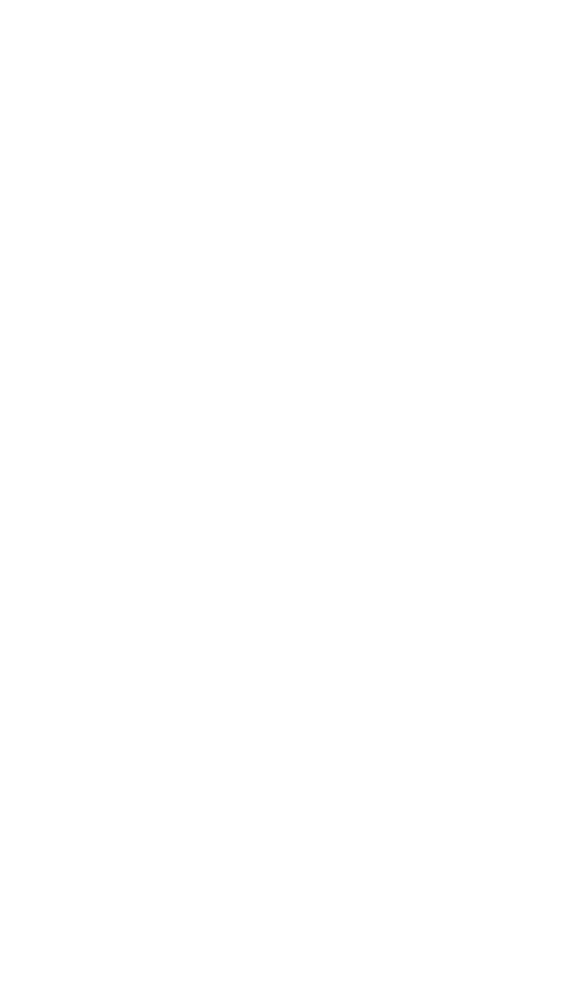
<source format=gbr>
%TF.GenerationSoftware,KiCad,Pcbnew,7.0.2*%
%TF.CreationDate,2024-01-28T20:17:23-05:00*%
%TF.ProjectId,dpx_perv_5x30,6470785f-7065-4727-965f-357833302e6b,rev?*%
%TF.SameCoordinates,Original*%
%TF.FileFunction,Legend,Bot*%
%TF.FilePolarity,Positive*%
%FSLAX46Y46*%
G04 Gerber Fmt 4.6, Leading zero omitted, Abs format (unit mm)*
G04 Created by KiCad (PCBNEW 7.0.2) date 2024-01-28 20:17:23*
%MOMM*%
%LPD*%
G01*
G04 APERTURE LIST*
%ADD10C,0.300000*%
%ADD11R,1.700000X1.700000*%
%ADD12O,1.700000X1.700000*%
G04 APERTURE END LIST*
D10*
G36*
X71228450Y-108562429D02*
G01*
X71245823Y-108563087D01*
X71254793Y-108563536D01*
X71266320Y-108573252D01*
X71278607Y-108571596D01*
X71281523Y-108586792D01*
X71296459Y-108592012D01*
X71303886Y-108589914D01*
X71305985Y-108604931D01*
X71312323Y-108618397D01*
X71321681Y-108629933D01*
X71331166Y-108641240D01*
X71331730Y-108642304D01*
X71335388Y-108656575D01*
X71337592Y-108655493D01*
X71350247Y-108663116D01*
X71365681Y-108664352D01*
X71382111Y-108665548D01*
X71388150Y-108666851D01*
X71397432Y-108679312D01*
X71399873Y-108690298D01*
X71414775Y-108688197D01*
X71430001Y-108687411D01*
X71444607Y-108691797D01*
X71446402Y-108692862D01*
X71455949Y-108706882D01*
X71468530Y-108717231D01*
X71482926Y-108725185D01*
X71497922Y-108732018D01*
X71512299Y-108739005D01*
X71516744Y-108741589D01*
X71529118Y-108749500D01*
X71542825Y-108757898D01*
X71555870Y-108765609D01*
X71569500Y-108773463D01*
X71579728Y-108784233D01*
X71581285Y-108789273D01*
X71592158Y-108782421D01*
X71601007Y-108785919D01*
X71602473Y-108801171D01*
X71599542Y-108805703D01*
X71615713Y-108805780D01*
X71631023Y-108809012D01*
X71630539Y-108814252D01*
X71639223Y-108814348D01*
X71643506Y-108822922D01*
X71657654Y-108827233D01*
X71656328Y-108839774D01*
X71670993Y-108846825D01*
X71673181Y-108848567D01*
X71684201Y-108858458D01*
X71694966Y-108869300D01*
X71705953Y-108879365D01*
X71706887Y-108880075D01*
X71719073Y-108891314D01*
X71731269Y-108902447D01*
X71744025Y-108912981D01*
X71757891Y-108922424D01*
X71773420Y-108930282D01*
X71779060Y-108932465D01*
X71787608Y-108946572D01*
X71796949Y-108958906D01*
X71806952Y-108969823D01*
X71820183Y-108982020D01*
X71833978Y-108993256D01*
X71848079Y-109004227D01*
X71862225Y-109015629D01*
X71873364Y-109025456D01*
X71883841Y-109036878D01*
X71897196Y-109046395D01*
X71911861Y-109055825D01*
X71925589Y-109065544D01*
X71936133Y-109075931D01*
X71941360Y-109091467D01*
X71955997Y-109089100D01*
X71969438Y-109097072D01*
X71980257Y-109108520D01*
X71995666Y-109107397D01*
X71998879Y-109106121D01*
X71994788Y-109120912D01*
X71991632Y-109136392D01*
X71999791Y-109148806D01*
X72014436Y-109147667D01*
X72020128Y-109146788D01*
X72024252Y-109163057D01*
X72031007Y-109176930D01*
X72039697Y-109189069D01*
X72049627Y-109200136D01*
X72060100Y-109210794D01*
X72070421Y-109221705D01*
X72074350Y-109226289D01*
X72085916Y-109236853D01*
X72097025Y-109246535D01*
X72106590Y-109256697D01*
X72112288Y-109270347D01*
X72115383Y-109275748D01*
X72130450Y-109278175D01*
X72144650Y-109285059D01*
X72146890Y-109289670D01*
X72153629Y-109303161D01*
X72156759Y-109318059D01*
X72157515Y-109321177D01*
X72166348Y-109333581D01*
X72176384Y-109344997D01*
X72186625Y-109355887D01*
X72197779Y-109368909D01*
X72206066Y-109382634D01*
X72209538Y-109395183D01*
X72225729Y-109393469D01*
X72238410Y-109401924D01*
X72246684Y-109414091D01*
X72258998Y-109419363D01*
X72256388Y-109434661D01*
X72258122Y-109449582D01*
X72264726Y-109463627D01*
X72273724Y-109475693D01*
X72282445Y-109487506D01*
X72288666Y-109501217D01*
X72291431Y-109515932D01*
X72292337Y-109517915D01*
X72307122Y-109513127D01*
X72315527Y-109526170D01*
X72316150Y-109535134D01*
X72329153Y-109544453D01*
X72341967Y-109552449D01*
X72342245Y-109568103D01*
X72339231Y-109573236D01*
X72353023Y-109581138D01*
X72356609Y-109596692D01*
X72357521Y-109611811D01*
X72357916Y-109615368D01*
X72362561Y-109630524D01*
X72367200Y-109644878D01*
X72372240Y-109660502D01*
X72377295Y-109676739D01*
X72381979Y-109692931D01*
X72385905Y-109708423D01*
X72389158Y-109725801D01*
X72389790Y-109731871D01*
X72390886Y-109751423D01*
X72391076Y-109771399D01*
X72390448Y-109791693D01*
X72389091Y-109812197D01*
X72387095Y-109832804D01*
X72384548Y-109853407D01*
X72381539Y-109873898D01*
X72378158Y-109894171D01*
X72374493Y-109914117D01*
X72370634Y-109933629D01*
X72366670Y-109952601D01*
X72362690Y-109970924D01*
X72358783Y-109988492D01*
X72355038Y-110005196D01*
X72351544Y-110020931D01*
X72348391Y-110035587D01*
X72351489Y-110050905D01*
X72338221Y-110057182D01*
X72324211Y-110055005D01*
X72328367Y-110069989D01*
X72325676Y-110082116D01*
X72313230Y-110089922D01*
X72307724Y-110089809D01*
X72307474Y-110104517D01*
X72307861Y-110119870D01*
X72306625Y-110126812D01*
X72295958Y-110137415D01*
X72284249Y-110147451D01*
X72280613Y-110149527D01*
X72271074Y-110161958D01*
X72259437Y-110171106D01*
X72253502Y-110172608D01*
X72248433Y-110187830D01*
X72239878Y-110201241D01*
X72228747Y-110213089D01*
X72215950Y-110223624D01*
X72202397Y-110233094D01*
X72188999Y-110241747D01*
X72176666Y-110249835D01*
X72166308Y-110257604D01*
X72154642Y-110268121D01*
X72144388Y-110279352D01*
X72132236Y-110288379D01*
X72118800Y-110296622D01*
X72104841Y-110303201D01*
X72090681Y-110308320D01*
X72075032Y-110311425D01*
X72073617Y-110311460D01*
X72061637Y-110320535D01*
X72047272Y-110324281D01*
X72034783Y-110319520D01*
X72030753Y-110322817D01*
X72013640Y-110328652D01*
X71997587Y-110331932D01*
X71980099Y-110334109D01*
X71961789Y-110335303D01*
X71943273Y-110335634D01*
X71925163Y-110335222D01*
X71908074Y-110334187D01*
X71896297Y-110333075D01*
X71881487Y-110329991D01*
X71875048Y-110324282D01*
X71866567Y-110336283D01*
X71850199Y-110335267D01*
X71839572Y-110324689D01*
X71832916Y-110316589D01*
X71818159Y-110311838D01*
X71811301Y-110311460D01*
X71796011Y-110312169D01*
X71787120Y-110310361D01*
X71775534Y-110300009D01*
X71765503Y-110289022D01*
X71765139Y-110288745D01*
X71752424Y-110280619D01*
X71750118Y-110279220D01*
X71734759Y-110276335D01*
X71721287Y-110268983D01*
X71709020Y-110260264D01*
X71706887Y-110259436D01*
X71691915Y-110253425D01*
X71678117Y-110247133D01*
X71664628Y-110239021D01*
X71652575Y-110228150D01*
X71647169Y-110222067D01*
X71632950Y-110226110D01*
X71627752Y-110222433D01*
X71620004Y-110208988D01*
X71617494Y-110202650D01*
X71602345Y-110205219D01*
X71594047Y-110203016D01*
X71588189Y-110189099D01*
X71583788Y-110182133D01*
X71569500Y-110185064D01*
X71561562Y-110176495D01*
X71560110Y-110177486D01*
X71545187Y-110182211D01*
X71541290Y-110183232D01*
X71555930Y-110181205D01*
X71562173Y-110187629D01*
X71568473Y-110202043D01*
X71570605Y-110216594D01*
X71569271Y-110234715D01*
X71565725Y-110252447D01*
X71562357Y-110269455D01*
X71561557Y-110285402D01*
X71564371Y-110297172D01*
X71561564Y-110311607D01*
X71550083Y-110321012D01*
X71543488Y-110318054D01*
X71552112Y-110330333D01*
X71552594Y-110345282D01*
X71548558Y-110360336D01*
X71544570Y-110375602D01*
X71542341Y-110390217D01*
X71542023Y-110407447D01*
X71525392Y-110410451D01*
X71511087Y-110418484D01*
X71497684Y-110428475D01*
X71482913Y-110435517D01*
X71468750Y-110439321D01*
X71458125Y-110440420D01*
X71452049Y-110454162D01*
X71436930Y-110461853D01*
X71431747Y-110463135D01*
X71423832Y-110450336D01*
X71413623Y-110439750D01*
X71401416Y-110448204D01*
X71396210Y-110453609D01*
X71394125Y-110438225D01*
X71386868Y-110424386D01*
X71371480Y-110428983D01*
X71360090Y-110438803D01*
X71351880Y-110447015D01*
X71351882Y-110431971D01*
X71351910Y-110414953D01*
X71352034Y-110398116D01*
X71352493Y-110381694D01*
X71354811Y-110367880D01*
X71340988Y-110362498D01*
X71334661Y-110356156D01*
X71324574Y-110345273D01*
X71315937Y-110333075D01*
X71307811Y-110318942D01*
X71300855Y-110304766D01*
X71300222Y-110303400D01*
X71287172Y-110295568D01*
X71284835Y-110283616D01*
X71267064Y-110287881D01*
X71252293Y-110283191D01*
X71245688Y-110268113D01*
X71242042Y-110253865D01*
X71228821Y-110243932D01*
X71225850Y-110244049D01*
X71225850Y-110227683D01*
X71225850Y-110212864D01*
X71225850Y-110202283D01*
X71212346Y-110194338D01*
X71202181Y-110182816D01*
X71194508Y-110169184D01*
X71188481Y-110154910D01*
X71182227Y-110138999D01*
X71175659Y-110126812D01*
X71165893Y-110114568D01*
X71154959Y-110103869D01*
X71142717Y-110093038D01*
X71134259Y-110085047D01*
X71127708Y-110071388D01*
X71124840Y-110056373D01*
X71122902Y-110052074D01*
X71111861Y-110040323D01*
X71100292Y-110028913D01*
X71092941Y-110015316D01*
X71091395Y-110004080D01*
X71082236Y-109998218D01*
X71073675Y-109984148D01*
X71065575Y-109971139D01*
X71056836Y-109957335D01*
X71048530Y-109944363D01*
X71038197Y-109933576D01*
X71030212Y-109924579D01*
X71026327Y-109909718D01*
X71029846Y-109902964D01*
X71015479Y-109898384D01*
X71009329Y-109892705D01*
X71000181Y-109880283D01*
X70992202Y-109866419D01*
X70984909Y-109852417D01*
X70977822Y-109839583D01*
X70966442Y-109826977D01*
X70956051Y-109816002D01*
X70946838Y-109804012D01*
X70940905Y-109789090D01*
X70941918Y-109778033D01*
X70928214Y-109769811D01*
X70916317Y-109758519D01*
X70906888Y-109747116D01*
X70897222Y-109736634D01*
X70892857Y-109722644D01*
X70894291Y-109714652D01*
X70879643Y-109709064D01*
X70871576Y-109699265D01*
X70869438Y-109684389D01*
X70872197Y-109669763D01*
X70871943Y-109668124D01*
X70858290Y-109659533D01*
X70845467Y-109649512D01*
X70840183Y-109634431D01*
X70842633Y-109628557D01*
X70827668Y-109622548D01*
X70816198Y-109612156D01*
X70807252Y-109598527D01*
X70799860Y-109582807D01*
X70793053Y-109566142D01*
X70785858Y-109549680D01*
X70777307Y-109534565D01*
X70766430Y-109521945D01*
X70765147Y-109506818D01*
X70763703Y-109490574D01*
X70762099Y-109474672D01*
X70759961Y-109458096D01*
X70756319Y-109443610D01*
X70755439Y-109442810D01*
X70735064Y-109437679D01*
X70714419Y-109433862D01*
X70693435Y-109431203D01*
X70672039Y-109429547D01*
X70650160Y-109428738D01*
X70627727Y-109428623D01*
X70604668Y-109429045D01*
X70580912Y-109429850D01*
X70556387Y-109430882D01*
X70531023Y-109431987D01*
X70504747Y-109433010D01*
X70477488Y-109433794D01*
X70449176Y-109434186D01*
X70419738Y-109434029D01*
X70404575Y-109433697D01*
X70389103Y-109433170D01*
X70373315Y-109432428D01*
X70357201Y-109431453D01*
X70356784Y-109416532D01*
X70352628Y-109400908D01*
X70347214Y-109386974D01*
X70341284Y-109370627D01*
X70336762Y-109353855D01*
X70335219Y-109346090D01*
X70348042Y-109348288D01*
X70349141Y-109336564D01*
X70349963Y-109321599D01*
X70349873Y-109320078D01*
X70356834Y-109306789D01*
X70359033Y-109301027D01*
X70365584Y-109285818D01*
X70371817Y-109271486D01*
X70379149Y-109258340D01*
X70389309Y-109246849D01*
X70402465Y-109236575D01*
X70405194Y-109234715D01*
X70417385Y-109223977D01*
X70429763Y-109212800D01*
X70442518Y-109202444D01*
X70455839Y-109194169D01*
X70469912Y-109189237D01*
X70474804Y-109188553D01*
X70488397Y-109180804D01*
X70501079Y-109172479D01*
X70516203Y-109169502D01*
X70519134Y-109160710D01*
X70534828Y-109155316D01*
X70550097Y-109152492D01*
X70564826Y-109151252D01*
X70581170Y-109150494D01*
X70596437Y-109148986D01*
X70611290Y-109144206D01*
X70627221Y-109138350D01*
X70642722Y-109132764D01*
X70658920Y-109128046D01*
X70671541Y-109125539D01*
X70686665Y-109128429D01*
X70686562Y-109135797D01*
X70695355Y-109125539D01*
X70713214Y-109124983D01*
X70731614Y-109124869D01*
X70750134Y-109125056D01*
X70768353Y-109125401D01*
X70785851Y-109125764D01*
X70802207Y-109126002D01*
X70817001Y-109125974D01*
X70829811Y-109125539D01*
X70840802Y-109126638D01*
X70855061Y-109122568D01*
X70856555Y-109126638D01*
X70867416Y-109116434D01*
X70873042Y-109114914D01*
X70887856Y-109118400D01*
X70902123Y-109123739D01*
X70914441Y-109125539D01*
X70933299Y-109126372D01*
X70952167Y-109126796D01*
X70970747Y-109127097D01*
X70988739Y-109127561D01*
X71005845Y-109128474D01*
X71021766Y-109130122D01*
X71036203Y-109132792D01*
X71052627Y-109138436D01*
X71065173Y-109147083D01*
X71071611Y-109155947D01*
X71084998Y-109148917D01*
X71092494Y-109148620D01*
X71107263Y-109149378D01*
X71120263Y-109156502D01*
X71124001Y-109167304D01*
X71138787Y-109164413D01*
X71154942Y-109166835D01*
X71168698Y-109169869D01*
X71185149Y-109172294D01*
X71201810Y-109173979D01*
X71217229Y-109175793D01*
X71232806Y-109178528D01*
X71235010Y-109179028D01*
X71244627Y-109191072D01*
X71252595Y-109199544D01*
X71266879Y-109206687D01*
X71280543Y-109212335D01*
X71295596Y-109217719D01*
X71309979Y-109221762D01*
X71311213Y-109221892D01*
X71325716Y-109224631D01*
X71339671Y-109230001D01*
X71353895Y-109236730D01*
X71367045Y-109243459D01*
X71381097Y-109250293D01*
X71385585Y-109251568D01*
X71399931Y-109256485D01*
X71400240Y-109262925D01*
X71415518Y-109269491D01*
X71430969Y-109275061D01*
X71444702Y-109280700D01*
X71454828Y-109287472D01*
X71468504Y-109295394D01*
X71483275Y-109301338D01*
X71499546Y-109303677D01*
X71515785Y-109303440D01*
X71518942Y-109303225D01*
X71521973Y-109319265D01*
X71520218Y-109334175D01*
X71512168Y-109346812D01*
X71511981Y-109347189D01*
X71506777Y-109361216D01*
X71501356Y-109359279D01*
X71500063Y-109374975D01*
X71501997Y-109391427D01*
X71503520Y-109408017D01*
X71500990Y-109424125D01*
X71492566Y-109436980D01*
X71480474Y-109443176D01*
X71476459Y-109459732D01*
X71468017Y-109458930D01*
X71461446Y-109472400D01*
X71455836Y-109488102D01*
X71450913Y-109502774D01*
X71446402Y-109513152D01*
X71434118Y-109523172D01*
X71419932Y-109530463D01*
X71405712Y-109535211D01*
X71400606Y-109537332D01*
X71395941Y-109552097D01*
X71388883Y-109556383D01*
X71376490Y-109564567D01*
X71361187Y-109567760D01*
X71345714Y-109570312D01*
X71344552Y-109570671D01*
X71340522Y-109580197D01*
X71324301Y-109581463D01*
X71309369Y-109580776D01*
X71293307Y-109578777D01*
X71279930Y-109577291D01*
X71286301Y-109580929D01*
X71289918Y-109595859D01*
X71288865Y-109602545D01*
X71296339Y-109589499D01*
X71307550Y-109591920D01*
X71320332Y-109601990D01*
X71329852Y-109615322D01*
X71337218Y-109629388D01*
X71340889Y-109636250D01*
X71355510Y-109632566D01*
X71357742Y-109633319D01*
X71369688Y-109642401D01*
X71379723Y-109652737D01*
X71394461Y-109656796D01*
X71409657Y-109659177D01*
X71422222Y-109663728D01*
X71432076Y-109674837D01*
X71439375Y-109688978D01*
X71445303Y-109698899D01*
X71459889Y-109700329D01*
X71473202Y-109707213D01*
X71477278Y-109717069D01*
X71485883Y-109715337D01*
X71494395Y-109715019D01*
X71506348Y-109725872D01*
X71518694Y-109736211D01*
X71531405Y-109746085D01*
X71544456Y-109755548D01*
X71557817Y-109764650D01*
X71571463Y-109773442D01*
X71585365Y-109781977D01*
X71599496Y-109790307D01*
X71613829Y-109798481D01*
X71628337Y-109806553D01*
X71642991Y-109814572D01*
X71657765Y-109822592D01*
X71672632Y-109830664D01*
X71687563Y-109838838D01*
X71702532Y-109847167D01*
X71717511Y-109855703D01*
X71726485Y-109867418D01*
X71733631Y-109875486D01*
X71747676Y-109880433D01*
X71762798Y-109884407D01*
X71767703Y-109886111D01*
X71779724Y-109896014D01*
X71788313Y-109908197D01*
X71788586Y-109908459D01*
X71803368Y-109912043D01*
X71818396Y-109914379D01*
X71829252Y-109918351D01*
X71840459Y-109928901D01*
X71850778Y-109939696D01*
X71851234Y-109939966D01*
X71865697Y-109942636D01*
X71881172Y-109945304D01*
X71891168Y-109949858D01*
X71903810Y-109958629D01*
X71910699Y-109964072D01*
X71923042Y-109960483D01*
X71933589Y-109970756D01*
X71933058Y-109979341D01*
X71941388Y-109984206D01*
X71947408Y-109986228D01*
X71963347Y-109990319D01*
X71979913Y-109993962D01*
X71996269Y-109997486D01*
X72011577Y-110001215D01*
X72027963Y-110006664D01*
X72041437Y-110015198D01*
X72042843Y-110016903D01*
X72057468Y-110014782D01*
X72064781Y-110016489D01*
X72080346Y-110014243D01*
X72090925Y-110024919D01*
X72083876Y-110034855D01*
X72095629Y-110025066D01*
X72105857Y-110018368D01*
X72105857Y-110016170D01*
X72100341Y-109997489D01*
X72097115Y-109983148D01*
X72093351Y-109964015D01*
X72089424Y-109945362D01*
X72084489Y-109927725D01*
X72077701Y-109911642D01*
X72068213Y-109897648D01*
X72055180Y-109886281D01*
X72051269Y-109883913D01*
X72058297Y-109871023D01*
X72062489Y-109856161D01*
X72053304Y-109843636D01*
X72045407Y-109833354D01*
X72035189Y-109820371D01*
X72026900Y-109806752D01*
X72019802Y-109793066D01*
X72013534Y-109782430D01*
X71998870Y-109777774D01*
X71997470Y-109762069D01*
X72010236Y-109752754D01*
X71995676Y-109748727D01*
X71988157Y-109733852D01*
X71982393Y-109720881D01*
X71968539Y-109714684D01*
X71961876Y-109710622D01*
X71954380Y-109696544D01*
X71952737Y-109681477D01*
X71952717Y-109678749D01*
X71938787Y-109673823D01*
X71929636Y-109665926D01*
X71922964Y-109652054D01*
X71919744Y-109637349D01*
X71909040Y-109625857D01*
X71896940Y-109615588D01*
X71885707Y-109603242D01*
X71878306Y-109589395D01*
X71875048Y-109580197D01*
X71861363Y-109574305D01*
X71854033Y-109560921D01*
X71853799Y-109557116D01*
X71846741Y-109544041D01*
X71836032Y-109531944D01*
X71823627Y-109519749D01*
X71812179Y-109509140D01*
X71804340Y-109501795D01*
X71793894Y-109490443D01*
X71783018Y-109480073D01*
X71772832Y-109469921D01*
X71764024Y-109456955D01*
X71756452Y-109443831D01*
X71753415Y-109438780D01*
X71741903Y-109428582D01*
X71730553Y-109417694D01*
X71720076Y-109407273D01*
X71708665Y-109395327D01*
X71697775Y-109385425D01*
X71686874Y-109375216D01*
X71675418Y-109362085D01*
X71667638Y-109347447D01*
X71665488Y-109336564D01*
X71648271Y-109330598D01*
X71636039Y-109322235D01*
X71625014Y-109311704D01*
X71615047Y-109299949D01*
X71605987Y-109287915D01*
X71595708Y-109273919D01*
X71584521Y-109261093D01*
X71569358Y-109264090D01*
X71566203Y-109261826D01*
X71559631Y-109248672D01*
X71559608Y-109246805D01*
X71546797Y-109237846D01*
X71532681Y-109232563D01*
X71518289Y-109227897D01*
X71504654Y-109220793D01*
X71497954Y-109207754D01*
X71501356Y-109197712D01*
X71487170Y-109202878D01*
X71472310Y-109199771D01*
X71465086Y-109195514D01*
X71464421Y-109180009D01*
X71460616Y-109165325D01*
X71454828Y-109159244D01*
X71439578Y-109155558D01*
X71427351Y-109146788D01*
X71416181Y-109135122D01*
X71408666Y-109127737D01*
X71395967Y-109117863D01*
X71383576Y-109108868D01*
X71369820Y-109099523D01*
X71357169Y-109091460D01*
X71347483Y-109085605D01*
X71335202Y-109077027D01*
X71325868Y-109065821D01*
X71312103Y-109059663D01*
X71297967Y-109055362D01*
X71283703Y-109050146D01*
X71270306Y-109043406D01*
X71267982Y-109042008D01*
X71267982Y-109027719D01*
X71255678Y-109036413D01*
X71253694Y-109036512D01*
X71242826Y-109025204D01*
X71232139Y-109014797D01*
X71231712Y-109014530D01*
X71218178Y-109007876D01*
X71210829Y-109002440D01*
X71199600Y-108992070D01*
X71189580Y-108983389D01*
X71175787Y-108976826D01*
X71160555Y-108972237D01*
X71145677Y-108966783D01*
X71136091Y-108961774D01*
X71125848Y-108951154D01*
X71117465Y-108938355D01*
X71108614Y-108931366D01*
X71095617Y-108938573D01*
X71080929Y-108941870D01*
X71065028Y-108942442D01*
X71051827Y-108943089D01*
X71036799Y-108943975D01*
X71020437Y-108944952D01*
X71002964Y-108945975D01*
X70984600Y-108946999D01*
X70965565Y-108947978D01*
X70946083Y-108948866D01*
X70926372Y-108949618D01*
X70906656Y-108950187D01*
X70887153Y-108950530D01*
X70868087Y-108950599D01*
X70849678Y-108950349D01*
X70832146Y-108949735D01*
X70815714Y-108948711D01*
X70800602Y-108947232D01*
X70780892Y-108944058D01*
X70775222Y-108942723D01*
X70761769Y-108935617D01*
X70762051Y-108934435D01*
X70746244Y-108934995D01*
X70731390Y-108936008D01*
X70717351Y-108941097D01*
X70715505Y-108942356D01*
X70713818Y-108926629D01*
X70710952Y-108912134D01*
X70700456Y-108904883D01*
X70910826Y-108904883D01*
X70912243Y-108912681D01*
X70910871Y-108904793D01*
X70910826Y-108904883D01*
X70700456Y-108904883D01*
X70698246Y-108903356D01*
X70682229Y-108904866D01*
X70679235Y-108905354D01*
X70687100Y-108891526D01*
X70693422Y-108874687D01*
X70696966Y-108858874D01*
X70699002Y-108843804D01*
X70825781Y-108843804D01*
X70839705Y-108848618D01*
X70843000Y-108850765D01*
X70834207Y-108843072D01*
X70825781Y-108843804D01*
X70699002Y-108843804D01*
X70699238Y-108842056D01*
X70701779Y-108826655D01*
X70705247Y-108819258D01*
X70718968Y-108812467D01*
X70725030Y-108819258D01*
X70717474Y-108806590D01*
X70715563Y-108790811D01*
X70720177Y-108775237D01*
X70725411Y-108766482D01*
X70792180Y-108766482D01*
X70793454Y-108766810D01*
X70805631Y-108767967D01*
X70793035Y-108765676D01*
X70792180Y-108766482D01*
X70725411Y-108766482D01*
X70727796Y-108762492D01*
X70729427Y-108760273D01*
X70748389Y-108759913D01*
X70755308Y-108760295D01*
X70754905Y-108757437D01*
X70755384Y-108740114D01*
X70758009Y-108732063D01*
X70823216Y-108732063D01*
X70827830Y-108740935D01*
X70833486Y-108741991D01*
X70823216Y-108732063D01*
X70758009Y-108732063D01*
X70760304Y-108725026D01*
X70769768Y-108713794D01*
X70782457Y-108704558D01*
X70787312Y-108697259D01*
X70785819Y-108680915D01*
X70781000Y-108666667D01*
X70787725Y-108652952D01*
X70800676Y-108644104D01*
X70816328Y-108636816D01*
X70822850Y-108634244D01*
X70837778Y-108638321D01*
X70852392Y-108636970D01*
X70866762Y-108644906D01*
X70870843Y-108649265D01*
X70886216Y-108648911D01*
X70899784Y-108642721D01*
X70910777Y-108636442D01*
X70925175Y-108642078D01*
X70928443Y-108656568D01*
X70927996Y-108657691D01*
X70940948Y-108648439D01*
X70954738Y-108642105D01*
X70968864Y-108637850D01*
X70985549Y-108634309D01*
X71001124Y-108631106D01*
X71012626Y-108627650D01*
X71021810Y-108615981D01*
X71025816Y-108615560D01*
X71039934Y-108609124D01*
X71053840Y-108604261D01*
X71059155Y-108603103D01*
X71062818Y-108594310D01*
X71077895Y-108588921D01*
X71092120Y-108585364D01*
X71106919Y-108583285D01*
X71121437Y-108581854D01*
X71130596Y-108573428D01*
X71147738Y-108568463D01*
X71165570Y-108565097D01*
X71180402Y-108563403D01*
X71195791Y-108562471D01*
X71211790Y-108562185D01*
X71228450Y-108562429D01*
G37*
G36*
X50610496Y-108547067D02*
G01*
X50612402Y-108564966D01*
X50616641Y-108579440D01*
X50622980Y-108594489D01*
X50628315Y-108611082D01*
X50627492Y-108626356D01*
X50625726Y-108630586D01*
X50635246Y-108630896D01*
X50639035Y-108647311D01*
X50639695Y-108663408D01*
X50639696Y-108664785D01*
X50655245Y-108666618D01*
X50663682Y-108680368D01*
X50664968Y-108695862D01*
X50666074Y-108700322D01*
X50678164Y-108702520D01*
X50689919Y-108692928D01*
X50698531Y-108704957D01*
X50699260Y-108720983D01*
X50688788Y-108726700D01*
X50703878Y-108719532D01*
X50719814Y-108713996D01*
X50736151Y-108711467D01*
X50751309Y-108712304D01*
X50767259Y-108715320D01*
X50782578Y-108718640D01*
X50795759Y-108710458D01*
X50811130Y-108714945D01*
X50820825Y-108726154D01*
X50824710Y-108738424D01*
X50819208Y-108738378D01*
X50826806Y-108743231D01*
X50834977Y-108755541D01*
X50839955Y-108769659D01*
X50844075Y-108785928D01*
X50849989Y-108799241D01*
X50864676Y-108797056D01*
X50872481Y-108812596D01*
X50873070Y-108815727D01*
X50882640Y-108827782D01*
X50895730Y-108836346D01*
X50899081Y-108839541D01*
X50900772Y-108854576D01*
X50899081Y-108858958D01*
X50914039Y-108857737D01*
X50923261Y-108860423D01*
X50926400Y-108875247D01*
X50931966Y-108889436D01*
X50933886Y-108892297D01*
X50939977Y-108906540D01*
X50939274Y-108908225D01*
X50942083Y-108907025D01*
X50957560Y-108899918D01*
X50962096Y-108897793D01*
X50964814Y-108912262D01*
X50972199Y-108926594D01*
X50982371Y-108938733D01*
X50993569Y-108950803D01*
X51004033Y-108964923D01*
X51010458Y-108978623D01*
X51016048Y-108977579D01*
X51033537Y-108978759D01*
X51038414Y-108995162D01*
X51046238Y-109013309D01*
X51052955Y-109027422D01*
X51060571Y-109042666D01*
X51068828Y-109058632D01*
X51077468Y-109074909D01*
X51086233Y-109091086D01*
X51094865Y-109106753D01*
X51103105Y-109121500D01*
X51110695Y-109134915D01*
X51120298Y-109151644D01*
X51128418Y-109165459D01*
X51129891Y-109167803D01*
X51143217Y-109174810D01*
X51157048Y-109180856D01*
X51159566Y-109180992D01*
X51166432Y-109195181D01*
X51166472Y-109202234D01*
X51175125Y-109210503D01*
X51177518Y-109221292D01*
X51187920Y-109233872D01*
X51201188Y-109240151D01*
X51215106Y-109246923D01*
X51225878Y-109255730D01*
X51232986Y-109269816D01*
X51244826Y-109279599D01*
X51252991Y-109294105D01*
X51251579Y-109312299D01*
X51250425Y-109316181D01*
X51265160Y-109323059D01*
X51275656Y-109335443D01*
X51283405Y-109348713D01*
X51291868Y-109362921D01*
X51293396Y-109364834D01*
X51300617Y-109364541D01*
X51311029Y-109375389D01*
X51319248Y-109390745D01*
X51324018Y-109404703D01*
X51324056Y-109405212D01*
X51324064Y-109405207D01*
X51324056Y-109405224D01*
X51325240Y-109421080D01*
X51315843Y-109434191D01*
X51312401Y-109434590D01*
X51312052Y-109435500D01*
X51306834Y-109450336D01*
X51302357Y-109465978D01*
X51301487Y-109481098D01*
X51302082Y-109482510D01*
X51311287Y-109470008D01*
X51325906Y-109468225D01*
X51326262Y-109468222D01*
X51326377Y-109453361D01*
X51330971Y-109439399D01*
X51345751Y-109443115D01*
X51348610Y-109445141D01*
X51357203Y-109458210D01*
X51369665Y-109467373D01*
X51382938Y-109475134D01*
X51397702Y-109484138D01*
X51410526Y-109493501D01*
X51409594Y-109505140D01*
X51429452Y-109502416D01*
X51438736Y-109501927D01*
X51431206Y-109516932D01*
X51427885Y-109531339D01*
X51438223Y-109542076D01*
X51438736Y-109541861D01*
X51446228Y-109555755D01*
X51439279Y-109568028D01*
X51448472Y-109568737D01*
X51459925Y-109575496D01*
X51469041Y-109574220D01*
X51483161Y-109582539D01*
X51495422Y-109590736D01*
X51502483Y-109595717D01*
X51501405Y-109610908D01*
X51508025Y-109625621D01*
X51519257Y-109637262D01*
X51530468Y-109647614D01*
X51541318Y-109657998D01*
X51529031Y-109665393D01*
X51531242Y-109666007D01*
X51544772Y-109675774D01*
X51545607Y-109691146D01*
X51542559Y-109694764D01*
X51553501Y-109705720D01*
X51552309Y-109718082D01*
X51564565Y-109726709D01*
X51576723Y-109739477D01*
X51582265Y-109753622D01*
X51578636Y-109770478D01*
X51565978Y-109785617D01*
X51565662Y-109785845D01*
X51576471Y-109784772D01*
X51575756Y-109782562D01*
X51591612Y-109781217D01*
X51595899Y-109779819D01*
X51590469Y-109774482D01*
X51583816Y-109756184D01*
X51597625Y-109750302D01*
X51610385Y-109742892D01*
X51624698Y-109739102D01*
X51627780Y-109738599D01*
X51631991Y-109754804D01*
X51628667Y-109770010D01*
X51625469Y-109773946D01*
X51635117Y-109773892D01*
X51642435Y-109774502D01*
X51646430Y-109789878D01*
X51654616Y-109802987D01*
X51665270Y-109816432D01*
X51674902Y-109829069D01*
X51677757Y-109833175D01*
X51679071Y-109833121D01*
X51679798Y-109836109D01*
X51683834Y-109841913D01*
X51681161Y-109841712D01*
X51683475Y-109851223D01*
X51687378Y-109867641D01*
X51692968Y-109881511D01*
X51707972Y-109881221D01*
X51717906Y-109877084D01*
X51724605Y-109894109D01*
X51728910Y-109910982D01*
X51729538Y-109927230D01*
X51724134Y-109938633D01*
X51737668Y-109930823D01*
X51752893Y-109931449D01*
X51763912Y-109944959D01*
X51769929Y-109957318D01*
X51781915Y-109967354D01*
X51783357Y-109983754D01*
X51780920Y-109988825D01*
X51794144Y-109997423D01*
X51802115Y-110009820D01*
X51807614Y-110023830D01*
X51811617Y-110040900D01*
X51813454Y-110056578D01*
X51813893Y-110069426D01*
X51802338Y-110074044D01*
X51803268Y-110074188D01*
X51803268Y-110089541D01*
X51803268Y-110105366D01*
X51803268Y-110120655D01*
X51803268Y-110136837D01*
X51788411Y-110133974D01*
X51774750Y-110140536D01*
X51773675Y-110156432D01*
X51774758Y-110171991D01*
X51775058Y-110175671D01*
X51759528Y-110173957D01*
X51744018Y-110172309D01*
X51735159Y-110170035D01*
X51737870Y-110178502D01*
X51729630Y-110192048D01*
X51715242Y-110201816D01*
X51704716Y-110206812D01*
X51690050Y-110205042D01*
X51675709Y-110209641D01*
X51667080Y-110210503D01*
X51667347Y-110211209D01*
X51652359Y-110211285D01*
X51635153Y-110211320D01*
X51619686Y-110210810D01*
X51603480Y-110208758D01*
X51587912Y-110203262D01*
X51579054Y-110196554D01*
X51578684Y-110181455D01*
X51580724Y-110179561D01*
X51579786Y-110178236D01*
X51565213Y-110183754D01*
X51547199Y-110182329D01*
X51531217Y-110178678D01*
X51515586Y-110173896D01*
X51499003Y-110167880D01*
X51486730Y-110162848D01*
X51471715Y-110163573D01*
X51459619Y-110161383D01*
X51457852Y-110146216D01*
X51462550Y-110143797D01*
X51447546Y-110144032D01*
X51432780Y-110140192D01*
X51420468Y-110131026D01*
X51418952Y-110129143D01*
X51404521Y-110133077D01*
X51398802Y-110132074D01*
X51389092Y-110120580D01*
X51381217Y-110112290D01*
X51367255Y-110106984D01*
X51362899Y-110105329D01*
X51346574Y-110099897D01*
X51333225Y-110093476D01*
X51321499Y-110085912D01*
X51307102Y-110078152D01*
X51291849Y-110072763D01*
X51275098Y-110069168D01*
X51259058Y-110067079D01*
X51244197Y-110065762D01*
X51244059Y-110051016D01*
X51241998Y-110048909D01*
X51225809Y-110042268D01*
X51208997Y-110036310D01*
X51191799Y-110030961D01*
X51174450Y-110026149D01*
X51157187Y-110021800D01*
X51140246Y-110017843D01*
X51123864Y-110014203D01*
X51108275Y-110010807D01*
X51104969Y-110012458D01*
X51106989Y-110019842D01*
X51108920Y-110036955D01*
X51104914Y-110053370D01*
X51091940Y-110062801D01*
X51076086Y-110064817D01*
X51073471Y-110065029D01*
X51088884Y-110068678D01*
X51094101Y-110084891D01*
X51095453Y-110095804D01*
X51090492Y-110095032D01*
X51100981Y-110103729D01*
X51086778Y-110113354D01*
X51078309Y-110113943D01*
X51084689Y-110126566D01*
X51075773Y-110138365D01*
X51075943Y-110138904D01*
X51073708Y-110154298D01*
X51070906Y-110164314D01*
X51061333Y-110177977D01*
X51053309Y-110192544D01*
X51040747Y-110196319D01*
X51035197Y-110207300D01*
X51029830Y-110211392D01*
X51031247Y-110212901D01*
X51032438Y-110221467D01*
X51026797Y-110236675D01*
X51025239Y-110236706D01*
X51026642Y-110239236D01*
X51020714Y-110254439D01*
X51006934Y-110259547D01*
X50995435Y-110256638D01*
X51002421Y-110270039D01*
X51005054Y-110285266D01*
X51003495Y-110291809D01*
X50992068Y-110301408D01*
X50979215Y-110311544D01*
X50968393Y-110324311D01*
X50962074Y-110340531D01*
X50960997Y-110346397D01*
X50945812Y-110342693D01*
X50930424Y-110341849D01*
X50915582Y-110343031D01*
X50898591Y-110344226D01*
X50880845Y-110343777D01*
X50863178Y-110341634D01*
X50855620Y-110328353D01*
X50841565Y-110322266D01*
X50833869Y-110321851D01*
X50826612Y-110307283D01*
X50826351Y-110305717D01*
X50821968Y-110312548D01*
X50807395Y-110319470D01*
X50800529Y-110320751D01*
X50798180Y-110305713D01*
X50794721Y-110289918D01*
X50793949Y-110286313D01*
X50905676Y-110286313D01*
X50913814Y-110291258D01*
X50912621Y-110290032D01*
X50905676Y-110286313D01*
X50793949Y-110286313D01*
X50791453Y-110274652D01*
X50791984Y-110262500D01*
X50933153Y-110262500D01*
X50937901Y-110276653D01*
X50937916Y-110283382D01*
X50940847Y-110267629D01*
X50933153Y-110262500D01*
X50791984Y-110262500D01*
X50792072Y-110260487D01*
X50781967Y-110261825D01*
X50759497Y-110262500D01*
X50765838Y-110248525D01*
X50770270Y-110233974D01*
X50773165Y-110219098D01*
X50774895Y-110204153D01*
X50774917Y-110203800D01*
X50806950Y-110203800D01*
X50816119Y-110216221D01*
X50823977Y-110215971D01*
X50818605Y-110201763D01*
X50812986Y-110189959D01*
X50806950Y-110203800D01*
X50774917Y-110203800D01*
X50775830Y-110189391D01*
X50776482Y-110170433D01*
X50777262Y-110152853D01*
X50779050Y-110137252D01*
X50784043Y-110121449D01*
X50774998Y-110108541D01*
X50772377Y-110091638D01*
X50770618Y-110076518D01*
X50765310Y-110062069D01*
X50759130Y-110056969D01*
X50759130Y-110040570D01*
X50759130Y-110024901D01*
X50759130Y-110009970D01*
X50759130Y-109992358D01*
X50759130Y-109975930D01*
X50759130Y-109960703D01*
X50759130Y-109946693D01*
X50740263Y-109945013D01*
X50724492Y-109942938D01*
X50706992Y-109940286D01*
X50689392Y-109938164D01*
X50673399Y-109937276D01*
X50654184Y-109937461D01*
X50636813Y-109938501D01*
X50616248Y-109940465D01*
X50618645Y-109925915D01*
X50605896Y-109935599D01*
X50601960Y-109939000D01*
X50595754Y-109919977D01*
X50592515Y-109901802D01*
X50594894Y-109891444D01*
X50583631Y-109881900D01*
X50573956Y-109869917D01*
X50570453Y-109864262D01*
X50571423Y-109852897D01*
X51632869Y-109852897D01*
X51634477Y-109852845D01*
X51650495Y-109852538D01*
X51654454Y-109843938D01*
X51652071Y-109844512D01*
X51637616Y-109851808D01*
X51632869Y-109852897D01*
X50571423Y-109852897D01*
X50571812Y-109848345D01*
X50563858Y-109836784D01*
X50578723Y-109835334D01*
X50588617Y-109825061D01*
X51591144Y-109825061D01*
X51606296Y-109827594D01*
X51613125Y-109837151D01*
X51608450Y-109822661D01*
X51614017Y-109808162D01*
X51617888Y-109804178D01*
X51603947Y-109811513D01*
X51593198Y-109807404D01*
X51592681Y-109814322D01*
X51591144Y-109825061D01*
X50588617Y-109825061D01*
X50589909Y-109823719D01*
X50603322Y-109813858D01*
X50618181Y-109814556D01*
X50631269Y-109818466D01*
X50635556Y-109803223D01*
X50644825Y-109791721D01*
X50659767Y-109791643D01*
X50674532Y-109786705D01*
X50686534Y-109777702D01*
X50692818Y-109773037D01*
X50706504Y-109766660D01*
X50714434Y-109769740D01*
X50701720Y-109759544D01*
X50697280Y-109744740D01*
X50694803Y-109730040D01*
X50691817Y-109714974D01*
X50685737Y-109699547D01*
X51059977Y-109699547D01*
X51063682Y-109703348D01*
X51079555Y-109702697D01*
X51095418Y-109705729D01*
X51106914Y-109715795D01*
X51111139Y-109731580D01*
X51126960Y-109737133D01*
X51127184Y-109749637D01*
X51140484Y-109750754D01*
X51153705Y-109745193D01*
X51166728Y-109752262D01*
X51179696Y-109759518D01*
X51185457Y-109764160D01*
X51186532Y-109763172D01*
X51196885Y-109770138D01*
X51196703Y-109758479D01*
X51188801Y-109744808D01*
X51177847Y-109733459D01*
X51163781Y-109722688D01*
X51150828Y-109714824D01*
X51136811Y-109707909D01*
X51133188Y-109706359D01*
X51135410Y-109691785D01*
X51124486Y-109681150D01*
X51113910Y-109669138D01*
X51113038Y-109667524D01*
X51113824Y-109653968D01*
X51465847Y-109653968D01*
X51467116Y-109657482D01*
X51473522Y-109658386D01*
X51477909Y-109661866D01*
X51478670Y-109658365D01*
X51465847Y-109653968D01*
X51113824Y-109653968D01*
X51113887Y-109652876D01*
X51113771Y-109650305D01*
X51099630Y-109643292D01*
X51087926Y-109635235D01*
X51083242Y-109641677D01*
X51075667Y-109647510D01*
X51085146Y-109651144D01*
X51091789Y-109654701D01*
X51081484Y-109668117D01*
X51073689Y-109680823D01*
X51065137Y-109694634D01*
X51059977Y-109699547D01*
X50685737Y-109699547D01*
X50685426Y-109698759D01*
X50682194Y-109694269D01*
X50696024Y-109686936D01*
X50697016Y-109687275D01*
X50697416Y-109684428D01*
X50686236Y-109688561D01*
X50677065Y-109689139D01*
X50678569Y-109671805D01*
X50682146Y-109656180D01*
X50687062Y-109641155D01*
X50691172Y-109626870D01*
X50690987Y-109626491D01*
X50680812Y-109614747D01*
X50677728Y-109607627D01*
X51071274Y-109607627D01*
X51076126Y-109616008D01*
X51083635Y-109624707D01*
X51082127Y-109616429D01*
X51084095Y-109611104D01*
X51071274Y-109607627D01*
X50677728Y-109607627D01*
X50674833Y-109600942D01*
X50670168Y-109590308D01*
X51039697Y-109590308D01*
X51045261Y-109590587D01*
X51045177Y-109591620D01*
X51054691Y-109592977D01*
X51063577Y-109599074D01*
X51064575Y-109588227D01*
X51066144Y-109585825D01*
X51051409Y-109587370D01*
X51044937Y-109582815D01*
X51044617Y-109583456D01*
X51039697Y-109590308D01*
X50670168Y-109590308D01*
X50669005Y-109587657D01*
X50661455Y-109574870D01*
X50658201Y-109559475D01*
X50658802Y-109544527D01*
X50657281Y-109537098D01*
X50645449Y-109527817D01*
X50638230Y-109517681D01*
X50635142Y-109506324D01*
X51353007Y-109506324D01*
X51361067Y-109517681D01*
X51367295Y-109514384D01*
X51375888Y-109513239D01*
X51375130Y-109504812D01*
X51374989Y-109502294D01*
X51361609Y-109509631D01*
X51353007Y-109506324D01*
X50635142Y-109506324D01*
X50634355Y-109503431D01*
X50636321Y-109488048D01*
X50637864Y-109478846D01*
X50626049Y-109469742D01*
X50616698Y-109457263D01*
X50616248Y-109456132D01*
X50617485Y-109441248D01*
X50616248Y-109430486D01*
X50601516Y-109427741D01*
X50596465Y-109424258D01*
X50595129Y-109414733D01*
X51282665Y-109414733D01*
X51291058Y-109426600D01*
X51293784Y-109425657D01*
X51292735Y-109419746D01*
X51282665Y-109414733D01*
X50595129Y-109414733D01*
X50594369Y-109409311D01*
X50595162Y-109394625D01*
X50596702Y-109379030D01*
X50595365Y-109372967D01*
X50580978Y-109368365D01*
X50579245Y-109367105D01*
X50571701Y-109353767D01*
X50568940Y-109338246D01*
X50567888Y-109327904D01*
X50560265Y-109314668D01*
X50552691Y-109301187D01*
X50546295Y-109287528D01*
X50544807Y-109282841D01*
X50536833Y-109265200D01*
X50528109Y-109248919D01*
X50517334Y-109229499D01*
X50509421Y-109215486D01*
X50502306Y-109203017D01*
X51120230Y-109203017D01*
X51122464Y-109206256D01*
X51129525Y-109211034D01*
X51120230Y-109203017D01*
X50502306Y-109203017D01*
X50501210Y-109201096D01*
X50492948Y-109186737D01*
X50484879Y-109172814D01*
X50477251Y-109159736D01*
X50467172Y-109142595D01*
X50459466Y-109129645D01*
X50454315Y-109121275D01*
X50447994Y-109105659D01*
X50445508Y-109089158D01*
X50445843Y-109072651D01*
X50445509Y-109057201D01*
X50444790Y-109054230D01*
X50432755Y-109044376D01*
X50423907Y-109032248D01*
X50420017Y-109018115D01*
X50417343Y-109002666D01*
X50416908Y-108987857D01*
X50416580Y-108986819D01*
X50408430Y-108973958D01*
X50406136Y-108959310D01*
X50402292Y-108946153D01*
X50388092Y-108941862D01*
X50383973Y-108936261D01*
X50379496Y-108921688D01*
X50378478Y-108914279D01*
X50369649Y-108900809D01*
X50365340Y-108886304D01*
X50364190Y-108881306D01*
X50355507Y-108867864D01*
X50351317Y-108852837D01*
X50349067Y-108838113D01*
X50346959Y-108830270D01*
X50812425Y-108830270D01*
X50813959Y-108830089D01*
X50830552Y-108827989D01*
X50822878Y-108827451D01*
X50812986Y-108823054D01*
X50812425Y-108830270D01*
X50346959Y-108830270D01*
X50344914Y-108822662D01*
X50343307Y-108820123D01*
X50336141Y-108804816D01*
X50332497Y-108787310D01*
X50331418Y-108771976D01*
X50331396Y-108755669D01*
X50331898Y-108738584D01*
X50332391Y-108720912D01*
X50332343Y-108702847D01*
X50331950Y-108693728D01*
X50343650Y-108684627D01*
X50348859Y-108669406D01*
X50355397Y-108660755D01*
X50367674Y-108651387D01*
X50382852Y-108648455D01*
X50387271Y-108647566D01*
X50389210Y-108632390D01*
X50393501Y-108617424D01*
X50395697Y-108613494D01*
X50410676Y-108610010D01*
X50425466Y-108607663D01*
X50427571Y-108607266D01*
X50441685Y-108602164D01*
X50455414Y-108597008D01*
X50454438Y-108581738D01*
X50457613Y-108575758D01*
X50472973Y-108572468D01*
X50488637Y-108572888D01*
X50503723Y-108574831D01*
X50514765Y-108574293D01*
X50529424Y-108570856D01*
X50544767Y-108569430D01*
X50550303Y-108569897D01*
X50565058Y-108571144D01*
X50564620Y-108568208D01*
X50572973Y-108554604D01*
X50586103Y-108545791D01*
X50601890Y-108536937D01*
X50611486Y-108530696D01*
X50610496Y-108547067D01*
G37*
G36*
X73553726Y-110045846D02*
G01*
X73539223Y-110055438D01*
X73525036Y-110049053D01*
X73524030Y-110032710D01*
X73524668Y-110017767D01*
X73522744Y-110003160D01*
X73521852Y-110002248D01*
X73514785Y-109987026D01*
X73511451Y-109972603D01*
X73508885Y-109956445D01*
X73507564Y-109944363D01*
X73498771Y-109939966D01*
X73493892Y-109924001D01*
X73490788Y-109907923D01*
X73489403Y-109892152D01*
X73488375Y-109876119D01*
X73486315Y-109864129D01*
X73476423Y-109853504D01*
X73473111Y-109838866D01*
X73467996Y-109840315D01*
X73467459Y-109824942D01*
X73465432Y-109816868D01*
X73462501Y-109824562D01*
X73455720Y-109810149D01*
X73454670Y-109794978D01*
X73454807Y-109793054D01*
X73448579Y-109774003D01*
X73448579Y-109768142D01*
X73456175Y-109755391D01*
X73457006Y-109754952D01*
X73458471Y-109769607D01*
X73446132Y-109761422D01*
X73436269Y-109773101D01*
X73433925Y-109777667D01*
X73433925Y-109741763D01*
X73429528Y-109727475D01*
X73417805Y-109720881D01*
X73415830Y-109705965D01*
X73417138Y-109691186D01*
X73417072Y-109676184D01*
X73405995Y-109666560D01*
X73397288Y-109657866D01*
X73394775Y-109643157D01*
X73396247Y-109628206D01*
X73396189Y-109613536D01*
X73384704Y-109604087D01*
X73375673Y-109594851D01*
X73373732Y-109578855D01*
X73375326Y-109563203D01*
X73374940Y-109550887D01*
X73360049Y-109548544D01*
X73354790Y-109542095D01*
X73352687Y-109526608D01*
X73354358Y-109512044D01*
X73354057Y-109500329D01*
X73342705Y-109489811D01*
X73333541Y-109478347D01*
X73332821Y-109463429D01*
X73334130Y-109447983D01*
X73333174Y-109437315D01*
X73322294Y-109426980D01*
X73314123Y-109415333D01*
X73311165Y-109400456D01*
X73314037Y-109385626D01*
X73314856Y-109377597D01*
X73299829Y-109373126D01*
X73293241Y-109364408D01*
X73288311Y-109348684D01*
X73285084Y-109333474D01*
X73282669Y-109318596D01*
X73280418Y-109312751D01*
X73280418Y-109299195D01*
X73271625Y-109300294D01*
X73270433Y-109284291D01*
X73270872Y-109268298D01*
X73271901Y-109253327D01*
X73270160Y-109238012D01*
X73258690Y-109227398D01*
X73252574Y-109220427D01*
X73249094Y-109205223D01*
X73251109Y-109193316D01*
X73249988Y-109178375D01*
X73244509Y-109164114D01*
X73241425Y-109146980D01*
X73240851Y-109140193D01*
X73230226Y-109130668D01*
X73226844Y-109115732D01*
X73224355Y-109101045D01*
X73222584Y-109085761D01*
X73220585Y-109071153D01*
X73219601Y-109067287D01*
X73219601Y-109054830D01*
X73207192Y-109045998D01*
X73207145Y-109044938D01*
X73206922Y-109030183D01*
X73208126Y-109013781D01*
X73209237Y-108997136D01*
X73208738Y-108981651D01*
X73207145Y-108973864D01*
X73195941Y-108962985D01*
X73188094Y-108950783D01*
X73185221Y-108935341D01*
X73186553Y-108919639D01*
X73188565Y-108904741D01*
X73188461Y-108900225D01*
X73180525Y-108885921D01*
X73171877Y-108872810D01*
X73163198Y-108858328D01*
X73156763Y-108843750D01*
X73154755Y-108832447D01*
X73154376Y-108817531D01*
X73159151Y-108811198D01*
X73151533Y-108796802D01*
X73152154Y-108781573D01*
X73156470Y-108766432D01*
X73162502Y-108752357D01*
X73165380Y-108746352D01*
X73168024Y-108729045D01*
X73172152Y-108712737D01*
X73177061Y-108698433D01*
X73173972Y-108682020D01*
X73173073Y-108679307D01*
X73186847Y-108671605D01*
X73201106Y-108666736D01*
X73218676Y-108662987D01*
X73234846Y-108659861D01*
X73250714Y-108653959D01*
X73260766Y-108642261D01*
X73262466Y-108636442D01*
X73278995Y-108642548D01*
X73293376Y-108645565D01*
X73307726Y-108637929D01*
X73313557Y-108621361D01*
X73316322Y-108607133D01*
X73331653Y-108609559D01*
X73348103Y-108609645D01*
X73362449Y-108606039D01*
X73373108Y-108599806D01*
X73388566Y-108599806D01*
X73404175Y-108599806D01*
X73407913Y-108599806D01*
X73415606Y-108598707D01*
X73419188Y-108583809D01*
X73421102Y-108580389D01*
X73436108Y-108571413D01*
X73450180Y-108566633D01*
X73465934Y-108569569D01*
X73479046Y-108577904D01*
X73480086Y-108577824D01*
X73490957Y-108566719D01*
X73505698Y-108567629D01*
X73510861Y-108569764D01*
X73517585Y-108582885D01*
X73522942Y-108597734D01*
X73525834Y-108613086D01*
X73524503Y-108630449D01*
X73516142Y-108644657D01*
X73502435Y-108652562D01*
X73503167Y-108643770D01*
X73512716Y-108654964D01*
X73513792Y-108662454D01*
X73529751Y-108661352D01*
X73544166Y-108664687D01*
X73545578Y-108680798D01*
X73540067Y-108695530D01*
X73545299Y-108706418D01*
X73546290Y-108722084D01*
X73547532Y-108739718D01*
X73547970Y-108754476D01*
X73544844Y-108770202D01*
X73529546Y-108771997D01*
X73544435Y-108768751D01*
X73560319Y-108765332D01*
X73563251Y-108764670D01*
X73566733Y-108781087D01*
X73567412Y-108796946D01*
X73560956Y-108811393D01*
X73545631Y-108813511D01*
X73539071Y-108810465D01*
X73551749Y-108802256D01*
X73564742Y-108809695D01*
X73568976Y-108825807D01*
X73570602Y-108841460D01*
X73571580Y-108856885D01*
X73573180Y-108872072D01*
X73574975Y-108877144D01*
X73581761Y-108890403D01*
X73584929Y-108906604D01*
X73584713Y-108921526D01*
X73584960Y-108937340D01*
X73585233Y-108939059D01*
X73596424Y-108950074D01*
X73597689Y-108953714D01*
X73601733Y-108968544D01*
X73607215Y-108980825D01*
X73612690Y-108994423D01*
X73617114Y-109008806D01*
X73618939Y-109019293D01*
X73628098Y-109024788D01*
X73637510Y-109039862D01*
X73644484Y-109054251D01*
X73642849Y-109069108D01*
X73629563Y-109068752D01*
X73644200Y-109071794D01*
X73650446Y-109080476D01*
X73651067Y-109095911D01*
X73650075Y-109111718D01*
X73649347Y-109124806D01*
X73661770Y-109132986D01*
X73670869Y-109146032D01*
X73681503Y-109157225D01*
X73697651Y-109150445D01*
X73703569Y-109144956D01*
X73702142Y-109161164D01*
X73700581Y-109176324D01*
X73698388Y-109194696D01*
X73696196Y-109210701D01*
X73693664Y-109226938D01*
X73690992Y-109241630D01*
X73690013Y-109245706D01*
X73694547Y-109231509D01*
X73709468Y-109226509D01*
X73726283Y-109233250D01*
X73723279Y-109247675D01*
X73722798Y-109263767D01*
X73725449Y-109280224D01*
X73730394Y-109295470D01*
X73734710Y-109309820D01*
X73720848Y-109314614D01*
X73720788Y-109311285D01*
X73739472Y-109320811D01*
X73750564Y-109330619D01*
X73752661Y-109336564D01*
X73767093Y-109329449D01*
X73782513Y-109327799D01*
X73799763Y-109328039D01*
X73816946Y-109329021D01*
X73832163Y-109329603D01*
X73840702Y-109316022D01*
X73849715Y-109303189D01*
X73859634Y-109291800D01*
X73870647Y-109281260D01*
X73873195Y-109279045D01*
X73877342Y-109293864D01*
X73868799Y-109302859D01*
X73881486Y-109295200D01*
X73898422Y-109295444D01*
X73913126Y-109299466D01*
X73927285Y-109305349D01*
X73942007Y-109313155D01*
X73951597Y-109320078D01*
X73964844Y-109313764D01*
X73978860Y-109309187D01*
X73993906Y-109313491D01*
X74001423Y-109321543D01*
X74015911Y-109318882D01*
X74020107Y-109320444D01*
X74023509Y-109334740D01*
X74022306Y-109336931D01*
X74008204Y-109331562D01*
X74003465Y-109315629D01*
X74002888Y-109305057D01*
X74021452Y-109309493D01*
X74036099Y-109312663D01*
X74051123Y-109315665D01*
X74066306Y-109318467D01*
X74081428Y-109321040D01*
X74096269Y-109323351D01*
X74115243Y-109325975D01*
X74132810Y-109328007D01*
X74148450Y-109329374D01*
X74151999Y-109329603D01*
X74167787Y-109334548D01*
X74181798Y-109341109D01*
X74172881Y-109345357D01*
X74185565Y-109336350D01*
X74200276Y-109340381D01*
X74202190Y-109341693D01*
X74197324Y-109327337D01*
X74192354Y-109313037D01*
X74187298Y-109298777D01*
X74182176Y-109284539D01*
X74177007Y-109270303D01*
X74171808Y-109256054D01*
X74166599Y-109241772D01*
X74161398Y-109227439D01*
X74156224Y-109213039D01*
X74151095Y-109198552D01*
X74146031Y-109183962D01*
X74141049Y-109169250D01*
X74136169Y-109154398D01*
X74131409Y-109139388D01*
X74126787Y-109124202D01*
X74122323Y-109108823D01*
X74118035Y-109093233D01*
X74113942Y-109077413D01*
X74110061Y-109061346D01*
X74106413Y-109045014D01*
X74103016Y-109028398D01*
X74099888Y-109011482D01*
X74097047Y-108994247D01*
X74094514Y-108976674D01*
X74092305Y-108958748D01*
X74090441Y-108940448D01*
X74088938Y-108921758D01*
X74087818Y-108902660D01*
X74087096Y-108883135D01*
X74086794Y-108863166D01*
X74086928Y-108842734D01*
X74087518Y-108821823D01*
X74097656Y-108809704D01*
X74102952Y-108794116D01*
X74111063Y-108780658D01*
X74126492Y-108775030D01*
X74129650Y-108774928D01*
X74129696Y-108759678D01*
X74142067Y-108750720D01*
X74151999Y-108752946D01*
X74137573Y-108747942D01*
X74144185Y-108734313D01*
X74158593Y-108733162D01*
X74172103Y-108725698D01*
X74183825Y-108716155D01*
X74186437Y-108714112D01*
X74200434Y-108703129D01*
X74213275Y-108693397D01*
X74226059Y-108685738D01*
X74242872Y-108680441D01*
X74259398Y-108680235D01*
X74275055Y-108683417D01*
X74283890Y-108686268D01*
X74277287Y-108672413D01*
X74283890Y-108659523D01*
X74301917Y-108655189D01*
X74319776Y-108653152D01*
X74337541Y-108652549D01*
X74355285Y-108652517D01*
X74373080Y-108652192D01*
X74391000Y-108650713D01*
X74409117Y-108647216D01*
X74427504Y-108640839D01*
X74424916Y-108658033D01*
X74424041Y-108672878D01*
X74424774Y-108688323D01*
X74427873Y-108704570D01*
X74433097Y-108718908D01*
X74433366Y-108719607D01*
X74437385Y-108734857D01*
X74439961Y-108745985D01*
X74447752Y-108758802D01*
X74451985Y-108773316D01*
X74454920Y-108788471D01*
X74456936Y-108804143D01*
X74457180Y-108807901D01*
X74465973Y-108809366D01*
X74469686Y-108826316D01*
X74471545Y-108843338D01*
X74471817Y-108859630D01*
X74472219Y-108875095D01*
X74474399Y-108885570D01*
X74485650Y-108896763D01*
X74486123Y-108898759D01*
X74496015Y-108928068D01*
X74500748Y-108942049D01*
X74505700Y-108956877D01*
X74507006Y-108961774D01*
X74511645Y-108976241D01*
X74517076Y-108990049D01*
X74517996Y-108991816D01*
X74517996Y-109005005D01*
X74530453Y-109003906D01*
X74529636Y-109020585D01*
X74526512Y-109036389D01*
X74519146Y-109049445D01*
X74517996Y-109050800D01*
X74529704Y-109061089D01*
X74536634Y-109074078D01*
X74540287Y-109088711D01*
X74542164Y-109103930D01*
X74543766Y-109118680D01*
X74547439Y-109134273D01*
X74548405Y-109136530D01*
X74562588Y-109140992D01*
X74569287Y-109147520D01*
X74574234Y-109162802D01*
X74577408Y-109178156D01*
X74577994Y-109192910D01*
X74579179Y-109198445D01*
X74587365Y-109212584D01*
X74593835Y-109227283D01*
X74598839Y-109241502D01*
X74601894Y-109255964D01*
X74611786Y-109263292D01*
X74615934Y-109277467D01*
X74618865Y-109292845D01*
X74618670Y-109308097D01*
X74619846Y-109312384D01*
X74628160Y-109325104D01*
X74635240Y-109338700D01*
X74641522Y-109353236D01*
X74644026Y-109360744D01*
X74654284Y-109371003D01*
X74658285Y-109387029D01*
X74660484Y-109401604D01*
X74662710Y-109416065D01*
X74670554Y-109429235D01*
X74677654Y-109443517D01*
X74682546Y-109457510D01*
X74685228Y-109472134D01*
X74685791Y-109483476D01*
X74702144Y-109483604D01*
X74716825Y-109489556D01*
X74725492Y-109502165D01*
X74728656Y-109516083D01*
X74716490Y-109527324D01*
X74714173Y-109542673D01*
X74718571Y-109560950D01*
X74724390Y-109575870D01*
X74730902Y-109591274D01*
X74736783Y-109606665D01*
X74740712Y-109621544D01*
X74740627Y-109639727D01*
X74731587Y-109654935D01*
X74743173Y-109666531D01*
X74748440Y-109672154D01*
X74751348Y-109687334D01*
X74753767Y-109702799D01*
X74754899Y-109717548D01*
X74752103Y-109726010D01*
X74763003Y-109737504D01*
X74767769Y-109751403D01*
X74767857Y-109752021D01*
X74778481Y-109762280D01*
X74782575Y-109778748D01*
X74786604Y-109795234D01*
X74790208Y-109811383D01*
X74792920Y-109826511D01*
X74795220Y-109843732D01*
X74797166Y-109861931D01*
X74804242Y-109875982D01*
X74807791Y-109890874D01*
X74808642Y-109909083D01*
X74809657Y-109927398D01*
X74810794Y-109945750D01*
X74812009Y-109964072D01*
X74813261Y-109982298D01*
X74814507Y-110000360D01*
X74815705Y-110018191D01*
X74816812Y-110035725D01*
X74817786Y-110052893D01*
X74818585Y-110069630D01*
X74819165Y-110085867D01*
X74819486Y-110101539D01*
X74819503Y-110116577D01*
X74818869Y-110137800D01*
X74817316Y-110157220D01*
X74801500Y-110159921D01*
X74786967Y-110155180D01*
X74789839Y-110146229D01*
X74797393Y-110161744D01*
X74798955Y-110177230D01*
X74792692Y-110190990D01*
X74779824Y-110201896D01*
X74766490Y-110209881D01*
X74764560Y-110211442D01*
X74751373Y-110222294D01*
X74736968Y-110230316D01*
X74721566Y-110236217D01*
X74705392Y-110240706D01*
X74688668Y-110244490D01*
X74671618Y-110248279D01*
X74654464Y-110252781D01*
X74637431Y-110258703D01*
X74637477Y-110243407D01*
X74641054Y-110229160D01*
X74641828Y-110229028D01*
X74642203Y-110244876D01*
X74632488Y-110258693D01*
X74618034Y-110264144D01*
X74600769Y-110267052D01*
X74583477Y-110270202D01*
X74568943Y-110276378D01*
X74564525Y-110280319D01*
X74555911Y-110268223D01*
X74548438Y-110253741D01*
X74545159Y-110238546D01*
X74547672Y-110234890D01*
X74542882Y-110249622D01*
X74529949Y-110257375D01*
X74513660Y-110261306D01*
X74497114Y-110262590D01*
X74482312Y-110262271D01*
X74478429Y-110262001D01*
X74480053Y-110246917D01*
X74480984Y-110228534D01*
X74480730Y-110211989D01*
X74479533Y-110197139D01*
X74477087Y-110180735D01*
X74473388Y-110163841D01*
X74469636Y-110149527D01*
X74467574Y-110134067D01*
X74466334Y-110117096D01*
X74465332Y-110098923D01*
X74464383Y-110081903D01*
X74463056Y-110066321D01*
X74461576Y-110060134D01*
X74452551Y-110048329D01*
X74448956Y-110033061D01*
X74451097Y-110018523D01*
X74451318Y-110009209D01*
X74447331Y-109994513D01*
X74449486Y-109991624D01*
X74439941Y-109980423D01*
X74439961Y-109980266D01*
X74427473Y-109972544D01*
X74427138Y-109969275D01*
X74424613Y-109952895D01*
X74423912Y-109937668D01*
X74426578Y-109922766D01*
X74426405Y-109921282D01*
X74416268Y-109909750D01*
X74416880Y-109898567D01*
X74413583Y-109908093D01*
X74404557Y-109895458D01*
X74401917Y-109880971D01*
X74403674Y-109866265D01*
X74408788Y-109850633D01*
X74415454Y-109837192D01*
X74415781Y-109836652D01*
X74400590Y-109834112D01*
X74395631Y-109823829D01*
X74381224Y-109820337D01*
X74373334Y-109807931D01*
X74371084Y-109800015D01*
X74366963Y-109785315D01*
X74363907Y-109770070D01*
X74360829Y-109755630D01*
X74357895Y-109746160D01*
X74343298Y-109742804D01*
X74337745Y-109738100D01*
X74335476Y-109722320D01*
X74337792Y-109707302D01*
X74338844Y-109703661D01*
X74321879Y-109704557D01*
X74305860Y-109702503D01*
X74290633Y-109697328D01*
X74279860Y-109691938D01*
X74265369Y-109686710D01*
X74248637Y-109685988D01*
X74231579Y-109684876D01*
X74216523Y-109682421D01*
X74213181Y-109681680D01*
X74210250Y-109672520D01*
X74195127Y-109668647D01*
X74180458Y-109666000D01*
X74168119Y-109662629D01*
X74152862Y-109658508D01*
X74137250Y-109655623D01*
X74126719Y-109652737D01*
X74112432Y-109649167D01*
X74097271Y-109646016D01*
X74086053Y-109645043D01*
X74071005Y-109640804D01*
X74055354Y-109637705D01*
X74040624Y-109631488D01*
X74025901Y-109626559D01*
X74009941Y-109625030D01*
X73994530Y-109624619D01*
X73977383Y-109623409D01*
X73972114Y-109622695D01*
X73964786Y-109612437D01*
X73948851Y-109610258D01*
X73943537Y-109609506D01*
X73928255Y-109609944D01*
X73912835Y-109607307D01*
X73902871Y-109598148D01*
X73886327Y-109595595D01*
X73869791Y-109597937D01*
X73854951Y-109600253D01*
X73839915Y-109601782D01*
X73822586Y-109600923D01*
X73808966Y-109594999D01*
X73806883Y-109593019D01*
X73820483Y-109603460D01*
X73830703Y-109615133D01*
X73839806Y-109630508D01*
X73846120Y-109645620D01*
X73851963Y-109661696D01*
X73859413Y-109674955D01*
X73860739Y-109676184D01*
X73859978Y-109691131D01*
X73860739Y-109698899D01*
X73864036Y-109690106D01*
X73871845Y-109702917D01*
X73872998Y-109719553D01*
X73868553Y-109735419D01*
X73861048Y-109749921D01*
X73856343Y-109756784D01*
X73856885Y-109741893D01*
X73860373Y-109740298D01*
X73864151Y-109725744D01*
X73871364Y-109723079D01*
X73881281Y-109733950D01*
X73886433Y-109748038D01*
X73887850Y-109756051D01*
X73876126Y-109792688D01*
X73866143Y-109781834D01*
X73870443Y-109767576D01*
X73872096Y-109765211D01*
X73881653Y-109777691D01*
X73886110Y-109792104D01*
X73887850Y-109802213D01*
X73887850Y-109815036D01*
X73898667Y-109827107D01*
X73904818Y-109840612D01*
X73898401Y-109854181D01*
X73886751Y-109863396D01*
X73890353Y-109848584D01*
X73904941Y-109846825D01*
X73914801Y-109858012D01*
X73917159Y-109875120D01*
X73908697Y-109888452D01*
X73911389Y-109903868D01*
X73912396Y-109911390D01*
X73927261Y-109911647D01*
X73940782Y-109917970D01*
X73936160Y-109933387D01*
X73925378Y-109945717D01*
X73915436Y-109956626D01*
X73915327Y-109957185D01*
X73925728Y-109945047D01*
X73940310Y-109947030D01*
X73947596Y-109961722D01*
X73950498Y-109971107D01*
X73939632Y-109982856D01*
X73934355Y-109999807D01*
X73935356Y-110018173D01*
X73938551Y-110033088D01*
X73942122Y-110047547D01*
X73944649Y-110064054D01*
X73942072Y-110077719D01*
X73956877Y-110075522D01*
X73958256Y-110091549D01*
X73951206Y-110106936D01*
X73942514Y-110119544D01*
X73936943Y-110123881D01*
X73929664Y-110110824D01*
X73922026Y-110097511D01*
X73929318Y-110083953D01*
X73944276Y-110075210D01*
X73962380Y-110068108D01*
X73969915Y-110065629D01*
X73969915Y-110166746D01*
X73955118Y-110157195D01*
X73940974Y-110149049D01*
X73928516Y-110146229D01*
X73943108Y-110141066D01*
X73960040Y-110140884D01*
X73966618Y-110141467D01*
X73970554Y-110157544D01*
X73969494Y-110173464D01*
X73962162Y-110187551D01*
X73949740Y-110198898D01*
X73937344Y-110207976D01*
X73935477Y-110209977D01*
X73926797Y-110221822D01*
X73918170Y-110235701D01*
X73909115Y-110247271D01*
X73902504Y-110252841D01*
X73889038Y-110259281D01*
X73874085Y-110261260D01*
X73870631Y-110262001D01*
X73860179Y-110272841D01*
X73844651Y-110275258D01*
X73842421Y-110275190D01*
X73838391Y-110274823D01*
X73828570Y-110285729D01*
X73827766Y-110286181D01*
X73814236Y-110293612D01*
X73798741Y-110290994D01*
X73791457Y-110276173D01*
X73788565Y-110263466D01*
X73802169Y-110270093D01*
X73807250Y-110276289D01*
X73792887Y-110286114D01*
X73776997Y-110288909D01*
X73761509Y-110285665D01*
X73745291Y-110280384D01*
X73730403Y-110277311D01*
X73717124Y-110277388D01*
X73715399Y-110259374D01*
X73715583Y-110243123D01*
X73717307Y-110226692D01*
X73720112Y-110211494D01*
X73720788Y-110205947D01*
X73707280Y-110213380D01*
X73696627Y-110202870D01*
X73699905Y-110188728D01*
X73712363Y-110198155D01*
X73722950Y-110209583D01*
X73730680Y-110220968D01*
X73719446Y-110233617D01*
X73708198Y-110245034D01*
X73695993Y-110255611D01*
X73681890Y-110265739D01*
X73668008Y-110274117D01*
X73658506Y-110279220D01*
X73654940Y-110264113D01*
X73661070Y-110252109D01*
X73646238Y-110254011D01*
X73638217Y-110239374D01*
X73631046Y-110224850D01*
X73624800Y-110222067D01*
X73608995Y-110217871D01*
X73593430Y-110212404D01*
X73579333Y-110204607D01*
X73566438Y-110194348D01*
X73559588Y-110187629D01*
X73568549Y-110175336D01*
X73569525Y-110160226D01*
X73578733Y-110146307D01*
X73594117Y-110143710D01*
X73598422Y-110144031D01*
X73601346Y-110161284D01*
X73588960Y-110151462D01*
X73586985Y-110134397D01*
X73599239Y-110122292D01*
X73602818Y-110122049D01*
X73615726Y-110129017D01*
X73617107Y-110140368D01*
X73612344Y-110148428D01*
X73598945Y-110157975D01*
X73583751Y-110156575D01*
X73578888Y-110141122D01*
X73568747Y-110135605D01*
X73570455Y-110120373D01*
X73564692Y-110105857D01*
X73554424Y-110094904D01*
X73543668Y-110081357D01*
X73535774Y-110069659D01*
X73545708Y-110058026D01*
X73553726Y-110045846D01*
G37*
G36*
X73629563Y-108921474D02*
G01*
X73630077Y-108936907D01*
X73635039Y-108952329D01*
X73642003Y-108967684D01*
X73647420Y-108982957D01*
X73650183Y-108998544D01*
X73650446Y-109002074D01*
X73642881Y-109015433D01*
X73628791Y-109020514D01*
X73617119Y-109010848D01*
X73615275Y-109006104D01*
X73611709Y-108990957D01*
X73610900Y-108975631D01*
X73609909Y-108960386D01*
X73607948Y-108953347D01*
X73593264Y-108951390D01*
X73585966Y-108940891D01*
X73585565Y-108925836D01*
X73595949Y-108914146D01*
X73607881Y-108905563D01*
X73621078Y-108895561D01*
X73629563Y-108887402D01*
X73629563Y-108921474D01*
G37*
G36*
X73583401Y-110108494D02*
G01*
X73586710Y-110122797D01*
X73592668Y-110136714D01*
X73593229Y-110153399D01*
X73583465Y-110164730D01*
X73566378Y-110172972D01*
X73546765Y-110178469D01*
X73548129Y-110162297D01*
X73548058Y-110145605D01*
X73547731Y-110129146D01*
X73548322Y-110113669D01*
X73552145Y-110096850D01*
X73561539Y-110084209D01*
X73578802Y-110077213D01*
X73583401Y-110076620D01*
X73583401Y-110108494D01*
G37*
G36*
X73820439Y-110211442D02*
G01*
X73820410Y-110196528D01*
X73820805Y-110192758D01*
X73835460Y-110193857D01*
X73835051Y-110208600D01*
X73827190Y-110221126D01*
X73810834Y-110220518D01*
X73797456Y-110212521D01*
X73795526Y-110210343D01*
X73809613Y-110203608D01*
X73820439Y-110211442D01*
G37*
G36*
X73738373Y-109862297D02*
G01*
X73747321Y-109850072D01*
X73747899Y-109842147D01*
X73754669Y-109856543D01*
X73756079Y-109872643D01*
X73750097Y-109886477D01*
X73738373Y-109862297D01*
G37*
G36*
X73718223Y-110164548D02*
G01*
X73706131Y-110155199D01*
X73705034Y-110149160D01*
X73719492Y-110146164D01*
X73728115Y-110145130D01*
X73726667Y-110160119D01*
X73719424Y-110173617D01*
X73710530Y-110172608D01*
X73718223Y-110164548D01*
G37*
G36*
X73582668Y-110241851D02*
G01*
X73583242Y-110225135D01*
X73598234Y-110216322D01*
X73615583Y-110215140D01*
X73632078Y-110219666D01*
X73642781Y-110230001D01*
X73642752Y-110246247D01*
X73582668Y-110241851D01*
G37*
G36*
X73843153Y-110093107D02*
G01*
X73832386Y-110082597D01*
X73829598Y-110069293D01*
X73844851Y-110067337D01*
X73843675Y-110083160D01*
X73843153Y-110093107D01*
G37*
G36*
X73448579Y-109707325D02*
G01*
X73462093Y-109700529D01*
X73459946Y-109715661D01*
X73458105Y-109717217D01*
X73448579Y-109707325D01*
G37*
G36*
X73866601Y-109803312D02*
G01*
X73864403Y-109804778D01*
X73876126Y-109788658D01*
X73874026Y-109803177D01*
X73866601Y-109803312D01*
G37*
G36*
X69113941Y-108690592D02*
G01*
X69113217Y-108709237D01*
X69113030Y-108726513D01*
X69113351Y-108742482D01*
X69114154Y-108757205D01*
X69116198Y-108777093D01*
X69119167Y-108794528D01*
X69122967Y-108809723D01*
X69128641Y-108825415D01*
X69139043Y-108824021D01*
X69143073Y-108824021D01*
X69152415Y-108810706D01*
X69160635Y-108796755D01*
X69171065Y-108785598D01*
X69182793Y-108799375D01*
X69183237Y-108802207D01*
X69192305Y-108798775D01*
X69206927Y-108796304D01*
X69221306Y-108792453D01*
X69235004Y-108782849D01*
X69242357Y-108773096D01*
X69246165Y-108791827D01*
X69248085Y-108807606D01*
X69248190Y-108824523D01*
X69245297Y-108839958D01*
X69237903Y-108853176D01*
X69226970Y-108861390D01*
X69241861Y-108861837D01*
X69248298Y-108875119D01*
X69249318Y-108886303D01*
X69235986Y-108894323D01*
X69227291Y-108907598D01*
X69217427Y-108919018D01*
X69200592Y-108921474D01*
X69201659Y-108937077D01*
X69190249Y-108947352D01*
X69175319Y-108945452D01*
X69180440Y-108947296D01*
X69182365Y-108961865D01*
X69171489Y-108972227D01*
X69165421Y-108980458D01*
X69165052Y-108995307D01*
X69159925Y-109009035D01*
X69168210Y-109022268D01*
X69160194Y-109033279D01*
X69160405Y-109033412D01*
X69171695Y-109046129D01*
X69175296Y-109063406D01*
X69169875Y-109075875D01*
X69179369Y-109079473D01*
X69185331Y-109095813D01*
X69187013Y-109102253D01*
X69194730Y-109102824D01*
X69198966Y-109118371D01*
X69198012Y-109133772D01*
X69196529Y-109148415D01*
X69196928Y-109149719D01*
X69211485Y-109152640D01*
X69214514Y-109154115D01*
X69222607Y-109166916D01*
X69226678Y-109181527D01*
X69227652Y-109186692D01*
X69241258Y-109191118D01*
X69237303Y-109204254D01*
X69243043Y-109193299D01*
X69246021Y-109187821D01*
X69247706Y-109204748D01*
X69248484Y-109221926D01*
X69247759Y-109237152D01*
X69242926Y-109251691D01*
X69239060Y-109253400D01*
X69253930Y-109253604D01*
X69267359Y-109261338D01*
X69271667Y-109264391D01*
X69269118Y-109281009D01*
X69266881Y-109298706D01*
X69266540Y-109314556D01*
X69278305Y-109324237D01*
X69289985Y-109317880D01*
X69289012Y-109336155D01*
X69287527Y-109351306D01*
X69284532Y-109368718D01*
X69279571Y-109383325D01*
X69269701Y-109386801D01*
X69270430Y-109387993D01*
X69268137Y-109392353D01*
X69270221Y-109392250D01*
X69288045Y-109392328D01*
X69304037Y-109393619D01*
X69319814Y-109392170D01*
X69334491Y-109384702D01*
X69337979Y-109382726D01*
X69333730Y-109399570D01*
X69336856Y-109414949D01*
X69342512Y-109431224D01*
X69339598Y-109446820D01*
X69335865Y-109448793D01*
X69337246Y-109449038D01*
X69343142Y-109455737D01*
X69346296Y-109446783D01*
X69362124Y-109453241D01*
X69371426Y-109466216D01*
X69378767Y-109479842D01*
X69382309Y-109489338D01*
X69384170Y-109473864D01*
X69400091Y-109470175D01*
X69404657Y-109471020D01*
X69404849Y-109472096D01*
X69408475Y-109467064D01*
X69425788Y-109468380D01*
X69428837Y-109469555D01*
X69437704Y-109481543D01*
X69431768Y-109488972D01*
X69445180Y-109482892D01*
X69461010Y-109478977D01*
X69477021Y-109478188D01*
X69494050Y-109479813D01*
X69504277Y-109492909D01*
X69511772Y-109505597D01*
X69510536Y-109512419D01*
X69523542Y-109503764D01*
X69536548Y-109502527D01*
X69548192Y-109491944D01*
X69563086Y-109488871D01*
X69579209Y-109488134D01*
X69595281Y-109490706D01*
X69590265Y-109505931D01*
X69576169Y-109512652D01*
X69582964Y-109527849D01*
X69587106Y-109541728D01*
X69577508Y-109552850D01*
X69571907Y-109566957D01*
X69569157Y-109582458D01*
X69566538Y-109596993D01*
X69561461Y-109612803D01*
X69551401Y-109623492D01*
X69540104Y-109633592D01*
X69539113Y-109634785D01*
X69535563Y-109650178D01*
X69528488Y-109663361D01*
X69517786Y-109674325D01*
X69515873Y-109673693D01*
X69519604Y-109688174D01*
X69514932Y-109699998D01*
X69503289Y-109709477D01*
X69494050Y-109715751D01*
X69480596Y-109723167D01*
X69468339Y-109731425D01*
X69468038Y-109734070D01*
X69462725Y-109748804D01*
X69458324Y-109763665D01*
X69446208Y-109774395D01*
X69429570Y-109778400D01*
X69414701Y-109783418D01*
X69404290Y-109787925D01*
X69419703Y-109789594D01*
X69429548Y-109800644D01*
X69435972Y-109815927D01*
X69436812Y-109831930D01*
X69430112Y-109844737D01*
X69436213Y-109856944D01*
X69438554Y-109871747D01*
X69437263Y-109882447D01*
X69436531Y-109894904D01*
X69446897Y-109883644D01*
X69460711Y-109889774D01*
X69462198Y-109904471D01*
X69466454Y-109920171D01*
X69467588Y-109934884D01*
X69466944Y-109947912D01*
X69476979Y-109957184D01*
X69486373Y-109971620D01*
X69491119Y-109983930D01*
X69476421Y-109987721D01*
X69490743Y-109993562D01*
X69482956Y-110009328D01*
X69474999Y-110016903D01*
X69478250Y-110031711D01*
X69477563Y-110033756D01*
X69471371Y-110047082D01*
X69460344Y-110056837D01*
X69473295Y-110064640D01*
X69485417Y-110074180D01*
X69488921Y-110080284D01*
X69489404Y-110096120D01*
X69481709Y-110106987D01*
X69491019Y-110106354D01*
X69504492Y-110112631D01*
X69516688Y-110124011D01*
X69523178Y-110132810D01*
X69538101Y-110135158D01*
X69547096Y-110149351D01*
X69550470Y-110156121D01*
X69551208Y-110171039D01*
X69544881Y-110184338D01*
X69533464Y-110193915D01*
X69526290Y-110194223D01*
X69518208Y-110178892D01*
X69516641Y-110163543D01*
X69517456Y-110147738D01*
X69518475Y-110144359D01*
X69512885Y-110145918D01*
X69499012Y-110151775D01*
X69491485Y-110159052D01*
X69497427Y-110174199D01*
X69501128Y-110190943D01*
X69502963Y-110204957D01*
X69512271Y-110215259D01*
X69500761Y-110229611D01*
X69496981Y-110233424D01*
X69508951Y-110222919D01*
X69523486Y-110225629D01*
X69534202Y-110240261D01*
X69541605Y-110255608D01*
X69544242Y-110262001D01*
X69531685Y-110270122D01*
X69518660Y-110279063D01*
X69506389Y-110287520D01*
X69503209Y-110289112D01*
X69509005Y-110302751D01*
X69503088Y-110319233D01*
X69495076Y-110332349D01*
X69483444Y-110342256D01*
X69475365Y-110342601D01*
X69471315Y-110334440D01*
X69461709Y-110342785D01*
X69446368Y-110350914D01*
X69430992Y-110354071D01*
X69416795Y-110347836D01*
X69412350Y-110335640D01*
X69423803Y-110324600D01*
X69429588Y-110314206D01*
X69427738Y-110315490D01*
X69419130Y-110328073D01*
X69406088Y-110334985D01*
X69390369Y-110338937D01*
X69391917Y-110323624D01*
X69393710Y-110305652D01*
X69395268Y-110290032D01*
X69397009Y-110273083D01*
X69398670Y-110258120D01*
X69399710Y-110249911D01*
X69432134Y-110249911D01*
X69434621Y-110266467D01*
X69438112Y-110281802D01*
X69438250Y-110284623D01*
X69438802Y-110280835D01*
X69441506Y-110264697D01*
X69444518Y-110250296D01*
X69444957Y-110248445D01*
X69447696Y-110232987D01*
X69450279Y-110217592D01*
X69454116Y-110203749D01*
X69444239Y-110192190D01*
X69445323Y-110182133D01*
X69440915Y-110167869D01*
X69440298Y-110165532D01*
X69438259Y-110174538D01*
X69436164Y-110180668D01*
X69437936Y-110195390D01*
X69440216Y-110210476D01*
X69437263Y-110221700D01*
X69436531Y-110229028D01*
X69433279Y-110244816D01*
X69432134Y-110249911D01*
X69399710Y-110249911D01*
X69400781Y-110241463D01*
X69402825Y-110227562D01*
X69409368Y-110213635D01*
X69406122Y-110219869D01*
X69396421Y-110206715D01*
X69390707Y-110190987D01*
X69390621Y-110173713D01*
X69394665Y-110158868D01*
X69400520Y-110144107D01*
X69401360Y-110140368D01*
X69389542Y-110149261D01*
X69382032Y-110162921D01*
X69377918Y-110177514D01*
X69375990Y-110192495D01*
X69375714Y-110210710D01*
X69359197Y-110220606D01*
X69366137Y-110222353D01*
X69378550Y-110230818D01*
X69385955Y-110244581D01*
X69376813Y-110251010D01*
X69376893Y-110267437D01*
X69369726Y-110282700D01*
X69353958Y-110284218D01*
X69343634Y-110270124D01*
X69340108Y-110252998D01*
X69340226Y-110235916D01*
X69340909Y-110229394D01*
X69341301Y-110229014D01*
X69329958Y-110232019D01*
X69331116Y-110219867D01*
X69326337Y-110228391D01*
X69313445Y-110233653D01*
X69321383Y-110237680D01*
X69320019Y-110253286D01*
X69304050Y-110263162D01*
X69287621Y-110269887D01*
X69280826Y-110272259D01*
X69276817Y-110257789D01*
X69275157Y-110242108D01*
X69277593Y-110227166D01*
X69284540Y-110213966D01*
X69293909Y-110201607D01*
X69299510Y-110188361D01*
X69287085Y-110178993D01*
X69277162Y-110173340D01*
X69273576Y-110187620D01*
X69271667Y-110190560D01*
X69269363Y-110206144D01*
X69266904Y-110221243D01*
X69269835Y-110233790D01*
X69265395Y-110248449D01*
X69259177Y-110261918D01*
X69258477Y-110263100D01*
X69253294Y-110277623D01*
X69247853Y-110291630D01*
X69238204Y-110303902D01*
X69224527Y-110310196D01*
X69215246Y-110311093D01*
X69211718Y-110296835D01*
X69195220Y-110291168D01*
X69181738Y-110285398D01*
X69173481Y-110281418D01*
X69173484Y-110265067D01*
X69173503Y-110250320D01*
X69173573Y-110234661D01*
X69173753Y-110219070D01*
X69174214Y-110203016D01*
X69163251Y-110189722D01*
X69156216Y-110174119D01*
X69155479Y-110158091D01*
X69166475Y-110145970D01*
X69170757Y-110144993D01*
X69169085Y-110140734D01*
X69175948Y-110140013D01*
X69173710Y-110138261D01*
X69168293Y-110123851D01*
X69169914Y-110118365D01*
X69207874Y-110118365D01*
X69208286Y-110118752D01*
X69208948Y-110117278D01*
X69207874Y-110118365D01*
X69169914Y-110118365D01*
X69171424Y-110113257D01*
X69427371Y-110113257D01*
X69435999Y-110128226D01*
X69438855Y-110137165D01*
X69438976Y-110136674D01*
X69438729Y-110136704D01*
X69437063Y-110120544D01*
X69438591Y-110104693D01*
X69442391Y-110091096D01*
X69435660Y-110101212D01*
X69427371Y-110113257D01*
X69171424Y-110113257D01*
X69172310Y-110110258D01*
X69165419Y-110105101D01*
X69163617Y-110099353D01*
X69211862Y-110099353D01*
X69213157Y-110107916D01*
X69214311Y-110105351D01*
X69222940Y-110107395D01*
X69211862Y-110099353D01*
X69163617Y-110099353D01*
X69160798Y-110090360D01*
X69165787Y-110079185D01*
X69153519Y-110070989D01*
X69153697Y-110064164D01*
X69143816Y-110075909D01*
X69128813Y-110068492D01*
X69122499Y-110054537D01*
X69122493Y-110054272D01*
X69217445Y-110054272D01*
X69226237Y-110067415D01*
X69239268Y-110075892D01*
X69242746Y-110075890D01*
X69235026Y-110069427D01*
X69222361Y-110060521D01*
X69217445Y-110054272D01*
X69122493Y-110054272D01*
X69122190Y-110041816D01*
X69137648Y-110042128D01*
X69149667Y-110049509D01*
X69153055Y-110035058D01*
X69170339Y-110035866D01*
X69180076Y-110039251D01*
X69185413Y-110046841D01*
X69185394Y-110046726D01*
X69187296Y-110030153D01*
X69193268Y-110016443D01*
X69199801Y-110007106D01*
X69196058Y-110009072D01*
X69183040Y-110018789D01*
X69166465Y-110026257D01*
X69162856Y-110027527D01*
X69161718Y-110011143D01*
X69160610Y-110006945D01*
X69154871Y-110012188D01*
X69140873Y-110017058D01*
X69126773Y-110010147D01*
X69119678Y-109996243D01*
X69118526Y-109992356D01*
X69111565Y-109982098D01*
X69107143Y-109966351D01*
X69105009Y-109949525D01*
X69102349Y-109934385D01*
X69096598Y-109918704D01*
X69087855Y-109905306D01*
X69085554Y-109902597D01*
X69102992Y-109903501D01*
X69121010Y-109907137D01*
X69136391Y-109914537D01*
X69146696Y-109925680D01*
X69151602Y-109940236D01*
X69152598Y-109947660D01*
X69166791Y-109953131D01*
X69176697Y-109965473D01*
X69181599Y-109979673D01*
X69182274Y-109983564D01*
X69193941Y-109974026D01*
X69197268Y-109977425D01*
X69193336Y-109967397D01*
X69187733Y-109953658D01*
X69179797Y-109940349D01*
X69178976Y-109939600D01*
X69172300Y-109925599D01*
X69174946Y-109914687D01*
X69162934Y-109904537D01*
X69153331Y-109892705D01*
X69147293Y-109877265D01*
X69143228Y-109861960D01*
X69139344Y-109846021D01*
X69133647Y-109831998D01*
X69132815Y-109830790D01*
X69129221Y-109828247D01*
X69125719Y-109841929D01*
X69116745Y-109849819D01*
X69122403Y-109856301D01*
X69114285Y-109869138D01*
X69097096Y-109876809D01*
X69084088Y-109880615D01*
X69075922Y-109867375D01*
X69065814Y-109855942D01*
X69055256Y-109844959D01*
X69045741Y-109833067D01*
X69038763Y-109818907D01*
X69035812Y-109801122D01*
X69036094Y-109792688D01*
X69017365Y-109789964D01*
X68996386Y-109787707D01*
X68981432Y-109786414D01*
X68965900Y-109785259D01*
X68949959Y-109784213D01*
X68933780Y-109783249D01*
X68917530Y-109782338D01*
X68901378Y-109781453D01*
X68885495Y-109780566D01*
X68870048Y-109779649D01*
X68855208Y-109778674D01*
X68834453Y-109777042D01*
X68816011Y-109775123D01*
X68805285Y-109773637D01*
X68788509Y-109772320D01*
X68772335Y-109772509D01*
X68756882Y-109773824D01*
X68742270Y-109775881D01*
X68725372Y-109778915D01*
X68710212Y-109781766D01*
X68694643Y-109783895D01*
X68679905Y-109784204D01*
X68661304Y-109783683D01*
X68645860Y-109782933D01*
X68629951Y-109782016D01*
X68614307Y-109781062D01*
X68599660Y-109780199D01*
X68582948Y-109779413D01*
X68567437Y-109779633D01*
X68565683Y-109780232D01*
X68555296Y-109791070D01*
X68542481Y-109800433D01*
X68527453Y-109796251D01*
X68517596Y-109784365D01*
X68515124Y-109783895D01*
X68503767Y-109794520D01*
X68498821Y-109792428D01*
X68489175Y-109794795D01*
X68474520Y-109793149D01*
X68459843Y-109788625D01*
X68446345Y-109779728D01*
X68442701Y-109765079D01*
X68443683Y-109762646D01*
X68445955Y-109747039D01*
X68440102Y-109731648D01*
X68434566Y-109715651D01*
X68431258Y-109700874D01*
X68430861Y-109697800D01*
X68443367Y-109689028D01*
X68447778Y-109674487D01*
X68454308Y-109661530D01*
X68468223Y-109655822D01*
X68471893Y-109660797D01*
X68471290Y-109645059D01*
X68472897Y-109628845D01*
X68477342Y-109614145D01*
X68483616Y-109600818D01*
X68487873Y-109584842D01*
X68486021Y-109568946D01*
X68483617Y-109560779D01*
X68497997Y-109569118D01*
X68512262Y-109576564D01*
X68526060Y-109581661D01*
X68526115Y-109581662D01*
X68530651Y-109564303D01*
X68538792Y-109550827D01*
X68549757Y-109540402D01*
X68562765Y-109532196D01*
X68577037Y-109525380D01*
X68591791Y-109519121D01*
X68606247Y-109512588D01*
X68619624Y-109504949D01*
X68631141Y-109495373D01*
X68640019Y-109483030D01*
X68644085Y-109472852D01*
X68659066Y-109476608D01*
X68673812Y-109473103D01*
X68678050Y-109469674D01*
X68849987Y-109469674D01*
X68850682Y-109470305D01*
X68855110Y-109474317D01*
X68862438Y-109474684D01*
X68849987Y-109469674D01*
X68678050Y-109469674D01*
X68685844Y-109463367D01*
X68699477Y-109455495D01*
X68704074Y-109455604D01*
X68703247Y-109453972D01*
X68711129Y-109445375D01*
X68725993Y-109443414D01*
X68740771Y-109445573D01*
X68742270Y-109445375D01*
X68746977Y-109430685D01*
X68749231Y-109426690D01*
X68762859Y-109418900D01*
X68776975Y-109410020D01*
X68788365Y-109398436D01*
X68797179Y-109386616D01*
X68804552Y-109375033D01*
X68801010Y-109392177D01*
X68796835Y-109411839D01*
X68793382Y-109428413D01*
X68809461Y-109431478D01*
X68819573Y-109432552D01*
X68830764Y-109443373D01*
X68837845Y-109457085D01*
X68839357Y-109460029D01*
X68847071Y-109467028D01*
X68843615Y-109453850D01*
X68850883Y-109438628D01*
X68865002Y-109428522D01*
X68877424Y-109437933D01*
X68893114Y-109440279D01*
X68904308Y-109440086D01*
X68902329Y-109440011D01*
X68894473Y-109427043D01*
X68891551Y-109410216D01*
X68888931Y-109398277D01*
X68884540Y-109403030D01*
X68873590Y-109413878D01*
X68869399Y-109417897D01*
X68875671Y-109403161D01*
X68881439Y-109387356D01*
X68882337Y-109384063D01*
X68881456Y-109382390D01*
X68874528Y-109376498D01*
X68885079Y-109374012D01*
X68885383Y-109372901D01*
X68886215Y-109365863D01*
X68875993Y-109369537D01*
X68861728Y-109364616D01*
X68857170Y-109350070D01*
X68869242Y-109340968D01*
X68883366Y-109335572D01*
X68888816Y-109335099D01*
X68889138Y-109327911D01*
X68877480Y-109331457D01*
X68864490Y-109324006D01*
X68859126Y-109308167D01*
X68858166Y-109292912D01*
X68858255Y-109290769D01*
X69225505Y-109290769D01*
X69225744Y-109292208D01*
X69226791Y-109291021D01*
X69230431Y-109291021D01*
X69234664Y-109291868D01*
X69239793Y-109291502D01*
X69230431Y-109291021D01*
X69226791Y-109291021D01*
X69226948Y-109290843D01*
X69225505Y-109290769D01*
X68858255Y-109290769D01*
X68858408Y-109287105D01*
X68844738Y-109280724D01*
X68834917Y-109268464D01*
X68829002Y-109255003D01*
X68827267Y-109248271D01*
X68821127Y-109233811D01*
X68820637Y-109227346D01*
X69194621Y-109227346D01*
X69195463Y-109228487D01*
X69194952Y-109224465D01*
X69194621Y-109227346D01*
X68820637Y-109227346D01*
X68819873Y-109217270D01*
X68820306Y-109214565D01*
X68835495Y-109212636D01*
X68846402Y-109211694D01*
X68841682Y-109209820D01*
X68830161Y-109200066D01*
X68820059Y-109186392D01*
X68814810Y-109176097D01*
X68824527Y-109164896D01*
X68819018Y-109150232D01*
X68809249Y-109139265D01*
X68807483Y-109137629D01*
X68803028Y-109122202D01*
X68801598Y-109113084D01*
X69174566Y-109113084D01*
X69174946Y-109115647D01*
X69176707Y-109112295D01*
X69174566Y-109113084D01*
X68801598Y-109113084D01*
X68800698Y-109107349D01*
X68799490Y-109091834D01*
X68798343Y-109088160D01*
X69158807Y-109088160D01*
X69158826Y-109088169D01*
X69158840Y-109088137D01*
X69158807Y-109088160D01*
X68798343Y-109088160D01*
X68796858Y-109083407D01*
X68783047Y-109077202D01*
X68780006Y-109074980D01*
X68763840Y-109074303D01*
X68749446Y-109078050D01*
X68746300Y-109078644D01*
X68730352Y-109080050D01*
X68715101Y-109080202D01*
X68700425Y-109079452D01*
X68691346Y-109078278D01*
X68677218Y-109072093D01*
X68681454Y-109074614D01*
X68666553Y-109078579D01*
X68651655Y-109079791D01*
X68634340Y-109080371D01*
X68616390Y-109080426D01*
X68599588Y-109080064D01*
X68582914Y-109079187D01*
X68575208Y-109078278D01*
X68561665Y-109070811D01*
X68563484Y-109069118D01*
X68551948Y-109078946D01*
X68537090Y-109078654D01*
X68536740Y-109078644D01*
X68514819Y-109079693D01*
X68491961Y-109080511D01*
X68468430Y-109081106D01*
X68444490Y-109081489D01*
X68420407Y-109081668D01*
X68396445Y-109081651D01*
X68372867Y-109081450D01*
X68349940Y-109081071D01*
X68327927Y-109080525D01*
X68307093Y-109079821D01*
X68287703Y-109078968D01*
X68270021Y-109077974D01*
X68254312Y-109076850D01*
X68235026Y-109074938D01*
X68221667Y-109072782D01*
X68221489Y-109088009D01*
X68205779Y-109088936D01*
X68191733Y-109084529D01*
X68183931Y-109081209D01*
X68170728Y-109088084D01*
X68154104Y-109089000D01*
X68137567Y-109087781D01*
X68122449Y-109087089D01*
X68106341Y-109088095D01*
X68099667Y-109089269D01*
X68084901Y-109085362D01*
X68069536Y-109085631D01*
X68067794Y-109085605D01*
X68052315Y-109088444D01*
X68036715Y-109089040D01*
X68024196Y-109085239D01*
X68021791Y-109068475D01*
X68023493Y-109053101D01*
X68030058Y-109045709D01*
X68025973Y-109044023D01*
X68016913Y-109030049D01*
X68014304Y-109011599D01*
X68029906Y-109013849D01*
X68038481Y-109010174D01*
X68033938Y-109006146D01*
X68048038Y-109006146D01*
X68058906Y-109001694D01*
X68069259Y-109002807D01*
X68068741Y-108991984D01*
X68057856Y-108988502D01*
X68055337Y-108987053D01*
X68051241Y-109001904D01*
X68048038Y-109006146D01*
X68033938Y-109006146D01*
X68029223Y-109001965D01*
X68021769Y-108986288D01*
X68020355Y-108982526D01*
X68109128Y-108982526D01*
X68113278Y-108982932D01*
X68113955Y-108982657D01*
X68109128Y-108982526D01*
X68020355Y-108982526D01*
X68016136Y-108971299D01*
X68028538Y-108979931D01*
X68019222Y-108967007D01*
X68013205Y-108957377D01*
X68031423Y-108958431D01*
X68046911Y-108958934D01*
X68054238Y-108958965D01*
X68054238Y-108947351D01*
X68054238Y-108931307D01*
X68054238Y-108915280D01*
X68054238Y-108899435D01*
X68054238Y-108894363D01*
X68069491Y-108895477D01*
X68074684Y-108880464D01*
X68071456Y-108865017D01*
X68070725Y-108861756D01*
X68085620Y-108863682D01*
X68097587Y-108853467D01*
X68102232Y-108850033D01*
X68117314Y-108848421D01*
X68124214Y-108849666D01*
X68132328Y-108835872D01*
X68141279Y-108822496D01*
X68157003Y-108819733D01*
X68159018Y-108820724D01*
X68165630Y-108807099D01*
X68179568Y-108798691D01*
X68194770Y-108793799D01*
X68210636Y-108790802D01*
X68222766Y-108789583D01*
X68226966Y-108774631D01*
X68238523Y-108763230D01*
X68254070Y-108756282D01*
X68270303Y-108750947D01*
X68283918Y-108744385D01*
X68288711Y-108739757D01*
X68303600Y-108737094D01*
X68314003Y-108747676D01*
X68313624Y-108747817D01*
X68329117Y-108743354D01*
X68344078Y-108747176D01*
X68354124Y-108751727D01*
X68347595Y-108742586D01*
X68342567Y-108735727D01*
X68360189Y-108739539D01*
X68374698Y-108742649D01*
X68390193Y-108745497D01*
X68405297Y-108746562D01*
X68420686Y-108743441D01*
X68434359Y-108736514D01*
X68447772Y-108727737D01*
X68455773Y-108722172D01*
X68455783Y-108737765D01*
X68456231Y-108753763D01*
X68464200Y-108762105D01*
X68464063Y-108747248D01*
X68471161Y-108743054D01*
X68487337Y-108740645D01*
X68502979Y-108741273D01*
X68519074Y-108742230D01*
X68534542Y-108741955D01*
X68548669Y-108734362D01*
X68563799Y-108729389D01*
X68568980Y-108728033D01*
X68577040Y-108739757D01*
X68582169Y-108742688D01*
X68593539Y-108753029D01*
X68601407Y-108765818D01*
X68607815Y-108776760D01*
X68618791Y-108787468D01*
X68631618Y-108795130D01*
X68632727Y-108795078D01*
X68620738Y-108786212D01*
X68611714Y-108773317D01*
X68606715Y-108759174D01*
X68620773Y-108751907D01*
X68638763Y-108749100D01*
X68656387Y-108751358D01*
X68672757Y-108756634D01*
X68686984Y-108762884D01*
X68701607Y-108769371D01*
X68703069Y-108769799D01*
X68711358Y-108756701D01*
X68724124Y-108747080D01*
X68738607Y-108739757D01*
X68750777Y-108753743D01*
X68755419Y-108762788D01*
X68764001Y-108759650D01*
X68780664Y-108757471D01*
X68795723Y-108756908D01*
X68811923Y-108756963D01*
X68828900Y-108757235D01*
X68841921Y-108757342D01*
X68842311Y-108772672D01*
X68845888Y-108774522D01*
X68860851Y-108774677D01*
X68875108Y-108769122D01*
X68877825Y-108768333D01*
X68893960Y-108770693D01*
X68899853Y-108784728D01*
X68892289Y-108797661D01*
X68892480Y-108800573D01*
X68907566Y-108798332D01*
X68921882Y-108805143D01*
X68918692Y-108795703D01*
X68919541Y-108779820D01*
X68928445Y-108765852D01*
X68942905Y-108757327D01*
X68952197Y-108758075D01*
X68950930Y-108742508D01*
X68965515Y-108738894D01*
X68982104Y-108739689D01*
X68993230Y-108731697D01*
X69007947Y-108728324D01*
X69022775Y-108727250D01*
X69029247Y-108729315D01*
X69030599Y-108721439D01*
X69045096Y-108714406D01*
X69059405Y-108707677D01*
X69074264Y-108699933D01*
X69087601Y-108691754D01*
X69102261Y-108681192D01*
X69115229Y-108670514D01*
X69113941Y-108690592D01*
G37*
G36*
X69513480Y-110000318D02*
G01*
X69514372Y-110012530D01*
X69525557Y-110022215D01*
X69530671Y-110036939D01*
X69529953Y-110047311D01*
X69516262Y-110055426D01*
X69501894Y-110058411D01*
X69493786Y-110045405D01*
X69490386Y-110039984D01*
X69488328Y-110024848D01*
X69489879Y-110009451D01*
X69498050Y-109996372D01*
X69513480Y-110000318D01*
G37*
G36*
X59027514Y-108720437D02*
G01*
X59029861Y-108735069D01*
X59035175Y-108750254D01*
X59036436Y-108767232D01*
X59031991Y-108782021D01*
X59046520Y-108776973D01*
X59060201Y-108776892D01*
X59059292Y-108792658D01*
X59068800Y-108804800D01*
X59077787Y-108814262D01*
X59083116Y-108829030D01*
X59087125Y-108843963D01*
X59090594Y-108858278D01*
X59094902Y-108872878D01*
X59096838Y-108877643D01*
X59108785Y-108887457D01*
X59118087Y-108899258D01*
X59124439Y-108912600D01*
X59129737Y-108928199D01*
X59133096Y-108942971D01*
X59137174Y-108957746D01*
X59139336Y-108962639D01*
X59151651Y-108972425D01*
X59159852Y-108982789D01*
X59166516Y-108998394D01*
X59172009Y-109014551D01*
X59177253Y-109030094D01*
X59183172Y-109043858D01*
X59192464Y-109056385D01*
X59205648Y-109062657D01*
X59208590Y-109078852D01*
X59219119Y-109089074D01*
X59224697Y-109104143D01*
X59217891Y-109114483D01*
X59221035Y-109116512D01*
X59224530Y-109131980D01*
X59221867Y-109146475D01*
X59222501Y-109147287D01*
X59236030Y-109153730D01*
X59244849Y-109163040D01*
X59246519Y-109179044D01*
X59244484Y-109194158D01*
X59241918Y-109202974D01*
X59257791Y-109202517D01*
X59269037Y-109213742D01*
X59272142Y-109229732D01*
X59272778Y-109247075D01*
X59274906Y-109263296D01*
X59275624Y-109264890D01*
X59286393Y-109275286D01*
X59294674Y-109282841D01*
X59304426Y-109296152D01*
X59312476Y-109309276D01*
X59318626Y-109324744D01*
X59319481Y-109339865D01*
X59313493Y-109354594D01*
X59304933Y-109364174D01*
X59316471Y-109351877D01*
X59329476Y-109339582D01*
X59342705Y-109332870D01*
X59341684Y-109350024D01*
X59338611Y-109358257D01*
X59349039Y-109353471D01*
X59360620Y-109352451D01*
X59360633Y-109367676D01*
X59361093Y-109383604D01*
X59363292Y-109398311D01*
X59371160Y-109410752D01*
X59387503Y-109415408D01*
X59390296Y-109415465D01*
X59388706Y-109431555D01*
X59384770Y-109447885D01*
X59379737Y-109463943D01*
X59374857Y-109479218D01*
X59370962Y-109495793D01*
X59371245Y-109509621D01*
X59369352Y-109524439D01*
X59369413Y-109526107D01*
X59372929Y-109541670D01*
X59366940Y-109555142D01*
X59376948Y-109540163D01*
X59383701Y-109534167D01*
X59389699Y-109548239D01*
X59393230Y-109564374D01*
X59392338Y-109577320D01*
X59397253Y-109575804D01*
X59400920Y-109575200D01*
X59403333Y-109589784D01*
X59407425Y-109610827D01*
X59411934Y-109631094D01*
X59416694Y-109650839D01*
X59421539Y-109670316D01*
X59426302Y-109689779D01*
X59430816Y-109709481D01*
X59434915Y-109729676D01*
X59438431Y-109750617D01*
X59441199Y-109772557D01*
X59442066Y-109782412D01*
X59452944Y-109780730D01*
X59452910Y-109799413D01*
X59452864Y-109817132D01*
X59452892Y-109833888D01*
X59453079Y-109849684D01*
X59453510Y-109864520D01*
X59454611Y-109882815D01*
X59456498Y-109899412D01*
X59459375Y-109914316D01*
X59463948Y-109928366D01*
X59475292Y-109925078D01*
X59476178Y-109942796D01*
X59476122Y-109960679D01*
X59475379Y-109978370D01*
X59474204Y-109995512D01*
X59472852Y-110011749D01*
X59471580Y-110026723D01*
X59470448Y-110044108D01*
X59470792Y-110060502D01*
X59474193Y-110069426D01*
X59486010Y-110078453D01*
X59487016Y-110082248D01*
X59500433Y-110075495D01*
X59516325Y-110073456D01*
X59528581Y-110082988D01*
X59531784Y-110089544D01*
X59542322Y-110078954D01*
X59559084Y-110075281D01*
X59574577Y-110077119D01*
X59571352Y-110092173D01*
X59571633Y-110107721D01*
X59567484Y-110122246D01*
X59566517Y-110124014D01*
X59551358Y-110124105D01*
X59549664Y-110122548D01*
X59547091Y-110137823D01*
X59535776Y-110147263D01*
X59528781Y-110149293D01*
X59516410Y-110158567D01*
X59506162Y-110170593D01*
X59491636Y-110177878D01*
X59484085Y-110178602D01*
X59470253Y-110186764D01*
X59457111Y-110195775D01*
X59442405Y-110197819D01*
X59433262Y-110185081D01*
X59437479Y-110194941D01*
X59439725Y-110210553D01*
X59431517Y-110222756D01*
X59420704Y-110227329D01*
X59417645Y-110241883D01*
X59413175Y-110256260D01*
X59409713Y-110261767D01*
X59394922Y-110267814D01*
X59379250Y-110271775D01*
X59364948Y-110278343D01*
X59358422Y-110284848D01*
X59361719Y-110288511D01*
X59345752Y-110293203D01*
X59329498Y-110294939D01*
X59313136Y-110294378D01*
X59296843Y-110292176D01*
X59280796Y-110288991D01*
X59265172Y-110285481D01*
X59250150Y-110282302D01*
X59231363Y-110279718D01*
X59214382Y-110280451D01*
X59203083Y-110284115D01*
X59216992Y-110288957D01*
X59209538Y-110302561D01*
X59194571Y-110309134D01*
X59183666Y-110312691D01*
X59171920Y-110303448D01*
X59157476Y-110307983D01*
X59149594Y-110309760D01*
X59139593Y-110299551D01*
X59128839Y-110308943D01*
X59125147Y-110309189D01*
X59124427Y-110311084D01*
X59108244Y-110311267D01*
X59093907Y-110302067D01*
X59077987Y-110304913D01*
X59062550Y-110304554D01*
X59054661Y-110290344D01*
X59056162Y-110279982D01*
X59043581Y-110280020D01*
X59028624Y-110278142D01*
X59012392Y-110273458D01*
X59011355Y-110272765D01*
X59010811Y-110279299D01*
X58998125Y-110287454D01*
X58990226Y-110290710D01*
X58977485Y-110279243D01*
X58962752Y-110271716D01*
X58948938Y-110266803D01*
X58934430Y-110258458D01*
X58923753Y-110243995D01*
X58920617Y-110236854D01*
X58928765Y-110224628D01*
X58929134Y-110223922D01*
X58922456Y-110224611D01*
X58922392Y-110224545D01*
X58920295Y-110236847D01*
X58920617Y-110250776D01*
X58904051Y-110247304D01*
X58889833Y-110242399D01*
X58874077Y-110234024D01*
X58861412Y-110224047D01*
X58851219Y-110213010D01*
X58845604Y-110205053D01*
X58839768Y-110208629D01*
X58824042Y-110204171D01*
X58806170Y-110197556D01*
X58793776Y-110192158D01*
X59132375Y-110192158D01*
X59136675Y-110189805D01*
X59134573Y-110183731D01*
X59132375Y-110192158D01*
X58793776Y-110192158D01*
X58788151Y-110189708D01*
X58771982Y-110181547D01*
X58756756Y-110171775D01*
X58753188Y-110167978D01*
X58749975Y-110156134D01*
X58738676Y-110157613D01*
X58724905Y-110150204D01*
X58712974Y-110140225D01*
X58705664Y-110133539D01*
X58821698Y-110133539D01*
X58821698Y-110141966D01*
X58828293Y-110141966D01*
X58828293Y-110133539D01*
X58821698Y-110133539D01*
X58705664Y-110133539D01*
X58704462Y-110132440D01*
X58689571Y-110132003D01*
X58674496Y-110130756D01*
X58664528Y-110126212D01*
X58651209Y-110118580D01*
X58642018Y-110106311D01*
X58636684Y-110103131D01*
X58622605Y-110096695D01*
X58609716Y-110088156D01*
X58598111Y-110078365D01*
X58593310Y-110073809D01*
X59158092Y-110073809D01*
X59163356Y-110080754D01*
X59160219Y-110073822D01*
X59158092Y-110073809D01*
X58593310Y-110073809D01*
X58588691Y-110069426D01*
X58592838Y-110065600D01*
X58585928Y-110064868D01*
X58571838Y-110061366D01*
X58564291Y-110048090D01*
X58554043Y-110036729D01*
X58552420Y-110033888D01*
X58552504Y-110033345D01*
X58550955Y-110033522D01*
X58538335Y-110026907D01*
X59104974Y-110026907D01*
X59111652Y-110024372D01*
X59120748Y-110026689D01*
X59117941Y-110022546D01*
X59116573Y-110020371D01*
X59115756Y-110021548D01*
X59104974Y-110026907D01*
X58538335Y-110026907D01*
X58537232Y-110026329D01*
X58530380Y-110012640D01*
X58536461Y-110006178D01*
X59439678Y-110006178D01*
X59441482Y-110002368D01*
X59441220Y-109998351D01*
X59439678Y-110006178D01*
X58536461Y-110006178D01*
X58540357Y-110002038D01*
X58525615Y-110003074D01*
X58510622Y-110008930D01*
X58496563Y-110018497D01*
X58492337Y-110021798D01*
X58489957Y-110006186D01*
X58489008Y-109991551D01*
X58490139Y-109980765D01*
X58476560Y-109974846D01*
X58476289Y-109970860D01*
X58463396Y-109968555D01*
X58463239Y-109968489D01*
X58903251Y-109968489D01*
X58905530Y-109983562D01*
X58905962Y-109985162D01*
X58907338Y-109978277D01*
X58960422Y-109978277D01*
X58966868Y-109989630D01*
X58968380Y-109999666D01*
X58971677Y-110000122D01*
X58971191Y-109987559D01*
X59100354Y-109987559D01*
X59102666Y-109985771D01*
X59102757Y-109985066D01*
X59100354Y-109987559D01*
X58971191Y-109987559D01*
X58971183Y-109987351D01*
X58971454Y-109977929D01*
X59109639Y-109977929D01*
X59118762Y-109977410D01*
X59123582Y-109978567D01*
X59119821Y-109966901D01*
X59111917Y-109975568D01*
X59109639Y-109977929D01*
X58971454Y-109977929D01*
X58971541Y-109974904D01*
X58960422Y-109978277D01*
X58907338Y-109978277D01*
X58909053Y-109969699D01*
X58905115Y-109955890D01*
X58903251Y-109968489D01*
X58463239Y-109968489D01*
X58449537Y-109962732D01*
X58437312Y-109954162D01*
X58424493Y-109945352D01*
X58407683Y-109941854D01*
X58397815Y-109943030D01*
X58403840Y-109929230D01*
X58392808Y-109917745D01*
X58391833Y-109916824D01*
X58790143Y-109916824D01*
X58795621Y-109920264D01*
X58809766Y-109915748D01*
X58820896Y-109905075D01*
X58823896Y-109894303D01*
X58816395Y-109907399D01*
X58803750Y-109915946D01*
X58790143Y-109916824D01*
X58391833Y-109916824D01*
X58390487Y-109915553D01*
X58387557Y-109900394D01*
X58390121Y-109894303D01*
X58375030Y-109892280D01*
X58360425Y-109886485D01*
X58356049Y-109883312D01*
X58347063Y-109871275D01*
X58340087Y-109858162D01*
X58336632Y-109853637D01*
X58334610Y-109851805D01*
X58807044Y-109851805D01*
X58814456Y-109864914D01*
X58822432Y-109867305D01*
X58820581Y-109854836D01*
X58817609Y-109848431D01*
X58816294Y-109850340D01*
X58807044Y-109851805D01*
X58334610Y-109851805D01*
X58323155Y-109841426D01*
X58307952Y-109829245D01*
X58296363Y-109820127D01*
X58286977Y-109812238D01*
X58729008Y-109812238D01*
X58731573Y-109812238D01*
X58738214Y-109798756D01*
X58742990Y-109783800D01*
X58743663Y-109779631D01*
X58736823Y-109793384D01*
X58731618Y-109808183D01*
X58729008Y-109812238D01*
X58286977Y-109812238D01*
X58281921Y-109807988D01*
X58270074Y-109795868D01*
X58261310Y-109780736D01*
X58261825Y-109771162D01*
X58248621Y-109770425D01*
X58242110Y-109769007D01*
X58235164Y-109757650D01*
X58682846Y-109757650D01*
X58687609Y-109763878D01*
X58696860Y-109761948D01*
X58685479Y-109760304D01*
X58682846Y-109757650D01*
X58235164Y-109757650D01*
X58234107Y-109755921D01*
X58223000Y-109744740D01*
X58212773Y-109733070D01*
X58209618Y-109726257D01*
X58197896Y-109726015D01*
X58195582Y-109724677D01*
X58195773Y-109709276D01*
X58192748Y-109702597D01*
X58175065Y-109696833D01*
X58190616Y-109697888D01*
X58189353Y-109695099D01*
X58179828Y-109684377D01*
X58165285Y-109687799D01*
X58155549Y-109675584D01*
X58155428Y-109674118D01*
X58602612Y-109674118D01*
X58608395Y-109676264D01*
X58603857Y-109673891D01*
X58602612Y-109674118D01*
X58155428Y-109674118D01*
X58154915Y-109667890D01*
X58146855Y-109663494D01*
X58141607Y-109649358D01*
X58140245Y-109634274D01*
X58141360Y-109632353D01*
X58126047Y-109635555D01*
X58114249Y-109628323D01*
X58111651Y-109613456D01*
X58120111Y-109601578D01*
X58105508Y-109599704D01*
X58098871Y-109586361D01*
X58103315Y-109571079D01*
X58104312Y-109570182D01*
X58098108Y-109570939D01*
X58082009Y-109570071D01*
X58077413Y-109553978D01*
X58068025Y-109541856D01*
X58056836Y-109531680D01*
X58045679Y-109519835D01*
X58042808Y-109514750D01*
X58036860Y-109500303D01*
X58032937Y-109485465D01*
X58029252Y-109470786D01*
X58024993Y-109454657D01*
X58020543Y-109438676D01*
X58016133Y-109424569D01*
X58010356Y-109411087D01*
X58009835Y-109410336D01*
X58003540Y-109395323D01*
X57998833Y-109381111D01*
X57994722Y-109366372D01*
X57991310Y-109352063D01*
X57988277Y-109336805D01*
X57986754Y-109326805D01*
X57986754Y-109311955D01*
X57986754Y-109296553D01*
X57986754Y-109283574D01*
X57991119Y-109269400D01*
X57996315Y-109255370D01*
X58003134Y-109242017D01*
X58000676Y-109246571D01*
X57989012Y-109235952D01*
X57984956Y-109221237D01*
X57988571Y-109206273D01*
X57996494Y-109193074D01*
X58000473Y-109189123D01*
X57998177Y-109187673D01*
X57988302Y-109176700D01*
X57987853Y-109176229D01*
X57985891Y-109158217D01*
X57987475Y-109142587D01*
X57992677Y-109125635D01*
X57999344Y-109110640D01*
X58005212Y-109096622D01*
X58008013Y-109079707D01*
X58006538Y-109070717D01*
X58011340Y-109066315D01*
X58261026Y-109066315D01*
X58261055Y-109082844D01*
X58262260Y-109096362D01*
X58267582Y-109111256D01*
X58273376Y-109125170D01*
X58276860Y-109140126D01*
X58273305Y-109156434D01*
X58265557Y-109164139D01*
X58271785Y-109180992D01*
X58279958Y-109194366D01*
X58293767Y-109198578D01*
X58301095Y-109198578D01*
X58305733Y-109214235D01*
X58310167Y-109230886D01*
X58315105Y-109247040D01*
X58323010Y-109261359D01*
X58336424Y-109271700D01*
X58344692Y-109275148D01*
X58345843Y-109290856D01*
X58343480Y-109301383D01*
X58347256Y-109301892D01*
X58359014Y-109310769D01*
X58365223Y-109324337D01*
X58372587Y-109338416D01*
X58373635Y-109339994D01*
X58384275Y-109350527D01*
X58395625Y-109360405D01*
X58406266Y-109370836D01*
X58408439Y-109373700D01*
X58409315Y-109388434D01*
X58405508Y-109399712D01*
X58420114Y-109403199D01*
X58433816Y-109410829D01*
X58435550Y-109412534D01*
X58443416Y-109425170D01*
X58445442Y-109439891D01*
X58446175Y-109444042D01*
X58460700Y-109440827D01*
X58472187Y-109447705D01*
X58469838Y-109462426D01*
X58469988Y-109466024D01*
X58484902Y-109462085D01*
X58487940Y-109464558D01*
X58489380Y-109479535D01*
X58484643Y-109483243D01*
X58499502Y-109480660D01*
X58510289Y-109486906D01*
X58515151Y-109501731D01*
X58513786Y-109507221D01*
X58514935Y-109507322D01*
X58523864Y-109519054D01*
X58525830Y-109533933D01*
X58523478Y-109538197D01*
X58538167Y-109535953D01*
X58549663Y-109545330D01*
X58550222Y-109546257D01*
X58565142Y-109543609D01*
X58569640Y-109543326D01*
X58575924Y-109556860D01*
X58574173Y-109571445D01*
X58564144Y-109577032D01*
X58577171Y-109569853D01*
X58591969Y-109573348D01*
X58604235Y-109581620D01*
X58615801Y-109592786D01*
X58621273Y-109607651D01*
X58627064Y-109622148D01*
X58632654Y-109630887D01*
X58635730Y-109630212D01*
X58638150Y-109626857D01*
X58637076Y-109629917D01*
X58647120Y-109627715D01*
X58656834Y-109633452D01*
X58667264Y-109644724D01*
X58677961Y-109658274D01*
X58689165Y-109668346D01*
X58706396Y-109670753D01*
X58723644Y-109663220D01*
X58736702Y-109653968D01*
X58727991Y-109670484D01*
X58719438Y-109688784D01*
X58714995Y-109703227D01*
X58729911Y-109708832D01*
X58735969Y-109722479D01*
X58751408Y-109723858D01*
X58763981Y-109733569D01*
X58778157Y-109742041D01*
X58782459Y-109743510D01*
X58791398Y-109742714D01*
X58805723Y-109747192D01*
X58813540Y-109761503D01*
X58815836Y-109775968D01*
X58830050Y-109781658D01*
X58829823Y-109785452D01*
X58842403Y-109793344D01*
X58854587Y-109801612D01*
X58869659Y-109812325D01*
X58884089Y-109822433D01*
X58898641Y-109831666D01*
X58914080Y-109839755D01*
X58931169Y-109846427D01*
X58945529Y-109850340D01*
X58942951Y-109866837D01*
X58947166Y-109881407D01*
X58961037Y-109887898D01*
X58975624Y-109890030D01*
X58981433Y-109890640D01*
X58981890Y-109899499D01*
X58988223Y-109897645D01*
X59005549Y-109902015D01*
X59023358Y-109904633D01*
X59040264Y-109902272D01*
X59054706Y-109896135D01*
X59045079Y-109909330D01*
X59034815Y-109924012D01*
X59031077Y-109929885D01*
X59032545Y-109929544D01*
X59048985Y-109929442D01*
X59062787Y-109937318D01*
X59067576Y-109952595D01*
X59066525Y-109968166D01*
X59066430Y-109971606D01*
X59080306Y-109966101D01*
X59096002Y-109964136D01*
X59111751Y-109963327D01*
X59118757Y-109963237D01*
X59115493Y-109947807D01*
X59110484Y-109933237D01*
X59109010Y-109930711D01*
X59443481Y-109930711D01*
X59443799Y-109932737D01*
X59443780Y-109932724D01*
X59446644Y-109941177D01*
X59456598Y-109931845D01*
X59450165Y-109932860D01*
X59443481Y-109930711D01*
X59109010Y-109930711D01*
X59106363Y-109926177D01*
X59098147Y-109913811D01*
X59097570Y-109913354D01*
X59093580Y-109897891D01*
X59091669Y-109882425D01*
X59090116Y-109865956D01*
X59086501Y-109850648D01*
X59085847Y-109849241D01*
X59075898Y-109838442D01*
X59065697Y-109827991D01*
X59061292Y-109812660D01*
X59059902Y-109796222D01*
X59058811Y-109780144D01*
X59056538Y-109768640D01*
X59045212Y-109758356D01*
X59043349Y-109744094D01*
X59037716Y-109730081D01*
X59029608Y-109717729D01*
X59023565Y-109710022D01*
X59016559Y-109695256D01*
X59011842Y-109680204D01*
X59013682Y-109672940D01*
X59003049Y-109670088D01*
X59002162Y-109654953D01*
X59003415Y-109648107D01*
X58993058Y-109636766D01*
X58983447Y-109624651D01*
X58982166Y-109620629D01*
X58980570Y-109605514D01*
X58982898Y-109593152D01*
X58971071Y-109583918D01*
X58960550Y-109573735D01*
X58962759Y-109558691D01*
X58964214Y-109556516D01*
X58953819Y-109543878D01*
X58947415Y-109528952D01*
X58943943Y-109513763D01*
X58942208Y-109498680D01*
X58941866Y-109494234D01*
X58927068Y-109495918D01*
X58914096Y-109486763D01*
X58908893Y-109478114D01*
X58906645Y-109462538D01*
X58908841Y-109447910D01*
X58910901Y-109445616D01*
X58901344Y-109438371D01*
X58896070Y-109426090D01*
X58896070Y-109418930D01*
X58891113Y-109420222D01*
X58878332Y-109411209D01*
X58872316Y-109397486D01*
X58868959Y-109396781D01*
X58866849Y-109381524D01*
X58866524Y-109366640D01*
X58868720Y-109351796D01*
X58874366Y-109337875D01*
X58874821Y-109337063D01*
X58860251Y-109333800D01*
X58848235Y-109323690D01*
X58845878Y-109318745D01*
X58843979Y-109303199D01*
X58846611Y-109288337D01*
X58831983Y-109285373D01*
X58823530Y-109278445D01*
X58824112Y-109262881D01*
X58824629Y-109252067D01*
X58810085Y-109246847D01*
X58799350Y-109244007D01*
X58787843Y-109233283D01*
X58782864Y-109220926D01*
X58768223Y-109224262D01*
X58759924Y-109211862D01*
X58753188Y-109203340D01*
X58740160Y-109195186D01*
X58736702Y-109193815D01*
X58724254Y-109186076D01*
X58712018Y-109177542D01*
X58700043Y-109168599D01*
X58688380Y-109159633D01*
X58674868Y-109149385D01*
X58661963Y-109140326D01*
X58648531Y-109131445D01*
X58635029Y-109123374D01*
X58621976Y-109115635D01*
X58607638Y-109106114D01*
X58595594Y-109095556D01*
X58587958Y-109085371D01*
X58572225Y-109084184D01*
X58555603Y-109082364D01*
X58538209Y-109079433D01*
X58523207Y-109075797D01*
X58507816Y-109070780D01*
X58495268Y-109065587D01*
X58481037Y-109057705D01*
X58469410Y-109048446D01*
X58454284Y-109044991D01*
X58446908Y-109045804D01*
X58433028Y-109040120D01*
X58421995Y-109034080D01*
X58407432Y-109028493D01*
X58391821Y-109024603D01*
X58384626Y-109022356D01*
X58369533Y-109019573D01*
X58354947Y-109015780D01*
X58338372Y-109010816D01*
X58323111Y-109006471D01*
X58307392Y-109003690D01*
X58301461Y-109003672D01*
X58286958Y-109008463D01*
X58273200Y-109015014D01*
X58263359Y-109017594D01*
X58263084Y-109033199D01*
X58261886Y-109050245D01*
X58261026Y-109066315D01*
X58011340Y-109066315D01*
X58017765Y-109060425D01*
X58029549Y-109055556D01*
X58029177Y-109051603D01*
X58028894Y-109036201D01*
X58028886Y-109029317D01*
X58042198Y-109021245D01*
X58052138Y-109006016D01*
X58058930Y-108992202D01*
X58067554Y-108977299D01*
X58080590Y-108969801D01*
X58092669Y-108976548D01*
X58090741Y-108974741D01*
X58086836Y-108959070D01*
X58095198Y-108945008D01*
X58106478Y-108933441D01*
X58117350Y-108921091D01*
X58123753Y-108907094D01*
X58124141Y-108904021D01*
X58140323Y-108897627D01*
X58154062Y-108888731D01*
X58166316Y-108878332D01*
X58178042Y-108867430D01*
X58190197Y-108857027D01*
X58203739Y-108848122D01*
X58219625Y-108841715D01*
X58238813Y-108838808D01*
X58244689Y-108825135D01*
X58260242Y-108825350D01*
X58270917Y-108837544D01*
X58271785Y-108839541D01*
X58266204Y-108824669D01*
X58273677Y-108810663D01*
X58277115Y-108807751D01*
X58581516Y-108807751D01*
X58587721Y-108813832D01*
X58585378Y-108810473D01*
X58585941Y-108805829D01*
X58581516Y-108807751D01*
X58277115Y-108807751D01*
X58285685Y-108800493D01*
X58295626Y-108801974D01*
X58295616Y-108801959D01*
X58308083Y-108792539D01*
X58312452Y-108791547D01*
X58320146Y-108781655D01*
X58507392Y-108781655D01*
X58508090Y-108783853D01*
X58523818Y-108788431D01*
X58528730Y-108789920D01*
X58528045Y-108787037D01*
X58528311Y-108781655D01*
X58519540Y-108781655D01*
X58507392Y-108781655D01*
X58320146Y-108781655D01*
X58335490Y-108780836D01*
X58350554Y-108780922D01*
X58360673Y-108770193D01*
X58372169Y-108762238D01*
X58387512Y-108757696D01*
X58402328Y-108755733D01*
X58418348Y-108753649D01*
X58432328Y-108748324D01*
X58442145Y-108738424D01*
X58457516Y-108739562D01*
X58473331Y-108741245D01*
X58488140Y-108746650D01*
X58488673Y-108747143D01*
X58488673Y-108735127D01*
X58504335Y-108735127D01*
X58519540Y-108735127D01*
X58535201Y-108735127D01*
X58535201Y-108750626D01*
X58535201Y-108765920D01*
X58535201Y-108767032D01*
X58537385Y-108763103D01*
X58552530Y-108758173D01*
X58557916Y-108757109D01*
X58563411Y-108757109D01*
X58577619Y-108761640D01*
X58594141Y-108760123D01*
X58608746Y-108758724D01*
X58624961Y-108758208D01*
X58633307Y-108772261D01*
X58644195Y-108782159D01*
X58651619Y-108792616D01*
X58652403Y-108782152D01*
X58670199Y-108781780D01*
X58685411Y-108789349D01*
X58692033Y-108802559D01*
X58691361Y-108804288D01*
X58699355Y-108800157D01*
X58714184Y-108799001D01*
X58720215Y-108799607D01*
X58730273Y-108812335D01*
X58737997Y-108826043D01*
X58730316Y-108832033D01*
X58739101Y-108833117D01*
X58754544Y-108830593D01*
X58765278Y-108828550D01*
X58773835Y-108815874D01*
X58785499Y-108803350D01*
X58797724Y-108793747D01*
X58812354Y-108784922D01*
X58826038Y-108777701D01*
X58837818Y-108770664D01*
X58842335Y-108755782D01*
X58848335Y-108741519D01*
X58864486Y-108747633D01*
X58877019Y-108762238D01*
X58878485Y-108757109D01*
X58892785Y-108752953D01*
X58883163Y-108744988D01*
X58879950Y-108742088D01*
X58893855Y-108737189D01*
X58909586Y-108733810D01*
X58926904Y-108731204D01*
X58945575Y-108728624D01*
X58960324Y-108726256D01*
X58975601Y-108723168D01*
X58991306Y-108719043D01*
X59007341Y-108713567D01*
X59023605Y-108706425D01*
X59029060Y-108703620D01*
X59027514Y-108720437D01*
G37*
G36*
X56142275Y-108749782D02*
G01*
X56137586Y-108766571D01*
X56130363Y-108782373D01*
X56122681Y-108792973D01*
X56127128Y-108794692D01*
X56141763Y-108800472D01*
X56145044Y-108801072D01*
X56157499Y-108791524D01*
X56171423Y-108790448D01*
X56183487Y-108799836D01*
X56179849Y-108809132D01*
X56189913Y-108796398D01*
X56205520Y-108790080D01*
X56220882Y-108790448D01*
X56227368Y-108804208D01*
X56242927Y-108808798D01*
X56246527Y-108810232D01*
X56258681Y-108819028D01*
X56269504Y-108829053D01*
X56276203Y-108836610D01*
X56288065Y-108849247D01*
X56297687Y-108862286D01*
X56305067Y-108875508D01*
X56310845Y-108890876D01*
X56313572Y-108905853D01*
X56329638Y-108909937D01*
X56344170Y-108915458D01*
X56358455Y-108924541D01*
X56369523Y-108935992D01*
X56377455Y-108948363D01*
X56378474Y-108950714D01*
X56388310Y-108949450D01*
X56383667Y-108962691D01*
X56384280Y-108964105D01*
X56383209Y-108963998D01*
X56382921Y-108964820D01*
X56385048Y-108980443D01*
X56392228Y-108994726D01*
X56399881Y-109009508D01*
X56403429Y-109026631D01*
X56403348Y-109027302D01*
X56415664Y-109024687D01*
X56421650Y-109023089D01*
X56430184Y-109036416D01*
X56434777Y-109050878D01*
X56439185Y-109066875D01*
X56447140Y-109080168D01*
X56450226Y-109082807D01*
X56460504Y-109071466D01*
X56473780Y-109079766D01*
X56479449Y-109094502D01*
X56480074Y-109097600D01*
X56490620Y-109092911D01*
X56505305Y-109087119D01*
X56524598Y-109080242D01*
X56515611Y-109101005D01*
X56507540Y-109117271D01*
X56506863Y-109118392D01*
X56507539Y-109117865D01*
X56524339Y-109110094D01*
X56546213Y-109104788D01*
X56540850Y-109120898D01*
X56535732Y-109135574D01*
X56533040Y-109143457D01*
X56536466Y-109142687D01*
X56554578Y-109142317D01*
X56568139Y-109148157D01*
X56575559Y-109162689D01*
X56577120Y-109178719D01*
X56579553Y-109183190D01*
X56595805Y-109180205D01*
X56610768Y-109181410D01*
X56609863Y-109197253D01*
X56598968Y-109209544D01*
X56592375Y-109214331D01*
X56608621Y-109211752D01*
X56623972Y-109213490D01*
X56636631Y-109222987D01*
X56641380Y-109240510D01*
X56641102Y-109248770D01*
X56626541Y-109250943D01*
X56623883Y-109250601D01*
X56637907Y-109256008D01*
X56642201Y-109271484D01*
X56643666Y-109284673D01*
X56651218Y-109271640D01*
X56662351Y-109272217D01*
X56675102Y-109280834D01*
X56684745Y-109293375D01*
X56684561Y-109293514D01*
X56685798Y-109295664D01*
X56692854Y-109308642D01*
X56692425Y-109324131D01*
X56686847Y-109338794D01*
X56684699Y-109342192D01*
X56703224Y-109343373D01*
X56717673Y-109346728D01*
X56731370Y-109354102D01*
X56741026Y-109367052D01*
X56744312Y-109382943D01*
X56743291Y-109400485D01*
X56740027Y-109418386D01*
X56738555Y-109425357D01*
X56751905Y-109418946D01*
X56762735Y-109413633D01*
X56774622Y-109423272D01*
X56781398Y-109436380D01*
X56786201Y-109451380D01*
X56803401Y-109453567D01*
X56802425Y-109469772D01*
X56798861Y-109484476D01*
X56788747Y-109492402D01*
X56804054Y-109488860D01*
X56819451Y-109490062D01*
X56811905Y-109503822D01*
X56801296Y-109514004D01*
X56801569Y-109514384D01*
X56816733Y-109513272D01*
X56828778Y-109522012D01*
X56826099Y-109530375D01*
X56833397Y-109540579D01*
X56826258Y-109554659D01*
X56817689Y-109563476D01*
X56832791Y-109561286D01*
X56845806Y-109568120D01*
X56848464Y-109574101D01*
X56855831Y-109587545D01*
X56860004Y-109603332D01*
X56861065Y-109620481D01*
X56858345Y-109630797D01*
X56864218Y-109635650D01*
X56878094Y-109630733D01*
X56879989Y-109631135D01*
X56883112Y-109618833D01*
X56892373Y-109605939D01*
X56900854Y-109620311D01*
X56900854Y-109617698D01*
X56914487Y-109623990D01*
X56923010Y-109635978D01*
X56924933Y-109650911D01*
X56924301Y-109659464D01*
X56909446Y-109658190D01*
X56903326Y-109656257D01*
X56901436Y-109666591D01*
X56901072Y-109683209D01*
X56902005Y-109689975D01*
X56905205Y-109681904D01*
X56922204Y-109679890D01*
X56937397Y-109681801D01*
X56949580Y-109687674D01*
X56951150Y-109705148D01*
X56948942Y-109722948D01*
X56941357Y-109736599D01*
X56926910Y-109740241D01*
X56916390Y-109729612D01*
X56912756Y-109711490D01*
X56913310Y-109701962D01*
X56903002Y-109697205D01*
X56903094Y-109697869D01*
X56907919Y-109713860D01*
X56914028Y-109727758D01*
X56921143Y-109742428D01*
X56924668Y-109751421D01*
X56926513Y-109766336D01*
X56917918Y-109779206D01*
X56912578Y-109783295D01*
X56926126Y-109790214D01*
X56940236Y-109798890D01*
X56935168Y-109813243D01*
X56941683Y-109810760D01*
X56956935Y-109808841D01*
X56966433Y-109808574D01*
X56956123Y-109820954D01*
X56949153Y-109834634D01*
X56947062Y-109850752D01*
X56949586Y-109865401D01*
X56949947Y-109876718D01*
X56945376Y-109880061D01*
X56949755Y-109883573D01*
X56957938Y-109896522D01*
X56962403Y-109908225D01*
X56969379Y-109917165D01*
X56980315Y-109919633D01*
X56985850Y-109936802D01*
X56986602Y-109951668D01*
X56982785Y-109965983D01*
X56974767Y-109980204D01*
X56960268Y-109982806D01*
X56953295Y-109967966D01*
X56952145Y-109963180D01*
X56953836Y-109945893D01*
X56956328Y-109937226D01*
X56946650Y-109945228D01*
X56949769Y-109960817D01*
X56950313Y-109972339D01*
X56943460Y-109985495D01*
X56931629Y-109982964D01*
X56930392Y-109997618D01*
X56920638Y-109991390D01*
X56931262Y-110000183D01*
X56937747Y-110013655D01*
X56925647Y-110022645D01*
X56919905Y-110023630D01*
X56933695Y-110028620D01*
X56947739Y-110036162D01*
X56959326Y-110046240D01*
X56962600Y-110060713D01*
X56950309Y-110073949D01*
X56942784Y-110077714D01*
X56943200Y-110079870D01*
X56932542Y-110090876D01*
X56925952Y-110090387D01*
X56929614Y-110102078D01*
X56929224Y-110118123D01*
X56923614Y-110133476D01*
X56911891Y-110145850D01*
X56899280Y-110150634D01*
X56899160Y-110151445D01*
X56893317Y-110167330D01*
X56884321Y-110180363D01*
X56878139Y-110186296D01*
X56862306Y-110180522D01*
X56859721Y-110178921D01*
X56863256Y-110192920D01*
X56864218Y-110208278D01*
X56849566Y-110208659D01*
X56835401Y-110215045D01*
X56831611Y-110216338D01*
X56820958Y-110228411D01*
X56811154Y-110241038D01*
X56803655Y-110253883D01*
X56802668Y-110257004D01*
X56801403Y-110272156D01*
X56791023Y-110284365D01*
X56779587Y-110285947D01*
X56774124Y-110300516D01*
X56765419Y-110312634D01*
X56750563Y-110317108D01*
X56743317Y-110317454D01*
X56743457Y-110332883D01*
X56731227Y-110342001D01*
X56716321Y-110349615D01*
X56703014Y-110356085D01*
X56689683Y-110364061D01*
X56678913Y-110374625D01*
X56671876Y-110387430D01*
X56656647Y-110386044D01*
X56650937Y-110383787D01*
X56652625Y-110386834D01*
X56643666Y-110397322D01*
X56627239Y-110399048D01*
X56610755Y-110400538D01*
X56595852Y-110403316D01*
X56584315Y-110407580D01*
X56572592Y-110417059D01*
X56560891Y-110427126D01*
X56558670Y-110428463D01*
X56542674Y-110432764D01*
X56527220Y-110435469D01*
X56512469Y-110436938D01*
X56495270Y-110437584D01*
X56479744Y-110437565D01*
X56463771Y-110437659D01*
X56454989Y-110438354D01*
X56454989Y-110449345D01*
X56435576Y-110450347D01*
X56416455Y-110450559D01*
X56397880Y-110450119D01*
X56380104Y-110449165D01*
X56363382Y-110447834D01*
X56347966Y-110446264D01*
X56329881Y-110444036D01*
X56315172Y-110441955D01*
X56300749Y-110439820D01*
X56285814Y-110436849D01*
X56270913Y-110433850D01*
X56255741Y-110430085D01*
X56248359Y-110427730D01*
X56235830Y-110418423D01*
X56222201Y-110411870D01*
X56213555Y-110409045D01*
X56198645Y-110400090D01*
X56184331Y-110392079D01*
X56169866Y-110385473D01*
X56154503Y-110380734D01*
X56137498Y-110378323D01*
X56122208Y-110378380D01*
X56109507Y-110379736D01*
X56106788Y-110375706D01*
X56630111Y-110375706D01*
X56635674Y-110374747D01*
X56633408Y-110372775D01*
X56630111Y-110375706D01*
X56106788Y-110375706D01*
X56100998Y-110367124D01*
X56091989Y-110354996D01*
X56081929Y-110342324D01*
X56072871Y-110330277D01*
X56058548Y-110334502D01*
X56051255Y-110333208D01*
X56046926Y-110323924D01*
X56030701Y-110322482D01*
X56016839Y-110317650D01*
X56003670Y-110308772D01*
X55989176Y-110304284D01*
X55982012Y-110304998D01*
X55976555Y-110288901D01*
X55962669Y-110275282D01*
X55948969Y-110266242D01*
X55934201Y-110257855D01*
X55919938Y-110249805D01*
X55904429Y-110239048D01*
X55895926Y-110224507D01*
X55902378Y-110211082D01*
X55911304Y-110203515D01*
X55911304Y-110198752D01*
X55898055Y-110208382D01*
X55882969Y-110208131D01*
X55868473Y-110202372D01*
X55867707Y-110201317D01*
X55857023Y-110191061D01*
X55857815Y-110185563D01*
X55843434Y-110182265D01*
X55835364Y-110178719D01*
X56394493Y-110178719D01*
X56394905Y-110179701D01*
X56395524Y-110178730D01*
X56394493Y-110178719D01*
X55835364Y-110178719D01*
X55828768Y-110175821D01*
X55821911Y-110169443D01*
X55820073Y-110159628D01*
X56418078Y-110159628D01*
X56421596Y-110158060D01*
X56418105Y-110159358D01*
X56418078Y-110159628D01*
X55820073Y-110159628D01*
X55819003Y-110153913D01*
X55819994Y-110149948D01*
X55810116Y-110153984D01*
X55793851Y-110150685D01*
X55783336Y-110135734D01*
X55780512Y-110125846D01*
X55770441Y-110115080D01*
X55766446Y-110114122D01*
X56289758Y-110114122D01*
X56296651Y-110100034D01*
X56301676Y-110097332D01*
X56291773Y-110097748D01*
X56291959Y-110100222D01*
X56289758Y-110114122D01*
X55766446Y-110114122D01*
X55755643Y-110111531D01*
X55738747Y-110110092D01*
X55732455Y-110096302D01*
X55730027Y-110081134D01*
X55734941Y-110072528D01*
X55733515Y-110073141D01*
X55718871Y-110071257D01*
X55714877Y-110056906D01*
X55711269Y-110049642D01*
X55695653Y-110050100D01*
X55680050Y-110045328D01*
X55672068Y-110036819D01*
X55669508Y-110022093D01*
X55673885Y-110007918D01*
X55674266Y-110007876D01*
X55660511Y-110001757D01*
X55656969Y-109999848D01*
X56091581Y-109999848D01*
X56095219Y-110002015D01*
X56092185Y-109997958D01*
X56091581Y-109999848D01*
X55656969Y-109999848D01*
X55646364Y-109994132D01*
X55630752Y-109989395D01*
X55614769Y-109988636D01*
X55611618Y-109988825D01*
X55608117Y-109972852D01*
X55608003Y-109970164D01*
X55597062Y-109967772D01*
X55587702Y-109954701D01*
X55584141Y-109948525D01*
X55580270Y-109931899D01*
X55579567Y-109921049D01*
X56000281Y-109921049D01*
X56003435Y-109921442D01*
X56000473Y-109918194D01*
X56000281Y-109921049D01*
X55579567Y-109921049D01*
X55579298Y-109916905D01*
X55579197Y-109900354D01*
X55577229Y-109883547D01*
X55571684Y-109867925D01*
X55574615Y-109856202D01*
X55590666Y-109850343D01*
X55606384Y-109845667D01*
X55616135Y-109844364D01*
X55623845Y-109834910D01*
X55634333Y-109825427D01*
X55616547Y-109829366D01*
X55600650Y-109827505D01*
X55600200Y-109825165D01*
X55858742Y-109825165D01*
X55859763Y-109824946D01*
X55872956Y-109818386D01*
X55881116Y-109802987D01*
X55879844Y-109804581D01*
X55868107Y-109817092D01*
X55858742Y-109825165D01*
X55600200Y-109825165D01*
X55597568Y-109811471D01*
X55601217Y-109793882D01*
X55603215Y-109778080D01*
X55601194Y-109762150D01*
X55592201Y-109747391D01*
X55608409Y-109746235D01*
X55622919Y-109740909D01*
X55633475Y-109729615D01*
X55637996Y-109724310D01*
X55652303Y-109718752D01*
X55668242Y-109715060D01*
X55683450Y-109715127D01*
X55697953Y-109721827D01*
X55700645Y-109732737D01*
X55710410Y-109720453D01*
X55727316Y-109718576D01*
X55745055Y-109718311D01*
X55760681Y-109718732D01*
X55768850Y-109719144D01*
X55772229Y-109706754D01*
X55786741Y-109708902D01*
X55800442Y-109719125D01*
X55814499Y-109729944D01*
X55828825Y-109735463D01*
X55830704Y-109734935D01*
X55829161Y-109719579D01*
X55839445Y-109706696D01*
X55855591Y-109701422D01*
X55870271Y-109696834D01*
X55881995Y-109688407D01*
X55889678Y-109701784D01*
X55902596Y-109708886D01*
X55919079Y-109709945D01*
X55933687Y-109713891D01*
X55943544Y-109723211D01*
X55952974Y-109711810D01*
X55967589Y-109709471D01*
X55985310Y-109710022D01*
X55979240Y-109725179D01*
X55969853Y-109736570D01*
X55956386Y-109743485D01*
X55950505Y-109743728D01*
X55937969Y-109752422D01*
X55923028Y-109753620D01*
X55909979Y-109765459D01*
X55900085Y-109778049D01*
X55889597Y-109792363D01*
X55881301Y-109802754D01*
X55891363Y-109813658D01*
X55906752Y-109810442D01*
X55921554Y-109805407D01*
X55937682Y-109799781D01*
X55928258Y-109815326D01*
X55925922Y-109822096D01*
X55938447Y-109818709D01*
X55944643Y-109817367D01*
X55944025Y-109832295D01*
X55955634Y-109829091D01*
X55954808Y-109845214D01*
X55947299Y-109859804D01*
X55944451Y-109861410D01*
X55951907Y-109864269D01*
X55968913Y-109868178D01*
X55982012Y-109870856D01*
X55969144Y-109863575D01*
X55976317Y-109849268D01*
X55989732Y-109842117D01*
X56005460Y-109836784D01*
X56005460Y-109856568D01*
X56020258Y-109858551D01*
X56031728Y-109871966D01*
X56037459Y-109886579D01*
X56038200Y-109901873D01*
X56031405Y-109903242D01*
X56033673Y-109905471D01*
X56038499Y-109920864D01*
X56036099Y-109935904D01*
X56034402Y-109940832D01*
X56049747Y-109942440D01*
X56064855Y-109944502D01*
X56079041Y-109949274D01*
X56076534Y-109963180D01*
X56082191Y-109966057D01*
X56082676Y-109959358D01*
X56097878Y-109959527D01*
X56101081Y-109961348D01*
X56109473Y-109973413D01*
X56124477Y-109979818D01*
X56139053Y-109983382D01*
X56155454Y-109988591D01*
X56166767Y-109998157D01*
X56168088Y-110002199D01*
X56181004Y-109996026D01*
X56196325Y-110003169D01*
X56203562Y-110019055D01*
X56205128Y-110024729D01*
X56206152Y-110040174D01*
X56214408Y-110052299D01*
X56214499Y-110052558D01*
X56219332Y-110051875D01*
X56237455Y-110052007D01*
X56253870Y-110057283D01*
X56258528Y-110062552D01*
X56258861Y-110061332D01*
X56274413Y-110057238D01*
X56290554Y-110061875D01*
X56305686Y-110070759D01*
X56317139Y-110083919D01*
X56308462Y-110093685D01*
X56310935Y-110092356D01*
X56327741Y-110088313D01*
X56342777Y-110090210D01*
X56352437Y-110103574D01*
X56352372Y-110104619D01*
X56355401Y-110097972D01*
X56370061Y-110102157D01*
X56374831Y-110116632D01*
X56374755Y-110119617D01*
X56387405Y-110110815D01*
X56402832Y-110110939D01*
X56407361Y-110113756D01*
X56420746Y-110121988D01*
X56432758Y-110132438D01*
X56447230Y-110141166D01*
X56464514Y-110148194D01*
X56447591Y-110151117D01*
X56447303Y-110151172D01*
X56456973Y-110158305D01*
X56464126Y-110172624D01*
X56462598Y-110183771D01*
X56465455Y-110177664D01*
X56481870Y-110173272D01*
X56492724Y-110172740D01*
X56507301Y-110175119D01*
X56522535Y-110176001D01*
X56535313Y-110189191D01*
X56536159Y-110191542D01*
X56550587Y-110191270D01*
X56565683Y-110193848D01*
X56576255Y-110193989D01*
X56579908Y-110174831D01*
X56583372Y-110155906D01*
X56586172Y-110139401D01*
X56861287Y-110139401D01*
X56872033Y-110145941D01*
X56868219Y-110137091D01*
X56864218Y-110137569D01*
X56861287Y-110139401D01*
X56586172Y-110139401D01*
X56586539Y-110137238D01*
X56589296Y-110118847D01*
X56591535Y-110100756D01*
X56593143Y-110082986D01*
X56594012Y-110065559D01*
X56594030Y-110048497D01*
X56593086Y-110031821D01*
X56591071Y-110015553D01*
X56589078Y-110004945D01*
X56579553Y-110015570D01*
X56576735Y-109999156D01*
X56577389Y-109984189D01*
X56579775Y-109968552D01*
X56579553Y-109958784D01*
X56569651Y-109947795D01*
X56568928Y-109945961D01*
X56566625Y-109931322D01*
X56567829Y-109931673D01*
X56554204Y-109924475D01*
X56553174Y-109918483D01*
X56552994Y-109903756D01*
X56554628Y-109888762D01*
X56554647Y-109873158D01*
X56553174Y-109867559D01*
X56543649Y-109855011D01*
X56532394Y-109844158D01*
X56530826Y-109841913D01*
X56528610Y-109827094D01*
X56529031Y-109820518D01*
X56923548Y-109820518D01*
X56925101Y-109817232D01*
X56923733Y-109817762D01*
X56923548Y-109820518D01*
X56529031Y-109820518D01*
X56529606Y-109811520D01*
X56530460Y-109796851D01*
X56516373Y-109791086D01*
X56504779Y-109781832D01*
X56503534Y-109779800D01*
X56879953Y-109779800D01*
X56881170Y-109779227D01*
X56880338Y-109778899D01*
X56879953Y-109779800D01*
X56503534Y-109779800D01*
X56502982Y-109778899D01*
X56503868Y-109764137D01*
X56504743Y-109749018D01*
X56502982Y-109744460D01*
X56488308Y-109742377D01*
X56481001Y-109736400D01*
X56476583Y-109721730D01*
X56479900Y-109707196D01*
X56480268Y-109703061D01*
X56465549Y-109700075D01*
X56456820Y-109695001D01*
X56453363Y-109680653D01*
X56455357Y-109665409D01*
X56455721Y-109659098D01*
X56440961Y-109657868D01*
X56433007Y-109651770D01*
X56426636Y-109640780D01*
X56887366Y-109640780D01*
X56889266Y-109645744D01*
X56891318Y-109646006D01*
X56888838Y-109639488D01*
X56889130Y-109638215D01*
X56887366Y-109640780D01*
X56426636Y-109640780D01*
X56425309Y-109638490D01*
X56421747Y-109623396D01*
X56418719Y-109608906D01*
X56411693Y-109595463D01*
X56409590Y-109580183D01*
X56415788Y-109569338D01*
X56401936Y-109562200D01*
X56390664Y-109551039D01*
X56382509Y-109536996D01*
X56381019Y-109528514D01*
X56378168Y-109529084D01*
X56365962Y-109524275D01*
X56367055Y-109509128D01*
X56366269Y-109493979D01*
X56360467Y-109483609D01*
X56354925Y-109469641D01*
X56357902Y-109461994D01*
X56343617Y-109455579D01*
X56328793Y-109448856D01*
X56318335Y-109441111D01*
X56312135Y-109427378D01*
X56310411Y-109412244D01*
X56307919Y-109397294D01*
X56307344Y-109396414D01*
X56294835Y-109387695D01*
X56281286Y-109380978D01*
X56270468Y-109370619D01*
X56267410Y-109358312D01*
X56257152Y-109355015D01*
X56250996Y-109340469D01*
X56247119Y-109326164D01*
X56245428Y-109324241D01*
X56231355Y-109317413D01*
X56217973Y-109310920D01*
X56211122Y-109304457D01*
X56650627Y-109304457D01*
X56658245Y-109308025D01*
X56659334Y-109305425D01*
X56659857Y-109304582D01*
X56656680Y-109304914D01*
X56650627Y-109304457D01*
X56211122Y-109304457D01*
X56208792Y-109302259D01*
X56209168Y-109286909D01*
X56211356Y-109284307D01*
X56199410Y-109274993D01*
X56185701Y-109267937D01*
X56171581Y-109260864D01*
X56158158Y-109251491D01*
X56155669Y-109248770D01*
X56154757Y-109233987D01*
X56157501Y-109227887D01*
X56143629Y-109234456D01*
X56133954Y-109220894D01*
X56133321Y-109211034D01*
X56123795Y-109207370D01*
X56111889Y-109197845D01*
X56107675Y-109183923D01*
X56102366Y-109197615D01*
X56086826Y-109199460D01*
X56081663Y-109198944D01*
X56079109Y-109183341D01*
X56079413Y-109179125D01*
X56528486Y-109179125D01*
X56529031Y-109181835D01*
X56531559Y-109182458D01*
X56528486Y-109179125D01*
X56079413Y-109179125D01*
X56080169Y-109168650D01*
X56078733Y-109164506D01*
X56065218Y-109170334D01*
X56064444Y-109170368D01*
X56059086Y-109156331D01*
X56062246Y-109145455D01*
X56046996Y-109145775D01*
X56033673Y-109136535D01*
X56030372Y-109126038D01*
X56023045Y-109124938D01*
X56011279Y-109115076D01*
X55998269Y-109104161D01*
X55998259Y-109104152D01*
X56457018Y-109104152D01*
X56458492Y-109105052D01*
X56474360Y-109100142D01*
X56477906Y-109098564D01*
X56465005Y-109098592D01*
X56457018Y-109104152D01*
X55998259Y-109104152D01*
X55986442Y-109093840D01*
X55975770Y-109083679D01*
X55964739Y-109071446D01*
X55961862Y-109067786D01*
X55947712Y-109073006D01*
X55936217Y-109069251D01*
X55934186Y-109063756D01*
X56382449Y-109063756D01*
X56394594Y-109072180D01*
X56409876Y-109070095D01*
X56413589Y-109063756D01*
X56382449Y-109063756D01*
X55934186Y-109063756D01*
X55931088Y-109055375D01*
X55935850Y-109048368D01*
X55921148Y-109044153D01*
X55913136Y-109040308D01*
X55899100Y-109031883D01*
X55884651Y-109023530D01*
X55870065Y-109015495D01*
X55855617Y-109008022D01*
X55841580Y-109001357D01*
X55825033Y-108994533D01*
X55810096Y-108989831D01*
X55804692Y-108988651D01*
X55794800Y-108999882D01*
X55792968Y-108999642D01*
X55794177Y-109015532D01*
X55793709Y-109031019D01*
X55779007Y-109033018D01*
X55776482Y-109031882D01*
X55770171Y-109030307D01*
X55768566Y-109038757D01*
X55784908Y-109035546D01*
X55781973Y-109050635D01*
X55784818Y-109065427D01*
X55792739Y-109078326D01*
X55801021Y-109092479D01*
X55801504Y-109093767D01*
X55810580Y-109087135D01*
X55825382Y-109092125D01*
X55829238Y-109094164D01*
X55828660Y-109109160D01*
X55828187Y-109124819D01*
X55828569Y-109139862D01*
X55829283Y-109155452D01*
X55829605Y-109162674D01*
X55815479Y-109168642D01*
X55798773Y-109171825D01*
X55784031Y-109169376D01*
X55775383Y-109164139D01*
X55771660Y-109179019D01*
X55772727Y-109194410D01*
X55759711Y-109201760D01*
X55743103Y-109195523D01*
X55724458Y-109185389D01*
X55729501Y-109199265D01*
X55718230Y-109205539D01*
X55706046Y-109214767D01*
X55695951Y-109203424D01*
X55701102Y-109190848D01*
X55693553Y-109199520D01*
X55680798Y-109207422D01*
X55666094Y-109211898D01*
X55649857Y-109213553D01*
X55632504Y-109212993D01*
X55614452Y-109210822D01*
X55596116Y-109207647D01*
X55577913Y-109204073D01*
X55571380Y-109189316D01*
X55563916Y-109176006D01*
X55553374Y-109161201D01*
X55541603Y-109148188D01*
X55528728Y-109136708D01*
X55514876Y-109126500D01*
X55503174Y-109119077D01*
X55494796Y-109106789D01*
X55487787Y-109100392D01*
X55483315Y-109082895D01*
X55482240Y-109065719D01*
X55482401Y-109063926D01*
X55742028Y-109063926D01*
X55743413Y-109066517D01*
X55747539Y-109076212D01*
X55744643Y-109062618D01*
X55744190Y-109063036D01*
X55742028Y-109063926D01*
X55482401Y-109063926D01*
X55483698Y-109049497D01*
X55486825Y-109034859D01*
X55491769Y-109019750D01*
X55498095Y-109005854D01*
X55498778Y-109004771D01*
X55484408Y-109001022D01*
X55484123Y-108988651D01*
X55493612Y-108976154D01*
X55505664Y-108966510D01*
X55511601Y-108961540D01*
X55511691Y-108961278D01*
X56354508Y-108961278D01*
X56356304Y-108959853D01*
X56354512Y-108959447D01*
X56354508Y-108961278D01*
X55511691Y-108961278D01*
X55516534Y-108947208D01*
X55522875Y-108933297D01*
X55524423Y-108931498D01*
X55535765Y-108920747D01*
X55550108Y-108913670D01*
X55563258Y-108907318D01*
X55572867Y-108894208D01*
X55578419Y-108877654D01*
X55581028Y-108862909D01*
X55588373Y-108849377D01*
X55606589Y-108848385D01*
X55622438Y-108852791D01*
X55636165Y-108857859D01*
X55642049Y-108844360D01*
X55653498Y-108831475D01*
X55669034Y-108819818D01*
X55682480Y-108812250D01*
X55696771Y-108805977D01*
X55711285Y-108801259D01*
X55729904Y-108797832D01*
X55746335Y-108798243D01*
X55756332Y-108801439D01*
X55762972Y-108786661D01*
X55777436Y-108784232D01*
X55794477Y-108787752D01*
X55808865Y-108793902D01*
X55815317Y-108799973D01*
X55807704Y-108786868D01*
X55805425Y-108781655D01*
X55819839Y-108773087D01*
X55837275Y-108770213D01*
X55851969Y-108770790D01*
X55869477Y-108773579D01*
X55884044Y-108776967D01*
X55895917Y-108779091D01*
X55900859Y-108764959D01*
X55914468Y-108757874D01*
X55927058Y-108750881D01*
X55943613Y-108752151D01*
X55958775Y-108754172D01*
X55972254Y-108760367D01*
X55979207Y-108770191D01*
X55990206Y-108772372D01*
X56002206Y-108776643D01*
X55991458Y-108765540D01*
X55984577Y-108758574D01*
X56003581Y-108753052D01*
X56018639Y-108750368D01*
X56033340Y-108750335D01*
X56047209Y-108756678D01*
X56049423Y-108771031D01*
X56058596Y-108756187D01*
X56073640Y-108747205D01*
X56088716Y-108744286D01*
X56105348Y-108742977D01*
X56122832Y-108740896D01*
X56140463Y-108735662D01*
X56143945Y-108734028D01*
X56142275Y-108749782D01*
G37*
G36*
X76963108Y-110040717D02*
G01*
X76964952Y-110057513D01*
X76962534Y-110074985D01*
X76954930Y-110089474D01*
X76939975Y-110094400D01*
X76930935Y-110081036D01*
X76930135Y-110077719D01*
X76930151Y-110060668D01*
X76931784Y-110044767D01*
X76934694Y-110028756D01*
X76940246Y-110013913D01*
X76956054Y-110022313D01*
X76963108Y-110040717D01*
G37*
G36*
X76708118Y-110237454D02*
G01*
X76722872Y-110243209D01*
X76721829Y-110257966D01*
X76705725Y-110265432D01*
X76690159Y-110264845D01*
X76678681Y-110254660D01*
X76676244Y-110237454D01*
X76690987Y-110237454D01*
X76705757Y-110237454D01*
X76708118Y-110237454D01*
G37*
G36*
X76343219Y-109467723D02*
G01*
X76329824Y-109476667D01*
X76316505Y-109486693D01*
X76312078Y-109490071D01*
X76310993Y-109473366D01*
X76310607Y-109458581D01*
X76310762Y-109442530D01*
X76311297Y-109426379D01*
X76311431Y-109411075D01*
X76310246Y-109400312D01*
X76298071Y-109391462D01*
X76289730Y-109381994D01*
X76287909Y-109367082D01*
X76289742Y-109351271D01*
X76289786Y-109336580D01*
X76288997Y-109334366D01*
X76274463Y-109329537D01*
X76271412Y-109325573D01*
X76268702Y-109309943D01*
X76270615Y-109294571D01*
X76270313Y-109285273D01*
X76282158Y-109295691D01*
X76288265Y-109311194D01*
X76291744Y-109327083D01*
X76287532Y-109339862D01*
X76288010Y-109324705D01*
X76294493Y-109320811D01*
X76279472Y-109317513D01*
X76268165Y-109308162D01*
X76264451Y-109302126D01*
X76260174Y-109287995D01*
X76258610Y-109273010D01*
X76257869Y-109257133D01*
X76255658Y-109248637D01*
X76245766Y-109238745D01*
X76238479Y-109225816D01*
X76235195Y-109209764D01*
X76235105Y-109194597D01*
X76233675Y-109179799D01*
X76232577Y-109176097D01*
X76217876Y-109171254D01*
X76215724Y-109165839D01*
X76212120Y-109149499D01*
X76210737Y-109132344D01*
X76209238Y-109114257D01*
X76206381Y-109099037D01*
X76200754Y-109083085D01*
X76191159Y-109066341D01*
X76180639Y-109053227D01*
X76171761Y-109044206D01*
X76187720Y-109044493D01*
X76202887Y-109039072D01*
X76206476Y-109023147D01*
X76204392Y-109008394D01*
X76202902Y-108991449D01*
X76217872Y-108990776D01*
X76232891Y-108993917D01*
X76232577Y-109001341D01*
X76238739Y-108987993D01*
X76242835Y-108987419D01*
X76234308Y-108999733D01*
X76220738Y-108993776D01*
X76219426Y-108975321D01*
X76220791Y-108960571D01*
X76223955Y-108943647D01*
X76229066Y-108925029D01*
X76236276Y-108905193D01*
X76239172Y-108898393D01*
X76238019Y-108915661D01*
X76239031Y-108930384D01*
X76249064Y-108930633D01*
X76256757Y-108922939D01*
X76268161Y-108911273D01*
X76279707Y-108900705D01*
X76291192Y-108891203D01*
X76305157Y-108880770D01*
X76318318Y-108871879D01*
X76332497Y-108863153D01*
X76340655Y-108858459D01*
X76326876Y-108853271D01*
X76325601Y-108838451D01*
X76326366Y-108833546D01*
X76342252Y-108831429D01*
X76356637Y-108835515D01*
X76363003Y-108843804D01*
X76369311Y-108829542D01*
X76377339Y-108815898D01*
X76383886Y-108810465D01*
X76398300Y-108806928D01*
X76411390Y-108814443D01*
X76411363Y-108817793D01*
X76421621Y-108800207D01*
X76436576Y-108802618D01*
X76442138Y-108804970D01*
X76442029Y-108789911D01*
X76456913Y-108783386D01*
X76466318Y-108784087D01*
X76481313Y-108787174D01*
X76496146Y-108779171D01*
X76508871Y-108770715D01*
X76521428Y-108762175D01*
X76528600Y-108757342D01*
X76535324Y-108771459D01*
X76551072Y-108771525D01*
X76565791Y-108766556D01*
X76582566Y-108761070D01*
X76586485Y-108759907D01*
X76582122Y-108777948D01*
X76575826Y-108795290D01*
X76569136Y-108810339D01*
X76562559Y-108823499D01*
X76572018Y-108811698D01*
X76583554Y-108795444D01*
X76583554Y-108810733D01*
X76583554Y-108826937D01*
X76583554Y-108843246D01*
X76583554Y-108859820D01*
X76583554Y-108875987D01*
X76583554Y-108883372D01*
X76567526Y-108884259D01*
X76552917Y-108880789D01*
X76543620Y-108870915D01*
X76553050Y-108858037D01*
X76567322Y-108854167D01*
X76582004Y-108853151D01*
X76596787Y-108852968D01*
X76603338Y-108852964D01*
X76600215Y-108869245D01*
X76605560Y-108884912D01*
X76609909Y-108899662D01*
X76603802Y-108913190D01*
X76589248Y-108921380D01*
X76570836Y-108927023D01*
X76563038Y-108928801D01*
X76568178Y-108914669D01*
X76571831Y-108899721D01*
X76572930Y-108888501D01*
X76581367Y-108900688D01*
X76585478Y-108915658D01*
X76586383Y-108930392D01*
X76585386Y-108936495D01*
X76584184Y-108921779D01*
X76596446Y-108913128D01*
X76607368Y-108910116D01*
X76615512Y-108926740D01*
X76621268Y-108943243D01*
X76621588Y-108958431D01*
X76610679Y-108968749D01*
X76602971Y-108976062D01*
X76612069Y-108988195D01*
X76613935Y-109003027D01*
X76601872Y-109007569D01*
X76611790Y-108994579D01*
X76627999Y-108987529D01*
X76642172Y-108983756D01*
X76636335Y-108999350D01*
X76632567Y-109013923D01*
X76629524Y-109029931D01*
X76626215Y-109044594D01*
X76614393Y-109053581D01*
X76607734Y-109051533D01*
X76624040Y-109052795D01*
X76639177Y-109056179D01*
X76653484Y-109066577D01*
X76661802Y-109083400D01*
X76664154Y-109098061D01*
X76648964Y-109097380D01*
X76633360Y-109093578D01*
X76623374Y-109082559D01*
X76622022Y-109075713D01*
X76634585Y-109083729D01*
X76643184Y-109095716D01*
X76635937Y-109108465D01*
X76630082Y-109109785D01*
X76625040Y-109095675D01*
X76634430Y-109082829D01*
X76652577Y-109081470D01*
X76671848Y-109085239D01*
X76674107Y-109100325D01*
X76672426Y-109116476D01*
X76664921Y-109129132D01*
X76663422Y-109132500D01*
X76674719Y-109142542D01*
X76684304Y-109152650D01*
X76681909Y-109168022D01*
X76673680Y-109177929D01*
X76688820Y-109180134D01*
X76695662Y-109186355D01*
X76698279Y-109201579D01*
X76689313Y-109213498D01*
X76686136Y-109214931D01*
X76680598Y-109228666D01*
X76679175Y-109229220D01*
X76689959Y-109217610D01*
X76704992Y-109217628D01*
X76714713Y-109218229D01*
X76718227Y-109233141D01*
X76726985Y-109245754D01*
X76734130Y-109251568D01*
X76744587Y-109265013D01*
X76746540Y-109283764D01*
X76747960Y-109300706D01*
X76749902Y-109318895D01*
X76752869Y-109337230D01*
X76757365Y-109354613D01*
X76763893Y-109369943D01*
X76772956Y-109382122D01*
X76776628Y-109385291D01*
X76759983Y-109387927D01*
X76744396Y-109389432D01*
X76732526Y-109380537D01*
X76732664Y-109378330D01*
X76747766Y-109378527D01*
X76762459Y-109377201D01*
X76772798Y-109366770D01*
X76777361Y-109361844D01*
X76775084Y-109379161D01*
X76776863Y-109394369D01*
X76781273Y-109409409D01*
X76783543Y-109424492D01*
X76782023Y-109441616D01*
X76778826Y-109454900D01*
X76763711Y-109457483D01*
X76752814Y-109446840D01*
X76765630Y-109454895D01*
X76760874Y-109465525D01*
X76770109Y-109452374D01*
X76784060Y-109447350D01*
X76783955Y-109456732D01*
X76792894Y-109469485D01*
X76795542Y-109485491D01*
X76797367Y-109501189D01*
X76799661Y-109517350D01*
X76803186Y-109532397D01*
X76804105Y-109535134D01*
X76806304Y-109523777D01*
X76812615Y-109538388D01*
X76813331Y-109553745D01*
X76812532Y-109558581D01*
X76820170Y-109571790D01*
X76825908Y-109586349D01*
X76820592Y-109595950D01*
X76833288Y-109604555D01*
X76838866Y-109618796D01*
X76836630Y-109634271D01*
X76844039Y-109642479D01*
X76842115Y-109660154D01*
X76844186Y-109677243D01*
X76848641Y-109692123D01*
X76852943Y-109707213D01*
X76854558Y-109724933D01*
X76853565Y-109735535D01*
X76865789Y-109744502D01*
X76875187Y-109756478D01*
X76882843Y-109769678D01*
X76889468Y-109783895D01*
X76874446Y-109783646D01*
X76860652Y-109778075D01*
X76860159Y-109775835D01*
X76875041Y-109772981D01*
X76887195Y-109782756D01*
X76888552Y-109797588D01*
X76886904Y-109815720D01*
X76885259Y-109830681D01*
X76885090Y-109847549D01*
X76886171Y-109853138D01*
X76871813Y-109856864D01*
X76857675Y-109852782D01*
X76857228Y-109852405D01*
X76870366Y-109844832D01*
X76879943Y-109844712D01*
X76885484Y-109860485D01*
X76888796Y-109876252D01*
X76888369Y-109892202D01*
X76882194Y-109906063D01*
X76878111Y-109911390D01*
X76885266Y-109897658D01*
X76901656Y-109895573D01*
X76911065Y-109906962D01*
X76913282Y-109923846D01*
X76918621Y-109938794D01*
X76922008Y-109953968D01*
X76908416Y-109960928D01*
X76893062Y-109961485D01*
X76870417Y-109959384D01*
X76882930Y-109950361D01*
X76890934Y-109942165D01*
X76904690Y-109948811D01*
X76908886Y-109951324D01*
X76921102Y-109962148D01*
X76908341Y-109971829D01*
X76893268Y-109969711D01*
X76892033Y-109968543D01*
X76907384Y-109966889D01*
X76910717Y-109969642D01*
X76915532Y-109985052D01*
X76911712Y-110000774D01*
X76902841Y-110012790D01*
X76902291Y-110012873D01*
X76918052Y-110017568D01*
X76921270Y-110031884D01*
X76916943Y-110048750D01*
X76909029Y-110062217D01*
X76905588Y-110058302D01*
X76894479Y-110047896D01*
X76903001Y-110034892D01*
X76916946Y-110030825D01*
X76926049Y-110043988D01*
X76934102Y-110059833D01*
X76938583Y-110074269D01*
X76940988Y-110091229D01*
X76942025Y-110108054D01*
X76944033Y-110125895D01*
X76947910Y-110141669D01*
X76951018Y-110150259D01*
X76935703Y-110142121D01*
X76922865Y-110133933D01*
X76936381Y-110141526D01*
X76933066Y-110147329D01*
X76931600Y-110153923D01*
X76921309Y-110165809D01*
X76910836Y-110176245D01*
X76897892Y-110185333D01*
X76883300Y-110192321D01*
X76868586Y-110197154D01*
X76875684Y-110183882D01*
X76883240Y-110184331D01*
X76881435Y-110199898D01*
X76872573Y-110211593D01*
X76859060Y-110214373D01*
X76843312Y-110205097D01*
X76833440Y-110193474D01*
X76840771Y-110180102D01*
X76855582Y-110174336D01*
X76859060Y-110173707D01*
X76846137Y-110181705D01*
X76854235Y-110166293D01*
X76867853Y-110157587D01*
X76865060Y-110173322D01*
X76860244Y-110191468D01*
X76852851Y-110206982D01*
X76840291Y-110216318D01*
X76824615Y-110215328D01*
X76809373Y-110213267D01*
X76803373Y-110215106D01*
X76789514Y-110208748D01*
X76781969Y-110195497D01*
X76780658Y-110188361D01*
X76766093Y-110194503D01*
X76751634Y-110189532D01*
X76738526Y-110187629D01*
X76723039Y-110189461D01*
X76711049Y-110186896D01*
X76724295Y-110193872D01*
X76737301Y-110204041D01*
X76748052Y-110214373D01*
X76737010Y-110225285D01*
X76726417Y-110237199D01*
X76714809Y-110248299D01*
X76700526Y-110254981D01*
X76683380Y-110256076D01*
X76679908Y-110255772D01*
X76673409Y-110242306D01*
X76669186Y-110226601D01*
X76683572Y-110223532D01*
X76674805Y-110236197D01*
X76664900Y-110249751D01*
X76654262Y-110264199D01*
X76652020Y-110248858D01*
X76635865Y-110250388D01*
X76624953Y-110256871D01*
X76624991Y-110241745D01*
X76617275Y-110228967D01*
X76612863Y-110229394D01*
X76615119Y-110211666D01*
X76616320Y-110194049D01*
X76615751Y-110178431D01*
X76611781Y-110163191D01*
X76606269Y-110154289D01*
X76606006Y-110138936D01*
X76607368Y-110129010D01*
X76599769Y-110116396D01*
X76608596Y-110104416D01*
X76611764Y-110104464D01*
X76599053Y-110111999D01*
X76590881Y-110113257D01*
X76583641Y-110098008D01*
X76579946Y-110082609D01*
X76577159Y-110067451D01*
X76572643Y-110052927D01*
X76563761Y-110039426D01*
X76559374Y-110035221D01*
X76576594Y-110032747D01*
X76591319Y-110031560D01*
X76605675Y-110035311D01*
X76610299Y-110046578D01*
X76596029Y-110054315D01*
X76582727Y-110046223D01*
X76573043Y-110033731D01*
X76560182Y-110022059D01*
X76544810Y-110017068D01*
X76541056Y-110016903D01*
X76550069Y-110003843D01*
X76554369Y-109989095D01*
X76554039Y-109973678D01*
X76555215Y-109956560D01*
X76555710Y-109953522D01*
X76570848Y-109957288D01*
X76574761Y-109958285D01*
X76577698Y-109943859D01*
X76581722Y-109940699D01*
X76583043Y-109956696D01*
X76572764Y-109969614D01*
X76555591Y-109971774D01*
X76537759Y-109969275D01*
X76533974Y-109954492D01*
X76533385Y-109939626D01*
X76535498Y-109924705D01*
X76536660Y-109914321D01*
X76522131Y-109919318D01*
X76515410Y-109914321D01*
X76512164Y-109899286D01*
X76514077Y-109883906D01*
X76513945Y-109880249D01*
X76502068Y-109871497D01*
X76495627Y-109864495D01*
X76492598Y-109849671D01*
X76487567Y-109844712D01*
X76484224Y-109829456D01*
X76485313Y-109813548D01*
X76493106Y-109800306D01*
X76500389Y-109795985D01*
X76496455Y-109810801D01*
X76480635Y-109814786D01*
X76474011Y-109815036D01*
X76472616Y-109799634D01*
X76467572Y-109783625D01*
X76459943Y-109769552D01*
X76450884Y-109755631D01*
X76441554Y-109740075D01*
X76434671Y-109725252D01*
X76428948Y-109707325D01*
X76443770Y-109704419D01*
X76454228Y-109698166D01*
X76443438Y-109710237D01*
X76434444Y-109712821D01*
X76431428Y-109697768D01*
X76417607Y-109692756D01*
X76414660Y-109693770D01*
X76410288Y-109679341D01*
X76401145Y-109664411D01*
X76392404Y-109652462D01*
X76384575Y-109639600D01*
X76379470Y-109624552D01*
X76378900Y-109606042D01*
X76379489Y-109601812D01*
X76364594Y-109595756D01*
X76358884Y-109580682D01*
X76356830Y-109564420D01*
X76355224Y-109548346D01*
X76352745Y-109537332D01*
X76337628Y-109534552D01*
X76334060Y-109532936D01*
X76330307Y-109518105D01*
X76336533Y-109504548D01*
X76343586Y-109502527D01*
X76330027Y-109509286D01*
X76322268Y-109495723D01*
X76322703Y-109487873D01*
X76326813Y-109472629D01*
X76341594Y-109469161D01*
X76341754Y-109471753D01*
X76343219Y-109467723D01*
G37*
G36*
X76548017Y-108887035D02*
G01*
X76534828Y-108880212D01*
X76522738Y-108873114D01*
X76537438Y-108869358D01*
X76548508Y-108879134D01*
X76548017Y-108887035D01*
G37*
G36*
X76652797Y-109210169D02*
G01*
X76645827Y-109197198D01*
X76647778Y-109181839D01*
X76655362Y-109179028D01*
X76655894Y-109193907D01*
X76652627Y-109208579D01*
X76652797Y-109210169D01*
G37*
G36*
X76743655Y-110128278D02*
G01*
X76730882Y-110119492D01*
X76725627Y-110104999D01*
X76724604Y-110099335D01*
X76740711Y-110098150D01*
X76753961Y-110105271D01*
X76750983Y-110112890D01*
X76738244Y-110104961D01*
X76730619Y-110091816D01*
X76735962Y-110082848D01*
X76744820Y-110095298D01*
X76746623Y-110110967D01*
X76744209Y-110126734D01*
X76743655Y-110128278D01*
G37*
G36*
X76647302Y-110163082D02*
G01*
X76656598Y-110150763D01*
X76672908Y-110149688D01*
X76678809Y-110156854D01*
X76664385Y-110154041D01*
X76649978Y-110159674D01*
X76647302Y-110163082D01*
G37*
G36*
X79770554Y-109729673D02*
G01*
X79784152Y-109722556D01*
X79793786Y-109736333D01*
X79794734Y-109739199D01*
X79803819Y-109752191D01*
X79804822Y-109768150D01*
X79803893Y-109776202D01*
X79791557Y-109785086D01*
X79782409Y-109796997D01*
X79775651Y-109810775D01*
X79772752Y-109817234D01*
X79760527Y-109827243D01*
X79749021Y-109836528D01*
X79743443Y-109838850D01*
X79731281Y-109848191D01*
X79724616Y-109861376D01*
X79720362Y-109869258D01*
X79706329Y-109876068D01*
X79690445Y-109877888D01*
X79679329Y-109879150D01*
X79671502Y-109892958D01*
X79661194Y-109903634D01*
X79648588Y-109912973D01*
X79636433Y-109921186D01*
X79635365Y-109922015D01*
X79625703Y-109933143D01*
X79615905Y-109944317D01*
X79614116Y-109946195D01*
X79599472Y-109953448D01*
X79584678Y-109952986D01*
X79592867Y-109948026D01*
X79602379Y-109960221D01*
X79593814Y-109973469D01*
X79581876Y-109978068D01*
X79570550Y-109988552D01*
X79563924Y-109995654D01*
X79553753Y-110009249D01*
X79545324Y-110021253D01*
X79534444Y-110035458D01*
X79523205Y-110046315D01*
X79509279Y-110051218D01*
X79494917Y-110042959D01*
X79492483Y-110039984D01*
X79501643Y-110049876D01*
X79488868Y-110061555D01*
X79477028Y-110074918D01*
X79467918Y-110086438D01*
X79458875Y-110098378D01*
X79449663Y-110110448D01*
X79440044Y-110122354D01*
X79429784Y-110133805D01*
X79424340Y-110139269D01*
X79409273Y-110139635D01*
X79404922Y-110137803D01*
X79406999Y-110153315D01*
X79401259Y-110161983D01*
X79386118Y-110163848D01*
X79371760Y-110159544D01*
X79369385Y-110156854D01*
X79369571Y-110171894D01*
X79357758Y-110181902D01*
X79342415Y-110182020D01*
X79340442Y-110182500D01*
X79344865Y-110196490D01*
X79340442Y-110204115D01*
X79325531Y-110206785D01*
X79314064Y-110205947D01*
X79301677Y-110214938D01*
X79291168Y-110225906D01*
X79290250Y-110226830D01*
X79275834Y-110234997D01*
X79261061Y-110242434D01*
X79246194Y-110249099D01*
X79231495Y-110254948D01*
X79217224Y-110259938D01*
X79200389Y-110264903D01*
X79185146Y-110268376D01*
X79179608Y-110269328D01*
X79161025Y-110272395D01*
X79142689Y-110274466D01*
X79124772Y-110275667D01*
X79107442Y-110276122D01*
X79090870Y-110275957D01*
X79075227Y-110275295D01*
X79056109Y-110273859D01*
X79039347Y-110272059D01*
X79022325Y-110269751D01*
X79019507Y-110269328D01*
X79003743Y-110269491D01*
X78988487Y-110266987D01*
X78977398Y-110255079D01*
X78976276Y-110251376D01*
X78960772Y-110253931D01*
X78945696Y-110250824D01*
X78943670Y-110250277D01*
X78929061Y-110245743D01*
X78916041Y-110237863D01*
X78906767Y-110225630D01*
X78905568Y-110223899D01*
X78891067Y-110228342D01*
X78886883Y-110226830D01*
X78879265Y-110212873D01*
X78874302Y-110199042D01*
X78868303Y-110184728D01*
X78866001Y-110181034D01*
X78853789Y-110171552D01*
X78839470Y-110163530D01*
X78827339Y-110154464D01*
X78821304Y-110146962D01*
X78816281Y-110132756D01*
X78812365Y-110118317D01*
X78810313Y-110113257D01*
X78798223Y-110102998D01*
X78790626Y-110090263D01*
X78791629Y-110087245D01*
X78780533Y-110077623D01*
X78779112Y-110062426D01*
X78778073Y-110056104D01*
X78767998Y-110043785D01*
X78759748Y-110031638D01*
X78756824Y-110021299D01*
X78749863Y-110015071D01*
X78743871Y-110001049D01*
X78741682Y-109986379D01*
X78739238Y-109971840D01*
X78726174Y-109965063D01*
X78713327Y-109957706D01*
X78705899Y-109950225D01*
X78699098Y-109935264D01*
X78696205Y-109919365D01*
X78696574Y-109904063D01*
X78694908Y-109893804D01*
X78680365Y-109889426D01*
X78675857Y-109882814D01*
X78669990Y-109868138D01*
X78667886Y-109852914D01*
X78665233Y-109839216D01*
X78656165Y-109826760D01*
X78646119Y-109814562D01*
X78642152Y-109808808D01*
X78638279Y-109793936D01*
X78634502Y-109778932D01*
X78632260Y-109774003D01*
X78625682Y-109760825D01*
X78622368Y-109749823D01*
X78613209Y-109743961D01*
X78606852Y-109730102D01*
X78602082Y-109714109D01*
X78599141Y-109698893D01*
X78596208Y-109682241D01*
X78591749Y-109666903D01*
X78590861Y-109664827D01*
X78576348Y-109670026D01*
X78572176Y-109664094D01*
X78568270Y-109648384D01*
X78569786Y-109632658D01*
X78571442Y-109617196D01*
X78570711Y-109614269D01*
X78556653Y-109610011D01*
X78549828Y-109603644D01*
X78546668Y-109587461D01*
X78548225Y-109572486D01*
X78552026Y-109560413D01*
X78537150Y-109557711D01*
X78527352Y-109544624D01*
X78522141Y-109529869D01*
X78518784Y-109514042D01*
X78517588Y-109506924D01*
X78513082Y-109492708D01*
X78509080Y-109478081D01*
X78505247Y-109462896D01*
X78499636Y-109449405D01*
X78491218Y-109436281D01*
X78486141Y-109422094D01*
X78482417Y-109406769D01*
X78479659Y-109392007D01*
X78477081Y-109377434D01*
X78475090Y-109369904D01*
X78475090Y-109356714D01*
X78465931Y-109351952D01*
X78463671Y-109337008D01*
X78464115Y-109321603D01*
X78465519Y-109306408D01*
X78464832Y-109294799D01*
X78452719Y-109285813D01*
X78444315Y-109279045D01*
X78440842Y-109263065D01*
X78438004Y-109247032D01*
X78431538Y-109233759D01*
X78420502Y-109232517D01*
X78422209Y-109214129D01*
X78421658Y-109196075D01*
X78419407Y-109178794D01*
X78416014Y-109162725D01*
X78412037Y-109148303D01*
X78407094Y-109133262D01*
X78402183Y-109119310D01*
X78394575Y-109106668D01*
X78379102Y-109110518D01*
X78380364Y-109092033D01*
X78380642Y-109074681D01*
X78380036Y-109058323D01*
X78378644Y-109042820D01*
X78376566Y-109028035D01*
X78372376Y-109006898D01*
X78367196Y-108986595D01*
X78361359Y-108966659D01*
X78355198Y-108946623D01*
X78349047Y-108926020D01*
X78345116Y-108911738D01*
X78341437Y-108896858D01*
X78338107Y-108881242D01*
X78336604Y-108873114D01*
X78346041Y-108861601D01*
X78350892Y-108848934D01*
X78361198Y-108837764D01*
X78371238Y-108827012D01*
X78371409Y-108826585D01*
X78378934Y-108812738D01*
X78380528Y-108797425D01*
X78379395Y-108782034D01*
X78379102Y-108779324D01*
X78394947Y-108778531D01*
X78410208Y-108772514D01*
X78423331Y-108764418D01*
X78436975Y-108758709D01*
X78444315Y-108757342D01*
X78448712Y-108748183D01*
X78466251Y-108743594D01*
X78483849Y-108740141D01*
X78501526Y-108737531D01*
X78519300Y-108735471D01*
X78537194Y-108733666D01*
X78555225Y-108731824D01*
X78573415Y-108729651D01*
X78591783Y-108726854D01*
X78610348Y-108723139D01*
X78629132Y-108718213D01*
X78641786Y-108714112D01*
X78647881Y-108727742D01*
X78655707Y-108727301D01*
X78667415Y-108736348D01*
X78681747Y-108743928D01*
X78698303Y-108740749D01*
X78711565Y-108730567D01*
X78724590Y-108716658D01*
X78728248Y-108712280D01*
X78724682Y-108729972D01*
X78722601Y-108748679D01*
X78723366Y-108766047D01*
X78727518Y-108781419D01*
X78734001Y-108797359D01*
X78738409Y-108814334D01*
X78738872Y-108817793D01*
X78731234Y-108830763D01*
X78734915Y-108845910D01*
X78738094Y-108861137D01*
X78738139Y-108862855D01*
X78738723Y-108878404D01*
X78737937Y-108893811D01*
X78737542Y-108908588D01*
X78738139Y-108916345D01*
X78748257Y-108927421D01*
X78750596Y-108937594D01*
X78760854Y-108944188D01*
X78761426Y-108960079D01*
X78760045Y-108975993D01*
X78759666Y-108991465D01*
X78761220Y-108998410D01*
X78776316Y-109002429D01*
X78780271Y-109009401D01*
X78784175Y-109024196D01*
X78786415Y-109040764D01*
X78786674Y-109056108D01*
X78788698Y-109068019D01*
X78796070Y-109080952D01*
X78801576Y-109097215D01*
X78804736Y-109113016D01*
X78807296Y-109129071D01*
X78811412Y-109141659D01*
X78817909Y-109154974D01*
X78819423Y-109170417D01*
X78821670Y-109182691D01*
X78836173Y-109188141D01*
X78842553Y-109196247D01*
X78845038Y-109211706D01*
X78842803Y-109226454D01*
X78842920Y-109227388D01*
X78855553Y-109235148D01*
X78863359Y-109248578D01*
X78863802Y-109250469D01*
X78865780Y-109265390D01*
X78864186Y-109280652D01*
X78863802Y-109289670D01*
X78875974Y-109299233D01*
X78886020Y-109311405D01*
X78886883Y-109313483D01*
X78890603Y-109329588D01*
X78893198Y-109345430D01*
X78894965Y-109361796D01*
X78895676Y-109377231D01*
X78910310Y-109379409D01*
X78915301Y-109393351D01*
X78916192Y-109406174D01*
X78922548Y-109421423D01*
X78930642Y-109436450D01*
X78939164Y-109450608D01*
X78946802Y-109463255D01*
X78950264Y-109469555D01*
X78950264Y-109478347D01*
X78957592Y-109488972D01*
X78961759Y-109503088D01*
X78963974Y-109518016D01*
X78967117Y-109528539D01*
X78978270Y-109539061D01*
X78988366Y-109550521D01*
X78994274Y-109564271D01*
X78996925Y-109578907D01*
X78999540Y-109593967D01*
X79000456Y-109596317D01*
X79009615Y-109603644D01*
X79017220Y-109617079D01*
X79020973Y-109625992D01*
X79027162Y-109639708D01*
X79033221Y-109653072D01*
X79041065Y-109666435D01*
X79048084Y-109673620D01*
X79050905Y-109688583D01*
X79048816Y-109692304D01*
X79062163Y-109699787D01*
X79072731Y-109711272D01*
X79074095Y-109719781D01*
X79083255Y-109722346D01*
X79088950Y-109735896D01*
X79091251Y-109750986D01*
X79094978Y-109765211D01*
X79098642Y-109756784D01*
X79105746Y-109770069D01*
X79105455Y-109784913D01*
X79105603Y-109789757D01*
X79111465Y-109783162D01*
X79116273Y-109797542D01*
X79113663Y-109804778D01*
X79125651Y-109814220D01*
X79139045Y-109822251D01*
X79144437Y-109826027D01*
X79152583Y-109839354D01*
X79160496Y-109852238D01*
X79175787Y-109852221D01*
X79177777Y-109851306D01*
X79180626Y-109871140D01*
X79185155Y-109888183D01*
X79191208Y-109902737D01*
X79201380Y-109918788D01*
X79213615Y-109931660D01*
X79227543Y-109942065D01*
X79242796Y-109950716D01*
X79259005Y-109958327D01*
X79271566Y-109963780D01*
X79283597Y-109954947D01*
X79294728Y-109942946D01*
X79304145Y-109930764D01*
X79313968Y-109917385D01*
X79322818Y-109905697D01*
X79324689Y-109903330D01*
X79336929Y-109890850D01*
X79349199Y-109878761D01*
X79361295Y-109866760D01*
X79373014Y-109854541D01*
X79384154Y-109841800D01*
X79387703Y-109837384D01*
X79399178Y-109825816D01*
X79410185Y-109813637D01*
X79420631Y-109801149D01*
X79430425Y-109788655D01*
X79439475Y-109776456D01*
X79449222Y-109762632D01*
X79450718Y-109760448D01*
X79462033Y-109750730D01*
X79468424Y-109737172D01*
X79468670Y-109731871D01*
X79482028Y-109724815D01*
X79498207Y-109719948D01*
X79513045Y-109721472D01*
X79522480Y-109733760D01*
X79522525Y-109734802D01*
X79514824Y-109721833D01*
X79520711Y-109708390D01*
X79534910Y-109700018D01*
X79540844Y-109698899D01*
X79554033Y-109701830D01*
X79554765Y-109704760D01*
X79542695Y-109694943D01*
X79533516Y-109687541D01*
X79550088Y-109683820D01*
X79566502Y-109683510D01*
X79578825Y-109692009D01*
X79577114Y-109695968D01*
X79565368Y-109687195D01*
X79571609Y-109671665D01*
X79580044Y-109660430D01*
X79595525Y-109659082D01*
X79610585Y-109653007D01*
X79626722Y-109651414D01*
X79640651Y-109656337D01*
X79651852Y-109662262D01*
X79662613Y-109650586D01*
X79675775Y-109643843D01*
X79690320Y-109639914D01*
X79691419Y-109644677D01*
X79705436Y-109636815D01*
X79720503Y-109632636D01*
X79736042Y-109629510D01*
X79751407Y-109627281D01*
X79754068Y-109627091D01*
X79768630Y-109632301D01*
X79778756Y-109643151D01*
X79782644Y-109650539D01*
X79767364Y-109650200D01*
X79752196Y-109648272D01*
X79734191Y-109648753D01*
X79720728Y-109650539D01*
X79737361Y-109643467D01*
X79751861Y-109638905D01*
X79767993Y-109636086D01*
X79783246Y-109636578D01*
X79797045Y-109642611D01*
X79798398Y-109649439D01*
X79803893Y-109638815D01*
X79820593Y-109641863D01*
X79834512Y-109648468D01*
X79836197Y-109633579D01*
X79837232Y-109630022D01*
X79849095Y-109620127D01*
X79859941Y-109607739D01*
X79869592Y-109595110D01*
X79875334Y-109587158D01*
X79880562Y-109603197D01*
X79893985Y-109615109D01*
X79907899Y-109620890D01*
X79922563Y-109625795D01*
X79936061Y-109632091D01*
X79948377Y-109645371D01*
X79952252Y-109663085D01*
X79951538Y-109675085D01*
X79941468Y-109688842D01*
X79927858Y-109697664D01*
X79912113Y-109702331D01*
X79895639Y-109703627D01*
X79879841Y-109702334D01*
X79874968Y-109701463D01*
X79865088Y-109712386D01*
X79850421Y-109713920D01*
X79848625Y-109729976D01*
X79840783Y-109742602D01*
X79826641Y-109747233D01*
X79811724Y-109746043D01*
X79807190Y-109745061D01*
X79803596Y-109728542D01*
X79806961Y-109713462D01*
X79820746Y-109710989D01*
X79814151Y-109716118D01*
X79822974Y-109728386D01*
X79819468Y-109744007D01*
X79808654Y-109757075D01*
X79795833Y-109763745D01*
X79790955Y-109749075D01*
X79784196Y-109735255D01*
X79770887Y-109729024D01*
X79770554Y-109729673D01*
G37*
G36*
X79749305Y-109800382D02*
G01*
X79749944Y-109785433D01*
X79752264Y-109769613D01*
X79761028Y-109760081D01*
X79761015Y-109774938D01*
X79744930Y-109774968D01*
X79736482Y-109768508D01*
X79747183Y-109757596D01*
X79762024Y-109756787D01*
X79763959Y-109756784D01*
X79764562Y-109771776D01*
X79762715Y-109788104D01*
X79755809Y-109801431D01*
X79749305Y-109800382D01*
G37*
G36*
X60875659Y-108767770D02*
G01*
X60875806Y-108779139D01*
X60877725Y-108778318D01*
X60889538Y-108788113D01*
X60890554Y-108795577D01*
X60889988Y-108780863D01*
X60897493Y-108767007D01*
X60913789Y-108768171D01*
X60924626Y-108774328D01*
X60924929Y-108776486D01*
X60931712Y-108773366D01*
X60944776Y-108769199D01*
X60954902Y-108781085D01*
X60969666Y-108782895D01*
X60985647Y-108783248D01*
X61000369Y-108784391D01*
X61011355Y-108786548D01*
X61024679Y-108776344D01*
X61032337Y-108772130D01*
X61046312Y-108777960D01*
X61052121Y-108772130D01*
X61059290Y-108784966D01*
X61063957Y-108795149D01*
X61074064Y-108790910D01*
X61089116Y-108790065D01*
X61099383Y-108802273D01*
X61099289Y-108802826D01*
X61109640Y-108792554D01*
X61125394Y-108787580D01*
X61138171Y-108796246D01*
X61142425Y-108804952D01*
X61150705Y-108806709D01*
X61164897Y-108811143D01*
X61170456Y-108812063D01*
X61156171Y-108806628D01*
X61173387Y-108802904D01*
X61188563Y-108809212D01*
X61203652Y-108815036D01*
X61218937Y-108819217D01*
X61227975Y-108819757D01*
X61240492Y-108812111D01*
X61255051Y-108808583D01*
X61270474Y-108812796D01*
X61270875Y-108820985D01*
X61273014Y-108818503D01*
X61287774Y-108815724D01*
X61304784Y-108818162D01*
X61321770Y-108821932D01*
X61336458Y-108823153D01*
X61340449Y-108822322D01*
X61347392Y-108808049D01*
X61361549Y-108802755D01*
X61374521Y-108805102D01*
X61378534Y-108789726D01*
X61392854Y-108786261D01*
X61407860Y-108792280D01*
X61423306Y-108794600D01*
X61423614Y-108804003D01*
X61424009Y-108787637D01*
X61435292Y-108775839D01*
X61450589Y-108770918D01*
X61467637Y-108769915D01*
X61484000Y-108771411D01*
X61488460Y-108772130D01*
X61480637Y-108785853D01*
X61482682Y-108800410D01*
X61489193Y-108802904D01*
X61490315Y-108818582D01*
X61489605Y-108833834D01*
X61486003Y-108848368D01*
X61481500Y-108852363D01*
X61495889Y-108856667D01*
X61506454Y-108867988D01*
X61515813Y-108879818D01*
X61517770Y-108881673D01*
X61532684Y-108884876D01*
X61546667Y-108890646D01*
X61549643Y-108893396D01*
X61559449Y-108904748D01*
X61558517Y-108909782D01*
X61572585Y-108908426D01*
X61577364Y-108913733D01*
X61591454Y-108911323D01*
X61602031Y-108921848D01*
X61603132Y-108925270D01*
X61603132Y-108909150D01*
X61618772Y-108912052D01*
X61633174Y-108916157D01*
X61644649Y-108927984D01*
X61647759Y-108943235D01*
X61647829Y-108946519D01*
X61639353Y-108944669D01*
X61641526Y-108956266D01*
X61642059Y-108973264D01*
X61641263Y-108990070D01*
X61639673Y-109004879D01*
X61637204Y-109019792D01*
X61617787Y-109014296D01*
X61625876Y-109027022D01*
X61624748Y-109034446D01*
X61612091Y-109043734D01*
X61597813Y-109048183D01*
X61595072Y-109049467D01*
X61604164Y-109062231D01*
X61608994Y-109076578D01*
X61605260Y-109076738D01*
X61610575Y-109089770D01*
X61609706Y-109091573D01*
X61620446Y-109084068D01*
X61633586Y-109091370D01*
X61635551Y-109108099D01*
X61636517Y-109123274D01*
X61639403Y-109135197D01*
X61650913Y-109145402D01*
X61662117Y-109156125D01*
X61662174Y-109171312D01*
X61644433Y-109179263D01*
X61630110Y-109181806D01*
X61634291Y-109190137D01*
X61645273Y-109179265D01*
X61658831Y-109173573D01*
X61673634Y-109175847D01*
X61678237Y-109178428D01*
X61679584Y-109193788D01*
X61678934Y-109208538D01*
X61679336Y-109217995D01*
X61691654Y-109227784D01*
X61699486Y-109235947D01*
X61702394Y-109251907D01*
X61702346Y-109252350D01*
X61711225Y-109245975D01*
X61725132Y-109238878D01*
X61725946Y-109254685D01*
X61734809Y-109267243D01*
X61747490Y-109276955D01*
X61747750Y-109292788D01*
X61739054Y-109299328D01*
X61751433Y-109310223D01*
X61756388Y-109326945D01*
X61756087Y-109330010D01*
X61759777Y-109326472D01*
X61771844Y-109315382D01*
X61774957Y-109312517D01*
X61783290Y-109327216D01*
X61790082Y-109342568D01*
X61793135Y-109357889D01*
X61784288Y-109369904D01*
X61783750Y-109370036D01*
X61797915Y-109375558D01*
X61806954Y-109389387D01*
X61807615Y-109404562D01*
X61803520Y-109421223D01*
X61801702Y-109426090D01*
X61799284Y-109425496D01*
X61797331Y-109436956D01*
X61796701Y-109440318D01*
X61798861Y-109439969D01*
X61813888Y-109443053D01*
X61822768Y-109454192D01*
X61831480Y-109445250D01*
X61842735Y-109451003D01*
X61853434Y-109461238D01*
X61848732Y-109470491D01*
X61853321Y-109468306D01*
X61862885Y-109464192D01*
X61868454Y-109480907D01*
X61868665Y-109489507D01*
X61876807Y-109488738D01*
X61873143Y-109513651D01*
X61885664Y-109522992D01*
X61885641Y-109538666D01*
X61884500Y-109544792D01*
X61868981Y-109543258D01*
X61851897Y-109541747D01*
X61836719Y-109539502D01*
X61836498Y-109549834D01*
X61835101Y-109566763D01*
X61831835Y-109582298D01*
X61821852Y-109590221D01*
X61836077Y-109583305D01*
X61850327Y-109578503D01*
X61866235Y-109578548D01*
X61880332Y-109584526D01*
X61895771Y-109584936D01*
X61902086Y-109583260D01*
X61911223Y-109594840D01*
X61920015Y-109609042D01*
X61927204Y-109623770D01*
X61933600Y-109639228D01*
X61938664Y-109652166D01*
X61940676Y-109652178D01*
X61948081Y-109669857D01*
X61950079Y-109676317D01*
X61949476Y-109691124D01*
X61951499Y-109706175D01*
X61957261Y-109720184D01*
X61962620Y-109729187D01*
X61973160Y-109723578D01*
X61973160Y-109777800D01*
X61988435Y-109781302D01*
X61998358Y-109792341D01*
X62003326Y-109806774D01*
X62008812Y-109822158D01*
X62023352Y-109829457D01*
X62023008Y-109849767D01*
X62020635Y-109867167D01*
X62016697Y-109882207D01*
X62009813Y-109899536D01*
X62002071Y-109914945D01*
X61994569Y-109929735D01*
X61988406Y-109945207D01*
X61984683Y-109962661D01*
X61984151Y-109977834D01*
X61968312Y-109980056D01*
X61953491Y-109980869D01*
X61949713Y-109981498D01*
X61962404Y-109990776D01*
X61976553Y-109998927D01*
X61980854Y-110002747D01*
X61985300Y-110010882D01*
X61988092Y-110009844D01*
X61993677Y-110008243D01*
X62004001Y-110018825D01*
X62013887Y-110032835D01*
X62022083Y-110048479D01*
X62028416Y-110062922D01*
X62028429Y-110062954D01*
X62035881Y-110054531D01*
X62050509Y-110049688D01*
X62067714Y-110050577D01*
X62082741Y-110050351D01*
X62096991Y-110047444D01*
X62097902Y-110063358D01*
X62102577Y-110078549D01*
X62110279Y-110092299D01*
X62118973Y-110106428D01*
X62104283Y-110110146D01*
X62095755Y-110122915D01*
X62091719Y-110137649D01*
X62084901Y-110151491D01*
X62070503Y-110156635D01*
X62065484Y-110154422D01*
X62060639Y-110170055D01*
X62052677Y-110182530D01*
X62042850Y-110194443D01*
X62032724Y-110206068D01*
X62022620Y-110219635D01*
X62015892Y-110234272D01*
X62006406Y-110247119D01*
X61991845Y-110254073D01*
X61988914Y-110262500D01*
X61975158Y-110268450D01*
X61960750Y-110271335D01*
X61955209Y-110272758D01*
X61948843Y-110287000D01*
X61940731Y-110299826D01*
X61932860Y-110306463D01*
X61902452Y-110314890D01*
X61888542Y-110320782D01*
X61873776Y-110324699D01*
X61858878Y-110325865D01*
X61856657Y-110325881D01*
X61841590Y-110320846D01*
X61827760Y-110312554D01*
X61814760Y-110304874D01*
X61800963Y-110298637D01*
X61791444Y-110296205D01*
X61776595Y-110295206D01*
X61762137Y-110290300D01*
X61752609Y-110280818D01*
X61737805Y-110285853D01*
X61735756Y-110285947D01*
X61713042Y-110262133D01*
X61699556Y-110255171D01*
X61685616Y-110248991D01*
X61673474Y-110244914D01*
X61657645Y-110241346D01*
X61642362Y-110239520D01*
X61626873Y-110235922D01*
X61623649Y-110234656D01*
X61611639Y-110225710D01*
X61601579Y-110214270D01*
X61598736Y-110211575D01*
X61582820Y-110206186D01*
X61567056Y-110203329D01*
X61550191Y-110201073D01*
X61533037Y-110198448D01*
X61516404Y-110194482D01*
X61513740Y-110193623D01*
X61494322Y-110172008D01*
X61479439Y-110167428D01*
X61464991Y-110164154D01*
X61464280Y-110163948D01*
X61449391Y-110159453D01*
X61432515Y-110155278D01*
X61415152Y-110151471D01*
X61398804Y-110148084D01*
X61382638Y-110144643D01*
X61372689Y-110141966D01*
X61357961Y-110139139D01*
X61343563Y-110134723D01*
X61339350Y-110133173D01*
X61325216Y-110126776D01*
X61316636Y-110116320D01*
X61324329Y-110130242D01*
X61308756Y-110130878D01*
X61295074Y-110124086D01*
X61289891Y-110124014D01*
X61256918Y-110113389D01*
X61241050Y-110112777D01*
X61225509Y-110110975D01*
X61211922Y-110102332D01*
X61210024Y-110100566D01*
X61193840Y-110100519D01*
X61177271Y-110100424D01*
X61161949Y-110093853D01*
X61157267Y-110090308D01*
X61140729Y-110089510D01*
X61125360Y-110092262D01*
X61109649Y-110094080D01*
X61098282Y-110092873D01*
X61097380Y-110091942D01*
X61092413Y-110093165D01*
X61077745Y-110095149D01*
X61061599Y-110093603D01*
X61051594Y-110081160D01*
X61053760Y-110066087D01*
X61054685Y-110062465D01*
X61050634Y-110077480D01*
X61041130Y-110081149D01*
X61024488Y-110084566D01*
X61006181Y-110086536D01*
X60986648Y-110087313D01*
X60966329Y-110087151D01*
X60945665Y-110086303D01*
X60925096Y-110085023D01*
X60905062Y-110083564D01*
X60886003Y-110082180D01*
X60868359Y-110081124D01*
X60852571Y-110080650D01*
X60843293Y-110080783D01*
X60843293Y-110091407D01*
X60827725Y-110093794D01*
X60812312Y-110094705D01*
X60797002Y-110094653D01*
X60781744Y-110094155D01*
X60766485Y-110093726D01*
X60751175Y-110093880D01*
X60735762Y-110095134D01*
X60720195Y-110098002D01*
X60721133Y-110081945D01*
X60714403Y-110068833D01*
X60708036Y-110054777D01*
X60705023Y-110039162D01*
X60704471Y-110027214D01*
X61940264Y-110027214D01*
X61952841Y-110024275D01*
X61954109Y-110022531D01*
X61940264Y-110027214D01*
X60704471Y-110027214D01*
X60704441Y-110026561D01*
X60714510Y-110015349D01*
X60715065Y-110005678D01*
X60724846Y-109994305D01*
X60737780Y-109996153D01*
X60728365Y-109984786D01*
X60725981Y-109969251D01*
X60725406Y-109954424D01*
X60725324Y-109937534D01*
X60740321Y-109938751D01*
X60745662Y-109924060D01*
X60746842Y-109907741D01*
X60747672Y-109899066D01*
X60761369Y-109893066D01*
X60770553Y-109881370D01*
X60771486Y-109880382D01*
X60785306Y-109875081D01*
X60799946Y-109873007D01*
X60801527Y-109872688D01*
X60798188Y-109857291D01*
X60805557Y-109846310D01*
X60820543Y-109844069D01*
X60830837Y-109849607D01*
X60831590Y-109847409D01*
X61942752Y-109847409D01*
X61950446Y-109846310D01*
X61949713Y-109843745D01*
X61942752Y-109847409D01*
X60831590Y-109847409D01*
X60835630Y-109835622D01*
X60843093Y-109826919D01*
X61492497Y-109826919D01*
X61493590Y-109830190D01*
X61502016Y-109827991D01*
X61492497Y-109826919D01*
X60843093Y-109826919D01*
X60845980Y-109823553D01*
X60859446Y-109813918D01*
X60873587Y-109807239D01*
X60888014Y-109803856D01*
X60895683Y-109806376D01*
X60905819Y-109794955D01*
X60917299Y-109797583D01*
X60922146Y-109782016D01*
X60934596Y-109771347D01*
X60948960Y-109765047D01*
X60965393Y-109760119D01*
X60982436Y-109755640D01*
X60998631Y-109750689D01*
X61013263Y-109757955D01*
X61027431Y-109764000D01*
X61041990Y-109769959D01*
X61039557Y-109766161D01*
X61033541Y-109752197D01*
X61032337Y-109748857D01*
X61048674Y-109750195D01*
X61065905Y-109750013D01*
X61083342Y-109749436D01*
X61100297Y-109749590D01*
X61116085Y-109751597D01*
X61130019Y-109756585D01*
X61138573Y-109764130D01*
X61150262Y-109754386D01*
X61166060Y-109751788D01*
X61162929Y-109767295D01*
X61171567Y-109753639D01*
X61178516Y-109751421D01*
X61192777Y-109761785D01*
X61199976Y-109771628D01*
X61200429Y-109771865D01*
X61200499Y-109772343D01*
X61202140Y-109774587D01*
X61200941Y-109775355D01*
X61201365Y-109778240D01*
X61201382Y-109777946D01*
X61213635Y-109768180D01*
X61228052Y-109763981D01*
X61244792Y-109760400D01*
X61259116Y-109756550D01*
X61261327Y-109774776D01*
X61261567Y-109779575D01*
X61273186Y-109778540D01*
X61283296Y-109767908D01*
X61299288Y-109769559D01*
X61314131Y-109770837D01*
X61330099Y-109773541D01*
X61343672Y-109779452D01*
X61354443Y-109790613D01*
X61354700Y-109791152D01*
X61357049Y-109790248D01*
X61370944Y-109784192D01*
X61387351Y-109780341D01*
X61399068Y-109782196D01*
X61407862Y-109795732D01*
X61410127Y-109810483D01*
X61409882Y-109810920D01*
X61411992Y-109810729D01*
X61426979Y-109810016D01*
X61442426Y-109811752D01*
X61444792Y-109825476D01*
X61448091Y-109822986D01*
X61445165Y-109819997D01*
X61441199Y-109807109D01*
X61456584Y-109801464D01*
X61470269Y-109794058D01*
X61482863Y-109803551D01*
X61485504Y-109809387D01*
X61489723Y-109806774D01*
X61506113Y-109802372D01*
X61521067Y-109799415D01*
X61532783Y-109809848D01*
X61548084Y-109810645D01*
X61560449Y-109818799D01*
X61564550Y-109829824D01*
X61568665Y-109829688D01*
X61579951Y-109841615D01*
X61580549Y-109843020D01*
X61586303Y-109839304D01*
X61602015Y-109834565D01*
X61620128Y-109836815D01*
X61632760Y-109844354D01*
X61631951Y-109838896D01*
X61635318Y-109823581D01*
X61635373Y-109817733D01*
X61620975Y-109814042D01*
X61615955Y-109806010D01*
X61613170Y-109791166D01*
X61615778Y-109776529D01*
X61617054Y-109767908D01*
X61602680Y-109772545D01*
X61595072Y-109769740D01*
X61591533Y-109754425D01*
X61593791Y-109739160D01*
X61593973Y-109735301D01*
X61579580Y-109728417D01*
X61566721Y-109720679D01*
X61563010Y-109705187D01*
X61821561Y-109705187D01*
X61830783Y-109703474D01*
X61844440Y-109696902D01*
X61845299Y-109696100D01*
X61831790Y-109702054D01*
X61821561Y-109705187D01*
X61563010Y-109705187D01*
X61562976Y-109705044D01*
X61566496Y-109697566D01*
X61548951Y-109692422D01*
X61532741Y-109690134D01*
X61514754Y-109688781D01*
X61495743Y-109687992D01*
X61476462Y-109687399D01*
X61457664Y-109686632D01*
X61440102Y-109685322D01*
X61424530Y-109683099D01*
X61408165Y-109678077D01*
X61406371Y-109676778D01*
X61915606Y-109676778D01*
X61917549Y-109678234D01*
X61921869Y-109683644D01*
X61921647Y-109668498D01*
X61915873Y-109668314D01*
X61917106Y-109670854D01*
X61915606Y-109676778D01*
X61406371Y-109676778D01*
X61400167Y-109672287D01*
X61385251Y-109671895D01*
X61381848Y-109670821D01*
X61365814Y-109666808D01*
X61349746Y-109664822D01*
X61334551Y-109663639D01*
X61319932Y-109662287D01*
X61311873Y-109661296D01*
X61296341Y-109659426D01*
X61282290Y-109653582D01*
X61279266Y-109653236D01*
X61264602Y-109652449D01*
X61249797Y-109652978D01*
X61237867Y-109653236D01*
X61224803Y-109645167D01*
X61223213Y-109642245D01*
X61210545Y-109653039D01*
X61195735Y-109651404D01*
X61194270Y-109642978D01*
X61163129Y-109632719D01*
X61143352Y-109630484D01*
X61123309Y-109628800D01*
X61102990Y-109627575D01*
X61082386Y-109626714D01*
X61061487Y-109626127D01*
X61040286Y-109625719D01*
X61018772Y-109625398D01*
X60996937Y-109625071D01*
X60974771Y-109624646D01*
X60952266Y-109624029D01*
X60929411Y-109623127D01*
X60906199Y-109621849D01*
X60882619Y-109620100D01*
X60858664Y-109617788D01*
X60834323Y-109614820D01*
X60809587Y-109611104D01*
X60803216Y-109622112D01*
X60809954Y-109630521D01*
X60791077Y-109626088D01*
X60773970Y-109621527D01*
X60758569Y-109616650D01*
X60744807Y-109611272D01*
X60728896Y-109602998D01*
X60715629Y-109593058D01*
X60704853Y-109581010D01*
X60696412Y-109566412D01*
X60690153Y-109548822D01*
X60697685Y-109547643D01*
X60696824Y-109544556D01*
X60693356Y-109526926D01*
X60693241Y-109524426D01*
X61805135Y-109524426D01*
X61810223Y-109532413D01*
X61822747Y-109540724D01*
X61828822Y-109537116D01*
X61822613Y-109535236D01*
X61808920Y-109527687D01*
X61805135Y-109524426D01*
X60693241Y-109524426D01*
X60692925Y-109517573D01*
X61788264Y-109517573D01*
X61798808Y-109518974D01*
X61796107Y-109516647D01*
X61788264Y-109517573D01*
X60692925Y-109517573D01*
X60692548Y-109509386D01*
X60697108Y-109493479D01*
X60710226Y-109484940D01*
X60715065Y-109483975D01*
X60716055Y-109467596D01*
X60717532Y-109466024D01*
X61756639Y-109466024D01*
X61765353Y-109452957D01*
X61770224Y-109448137D01*
X61769095Y-109447339D01*
X61772029Y-109446350D01*
X61777505Y-109440933D01*
X61790313Y-109429797D01*
X61796476Y-109424807D01*
X61786144Y-109422272D01*
X61774885Y-109416094D01*
X61771469Y-109432539D01*
X61766449Y-109446493D01*
X61759631Y-109460212D01*
X61756639Y-109466024D01*
X60717532Y-109466024D01*
X60718313Y-109465193D01*
X60710887Y-109461123D01*
X60704043Y-109448015D01*
X60702609Y-109441844D01*
X60718057Y-109438454D01*
X60733535Y-109435468D01*
X60747306Y-109434150D01*
X60731811Y-109435601D01*
X60725481Y-109420585D01*
X60728255Y-109411435D01*
X60742634Y-109405562D01*
X60744357Y-109404218D01*
X61775540Y-109404218D01*
X61776056Y-109402643D01*
X61775615Y-109402680D01*
X61775540Y-109404218D01*
X60744357Y-109404218D01*
X60756689Y-109394598D01*
X60768516Y-109381863D01*
X60780397Y-109369772D01*
X60794612Y-109360740D01*
X60809198Y-109357339D01*
X60827906Y-109358679D01*
X60824814Y-109343068D01*
X60833508Y-109330653D01*
X60838164Y-109325706D01*
X60853197Y-109326880D01*
X60863809Y-109318745D01*
X60878651Y-109315928D01*
X60887623Y-109318012D01*
X60892260Y-109303535D01*
X60900446Y-109296031D01*
X60915619Y-109291090D01*
X60930418Y-109288009D01*
X60930121Y-109279911D01*
X60945380Y-109277460D01*
X60961823Y-109278454D01*
X60975107Y-109285836D01*
X60979947Y-109294565D01*
X60994296Y-109297672D01*
X61006325Y-109298595D01*
X61021764Y-109301721D01*
X61039800Y-109303443D01*
X61055816Y-109304652D01*
X61071163Y-109305683D01*
X61086483Y-109306681D01*
X61094252Y-109307388D01*
X61092421Y-109320211D01*
X61097949Y-109304361D01*
X61108638Y-109293099D01*
X61124613Y-109293911D01*
X61138715Y-109302297D01*
X61145543Y-109306655D01*
X61143345Y-109294931D01*
X61159071Y-109295434D01*
X61173836Y-109297467D01*
X61178150Y-109298229D01*
X61191375Y-109289651D01*
X61208036Y-109288457D01*
X61223547Y-109294570D01*
X61236526Y-109304477D01*
X61246810Y-109316425D01*
X61248492Y-109322775D01*
X61249037Y-109321277D01*
X61695874Y-109321277D01*
X61700047Y-109330088D01*
X61699101Y-109336263D01*
X61701175Y-109338412D01*
X61707471Y-109347522D01*
X61708304Y-109339380D01*
X61709373Y-109322912D01*
X61707670Y-109307699D01*
X61704982Y-109304457D01*
X61702622Y-109319209D01*
X61695874Y-109321277D01*
X61249037Y-109321277D01*
X61253503Y-109308995D01*
X61268430Y-109307577D01*
X61274870Y-109311784D01*
X61264094Y-109301721D01*
X61273524Y-109288645D01*
X61288792Y-109281742D01*
X61293744Y-109296025D01*
X61295520Y-109301656D01*
X61305919Y-109298275D01*
X61319880Y-109304084D01*
X61332950Y-109311010D01*
X61333122Y-109311051D01*
X61325423Y-109296959D01*
X61317743Y-109282703D01*
X61309098Y-109268890D01*
X61298501Y-109256131D01*
X61284967Y-109245033D01*
X61279633Y-109241809D01*
X61278881Y-109225113D01*
X61274319Y-109210970D01*
X61265992Y-109198800D01*
X61256386Y-109187333D01*
X61252888Y-109182458D01*
X61233103Y-109176872D01*
X61212732Y-109171276D01*
X61210273Y-109170622D01*
X61610494Y-109170622D01*
X61615116Y-109178231D01*
X61618798Y-109176239D01*
X61624382Y-109176693D01*
X61624382Y-109161941D01*
X61610546Y-109170623D01*
X61610494Y-109170622D01*
X61210273Y-109170622D01*
X61191824Y-109165716D01*
X61177612Y-109162053D01*
X61163200Y-109158441D01*
X61148603Y-109154893D01*
X61133834Y-109151425D01*
X61118910Y-109148049D01*
X61103845Y-109144781D01*
X61088655Y-109141633D01*
X61073354Y-109138619D01*
X61057958Y-109135755D01*
X61042481Y-109133053D01*
X61026939Y-109130527D01*
X61019148Y-109129335D01*
X61002555Y-109129778D01*
X60987137Y-109131350D01*
X60971560Y-109132080D01*
X60955957Y-109129641D01*
X60954301Y-109128968D01*
X60938579Y-109126994D01*
X60923021Y-109125199D01*
X60908892Y-109120258D01*
X60904842Y-109117611D01*
X60888917Y-109114783D01*
X60870395Y-109115471D01*
X60853309Y-109116792D01*
X60835891Y-109118399D01*
X60819694Y-109119922D01*
X60803533Y-109121145D01*
X60798963Y-109121275D01*
X60805069Y-109108356D01*
X60801527Y-109108818D01*
X60785878Y-109106638D01*
X60770631Y-109106271D01*
X60760861Y-109106254D01*
X60747054Y-109099768D01*
X60747094Y-109099566D01*
X60745978Y-109099437D01*
X60740345Y-109108452D01*
X60725001Y-109108666D01*
X60724917Y-109108574D01*
X60724244Y-109109205D01*
X60710371Y-109104433D01*
X60708319Y-109102094D01*
X60707004Y-109102490D01*
X60707005Y-109109918D01*
X60704592Y-109109918D01*
X60704441Y-109110650D01*
X60702126Y-109109918D01*
X60634099Y-109109918D01*
X60637110Y-109104520D01*
X60632480Y-109105662D01*
X60632176Y-109105820D01*
X60633833Y-109108936D01*
X60619170Y-109113077D01*
X60618721Y-109112839D01*
X60618063Y-109113183D01*
X60611384Y-109117245D01*
X60612240Y-109109410D01*
X60603483Y-109104776D01*
X60589694Y-109095430D01*
X60583541Y-109089035D01*
X60587204Y-109107353D01*
X60572002Y-109105385D01*
X60556801Y-109102149D01*
X60542212Y-109097561D01*
X60533349Y-109095996D01*
X60523091Y-109106254D01*
X60507181Y-109105086D01*
X60501859Y-109098143D01*
X60506842Y-109107885D01*
X60510268Y-109115413D01*
X60493319Y-109113808D01*
X60477343Y-109111844D01*
X60462406Y-109109162D01*
X60444218Y-109103852D01*
X60438525Y-109100992D01*
X60432035Y-109108579D01*
X60427103Y-109114680D01*
X60427103Y-109094894D01*
X60414346Y-109084092D01*
X60409422Y-109077102D01*
X61596787Y-109077102D01*
X61597663Y-109078541D01*
X61600292Y-109076951D01*
X61596787Y-109077102D01*
X60409422Y-109077102D01*
X60402971Y-109067943D01*
X60396125Y-109052391D01*
X60390796Y-109033492D01*
X60389368Y-109026386D01*
X60398986Y-109038930D01*
X60407468Y-109050910D01*
X60404407Y-109038636D01*
X60468634Y-109038636D01*
X60478367Y-109046235D01*
X60479386Y-109051393D01*
X60490583Y-109036588D01*
X60505347Y-109026938D01*
X60518391Y-109022735D01*
X60510637Y-109024163D01*
X60496007Y-109028225D01*
X60481075Y-109033540D01*
X60468634Y-109038636D01*
X60404407Y-109038636D01*
X60403532Y-109035125D01*
X60402557Y-109030050D01*
X60417922Y-109033678D01*
X60434935Y-109034279D01*
X60443424Y-109034370D01*
X60431133Y-109027486D01*
X60423721Y-109018219D01*
X60420214Y-109020681D01*
X60405121Y-109019792D01*
X60402725Y-109017709D01*
X60574385Y-109017709D01*
X60577178Y-109017379D01*
X60574390Y-109012153D01*
X60574385Y-109017709D01*
X60402725Y-109017709D01*
X60393426Y-109009624D01*
X60384794Y-108997323D01*
X60373596Y-108987687D01*
X60359326Y-108980591D01*
X60377685Y-108978092D01*
X60392373Y-108976126D01*
X60404019Y-108974792D01*
X60397300Y-108969770D01*
X60389697Y-108955064D01*
X60388466Y-108937942D01*
X60396080Y-108921213D01*
X60410202Y-108909999D01*
X60415013Y-108907684D01*
X60400774Y-108903054D01*
X60388199Y-108892391D01*
X60375558Y-108881748D01*
X60359819Y-108868657D01*
X60353830Y-108863721D01*
X60371962Y-108868851D01*
X60389921Y-108871207D01*
X60404700Y-108868898D01*
X60416641Y-108860580D01*
X61223570Y-108860580D01*
X61224837Y-108860252D01*
X61224022Y-108860031D01*
X61223570Y-108860580D01*
X60416641Y-108860580D01*
X60418234Y-108859470D01*
X60433071Y-108852620D01*
X60441025Y-108853829D01*
X60437582Y-108838528D01*
X60445410Y-108826129D01*
X60457924Y-108816374D01*
X60457311Y-108799299D01*
X60456046Y-108795577D01*
X60470074Y-108804749D01*
X60485926Y-108810218D01*
X60500530Y-108807493D01*
X60513546Y-108800263D01*
X60521625Y-108798508D01*
X60533806Y-108797200D01*
X60532799Y-108792983D01*
X60532250Y-108781655D01*
X60547353Y-108782808D01*
X60561322Y-108778052D01*
X60575481Y-108775427D01*
X60590483Y-108778760D01*
X60597096Y-108788250D01*
X60602293Y-108773286D01*
X60609644Y-108760589D01*
X60624964Y-108759711D01*
X60632940Y-108773168D01*
X60635786Y-108781323D01*
X60645259Y-108773153D01*
X60658723Y-108762209D01*
X60669270Y-108753811D01*
X60668699Y-108770091D01*
X60675132Y-108778889D01*
X60675132Y-108771397D01*
X60681258Y-108771680D01*
X60687792Y-108764643D01*
X60696381Y-108756010D01*
X60694269Y-108764822D01*
X60696415Y-108762971D01*
X60713234Y-108753445D01*
X60717424Y-108768472D01*
X60725495Y-108781019D01*
X60727522Y-108782021D01*
X60728063Y-108779605D01*
X60727888Y-108779457D01*
X60728097Y-108779457D01*
X60730949Y-108766744D01*
X60743380Y-108757268D01*
X60753167Y-108753079D01*
X60754563Y-108768679D01*
X60762125Y-108779457D01*
X60774450Y-108779457D01*
X60781069Y-108776292D01*
X60784308Y-108774694D01*
X60781658Y-108778656D01*
X60788338Y-108777625D01*
X60801444Y-108770616D01*
X60815174Y-108765009D01*
X60830259Y-108760807D01*
X60845909Y-108758169D01*
X60848788Y-108757841D01*
X60853983Y-108771995D01*
X60846224Y-108779091D01*
X60848084Y-108779998D01*
X60849962Y-108779479D01*
X60870770Y-108753079D01*
X60875659Y-108767770D01*
G37*
G36*
X54000916Y-108692637D02*
G01*
X54015860Y-108696476D01*
X54030638Y-108699876D01*
X54045947Y-108700869D01*
X54062481Y-108697482D01*
X54069594Y-108694460D01*
X54065671Y-108711364D01*
X54061780Y-108726831D01*
X54056764Y-108745206D01*
X54052097Y-108760996D01*
X54047012Y-108777073D01*
X54041872Y-108792687D01*
X54039918Y-108799607D01*
X54048785Y-108793811D01*
X54054756Y-108782205D01*
X54069218Y-108779051D01*
X54074103Y-108798287D01*
X54074723Y-108804370D01*
X54074723Y-108808033D01*
X54074202Y-108823203D01*
X54068888Y-108838055D01*
X54057691Y-108849213D01*
X54057242Y-108848812D01*
X54056270Y-108854255D01*
X54054755Y-108869590D01*
X54055672Y-108878009D01*
X54070260Y-108883052D01*
X54078702Y-108895526D01*
X54076743Y-108910434D01*
X54073990Y-108916844D01*
X54069492Y-108933494D01*
X54066906Y-108950048D01*
X54066608Y-108962327D01*
X54079429Y-108957602D01*
X54094741Y-108952040D01*
X54103299Y-108947984D01*
X54106317Y-108963328D01*
X54109174Y-108982072D01*
X54110384Y-109000006D01*
X54108225Y-109014618D01*
X54097804Y-109014296D01*
X54111475Y-109022495D01*
X54125163Y-109030139D01*
X54134622Y-109042210D01*
X54138156Y-109058520D01*
X54138011Y-109060272D01*
X54142380Y-109059697D01*
X54153996Y-109071631D01*
X54159599Y-109089289D01*
X54162783Y-109105802D01*
X54165871Y-109122384D01*
X54169835Y-109137143D01*
X54171077Y-109140326D01*
X54172454Y-109156527D01*
X54172442Y-109173389D01*
X54172211Y-109188876D01*
X54182042Y-109201785D01*
X54183900Y-109203340D01*
X54170002Y-109205546D01*
X54175750Y-109215301D01*
X54178118Y-109231423D01*
X54176998Y-109246769D01*
X54176572Y-109248403D01*
X54190956Y-109243254D01*
X54199398Y-109256906D01*
X54192552Y-109271870D01*
X54183643Y-109284661D01*
X54178038Y-109289436D01*
X54190254Y-109281173D01*
X54206127Y-109281790D01*
X54219096Y-109289361D01*
X54225299Y-109300061D01*
X54213352Y-109311562D01*
X54197299Y-109317062D01*
X54192337Y-109316389D01*
X54192252Y-109316982D01*
X54194318Y-109327579D01*
X54199924Y-109325243D01*
X54214239Y-109321378D01*
X54222734Y-109319478D01*
X54220846Y-109335292D01*
X54226946Y-109350164D01*
X54230589Y-109366306D01*
X54219103Y-109379088D01*
X54210264Y-109382838D01*
X54210298Y-109382910D01*
X54213209Y-109392751D01*
X54203593Y-109405660D01*
X54205259Y-109421835D01*
X54209725Y-109437096D01*
X54211377Y-109448072D01*
X54223661Y-109457732D01*
X54223833Y-109460894D01*
X54223216Y-109466733D01*
X54232408Y-109455563D01*
X54252365Y-109447905D01*
X54261569Y-109445141D01*
X54266612Y-109459021D01*
X54275903Y-109471035D01*
X54284479Y-109483975D01*
X54287581Y-109491669D01*
X54273848Y-109502645D01*
X54258189Y-109506907D01*
X54241816Y-109508537D01*
X54241419Y-109512185D01*
X54234458Y-109511819D01*
X54242884Y-109519146D01*
X54241874Y-109533592D01*
X54252368Y-109529112D01*
X54255707Y-109527939D01*
X54254259Y-109543490D01*
X54254195Y-109558852D01*
X54256165Y-109574376D01*
X54259800Y-109588957D01*
X54260470Y-109596083D01*
X54264091Y-109610393D01*
X54263767Y-109611837D01*
X54272560Y-109614035D01*
X54271413Y-109629277D01*
X54262908Y-109641760D01*
X54255341Y-109646275D01*
X54269081Y-109640995D01*
X54283264Y-109648130D01*
X54284615Y-109656936D01*
X54287751Y-109658916D01*
X54290332Y-109676118D01*
X54290796Y-109692171D01*
X54291072Y-109707423D01*
X54293635Y-109723071D01*
X54294542Y-109724310D01*
X54304145Y-109736549D01*
X54312655Y-109749914D01*
X54316157Y-109758016D01*
X54314052Y-109774122D01*
X54307829Y-109783341D01*
X54311074Y-109785631D01*
X54321967Y-109797005D01*
X54331263Y-109809681D01*
X54334475Y-109814802D01*
X54325034Y-109815939D01*
X54325917Y-109829380D01*
X54321168Y-109843386D01*
X54313771Y-109851135D01*
X54318980Y-109847440D01*
X54328614Y-109851805D01*
X54338259Y-109863656D01*
X54334842Y-109872322D01*
X54346934Y-109884893D01*
X54352642Y-109899782D01*
X54348824Y-109914425D01*
X54340953Y-109928381D01*
X54337773Y-109935703D01*
X54347929Y-109924540D01*
X54364884Y-109923613D01*
X54360384Y-109938247D01*
X54356245Y-109955187D01*
X54353923Y-109969729D01*
X54353068Y-109985437D01*
X54354181Y-110002192D01*
X54356559Y-110018551D01*
X54358289Y-110030225D01*
X54373951Y-110034300D01*
X54386958Y-110042944D01*
X54397248Y-110053901D01*
X54398851Y-110069362D01*
X54384967Y-110077800D01*
X54374775Y-110080050D01*
X54376432Y-110094872D01*
X54367814Y-110099101D01*
X54360121Y-110095071D01*
X54374300Y-110102659D01*
X54390904Y-110101735D01*
X54406029Y-110099669D01*
X54421796Y-110099056D01*
X54437286Y-110102326D01*
X54451580Y-110111910D01*
X54460963Y-110124703D01*
X54466366Y-110136470D01*
X54452769Y-110145256D01*
X54441459Y-110156889D01*
X54431739Y-110170712D01*
X54422907Y-110186067D01*
X54414263Y-110202298D01*
X54405109Y-110218748D01*
X54400736Y-110225502D01*
X54401520Y-110225497D01*
X54398834Y-110246150D01*
X54395409Y-110261591D01*
X54389954Y-110275279D01*
X54387518Y-110277195D01*
X54389796Y-110289244D01*
X54388142Y-110303824D01*
X54372232Y-110306227D01*
X54359754Y-110299136D01*
X54353957Y-110312958D01*
X54344778Y-110326159D01*
X54334201Y-110338446D01*
X54323610Y-110349541D01*
X54319821Y-110353358D01*
X54301048Y-110352069D01*
X54285558Y-110348576D01*
X54269005Y-110341453D01*
X54255877Y-110332724D01*
X54242181Y-110321569D01*
X54228991Y-110312554D01*
X54213614Y-110308262D01*
X54202218Y-110309028D01*
X54203639Y-110325613D01*
X54200163Y-110340335D01*
X54185228Y-110339390D01*
X54172041Y-110327620D01*
X54165674Y-110318971D01*
X54165358Y-110319399D01*
X54152507Y-110327482D01*
X54151293Y-110327346D01*
X54138837Y-110330277D01*
X54129669Y-110342382D01*
X54126747Y-110342733D01*
X54111213Y-110343188D01*
X54105498Y-110338703D01*
X54091997Y-110347714D01*
X54076009Y-110350051D01*
X54060301Y-110348233D01*
X54046021Y-110344226D01*
X54040285Y-110342001D01*
X54024740Y-110343197D01*
X54012519Y-110351749D01*
X53998518Y-110359728D01*
X53982648Y-110355687D01*
X53973973Y-110348595D01*
X53963898Y-110359265D01*
X53950995Y-110367400D01*
X53935476Y-110373828D01*
X53932940Y-110374607D01*
X53920494Y-110364682D01*
X53903607Y-110363320D01*
X53888231Y-110363644D01*
X53871190Y-110362691D01*
X53862232Y-110361051D01*
X53869547Y-110353319D01*
X53856329Y-110353042D01*
X53854538Y-110353358D01*
X53839669Y-110351295D01*
X53824824Y-110348831D01*
X53810174Y-110345294D01*
X53800316Y-110342001D01*
X53792256Y-110342733D01*
X53777279Y-110339128D01*
X53777235Y-110329544D01*
X53762326Y-110326005D01*
X53747605Y-110324727D01*
X53732333Y-110324260D01*
X53715772Y-110323156D01*
X53700453Y-110320703D01*
X53690407Y-110318187D01*
X53684545Y-110310493D01*
X53668897Y-110309316D01*
X53654216Y-110303275D01*
X53646810Y-110296938D01*
X53631494Y-110293265D01*
X53616873Y-110291892D01*
X53601747Y-110289610D01*
X53586371Y-110284744D01*
X53569976Y-110279745D01*
X53553366Y-110274589D01*
X53537347Y-110269249D01*
X53522723Y-110263702D01*
X53508149Y-110256735D01*
X53506126Y-110255539D01*
X53492144Y-110250637D01*
X53483411Y-110246013D01*
X53470821Y-110235958D01*
X53462579Y-110223604D01*
X53465093Y-110233557D01*
X53453268Y-110244941D01*
X53438398Y-110247185D01*
X53434435Y-110231563D01*
X53435051Y-110222932D01*
X53421261Y-110230723D01*
X53410332Y-110220503D01*
X53406475Y-110210476D01*
X53391845Y-110213652D01*
X53383394Y-110211209D01*
X53383394Y-110195821D01*
X53371422Y-110204396D01*
X53367274Y-110203148D01*
X53357963Y-110190984D01*
X53352985Y-110184464D01*
X53337794Y-110181164D01*
X53323398Y-110174833D01*
X53309679Y-110167213D01*
X53296521Y-110160049D01*
X53281305Y-110154511D01*
X53266523Y-110155155D01*
X53256729Y-110141245D01*
X53246860Y-110129336D01*
X53234054Y-110117557D01*
X53219201Y-110108366D01*
X53204496Y-110102570D01*
X53187022Y-110098368D01*
X53180516Y-110084393D01*
X53167741Y-110073272D01*
X53155101Y-110062991D01*
X53149070Y-110049372D01*
X53150425Y-110047206D01*
X53146226Y-110047622D01*
X53134632Y-110045245D01*
X53127582Y-110032316D01*
X53114622Y-110024393D01*
X53107521Y-110020333D01*
X53111531Y-110004345D01*
X53108277Y-109989380D01*
X53098809Y-109977601D01*
X53090302Y-109966844D01*
X53086966Y-109950562D01*
X53085826Y-109934381D01*
X53085432Y-109917645D01*
X53084987Y-109901773D01*
X53083341Y-109886243D01*
X53078945Y-109893571D01*
X53070798Y-109879250D01*
X53068572Y-109864547D01*
X53068980Y-109847611D01*
X53071395Y-109829490D01*
X53075190Y-109811230D01*
X53079738Y-109793878D01*
X53084413Y-109778481D01*
X53089761Y-109762802D01*
X53092867Y-109754719D01*
X53091905Y-109739572D01*
X53092896Y-109723897D01*
X53098909Y-109708819D01*
X53107155Y-109698665D01*
X53102392Y-109684743D01*
X53112286Y-109675950D01*
X53322577Y-109675950D01*
X53324593Y-109694970D01*
X53331215Y-109712844D01*
X53338733Y-109725593D01*
X53348068Y-109737853D01*
X53358890Y-109749692D01*
X53370866Y-109761177D01*
X53383667Y-109772374D01*
X53396959Y-109783350D01*
X53410412Y-109794174D01*
X53423694Y-109804911D01*
X53436640Y-109814502D01*
X53449912Y-109823909D01*
X53463493Y-109833132D01*
X53477366Y-109842177D01*
X53491514Y-109851045D01*
X53505920Y-109859741D01*
X53520566Y-109868267D01*
X53535435Y-109876626D01*
X53550510Y-109884823D01*
X53565774Y-109892859D01*
X53581210Y-109900739D01*
X53596801Y-109908466D01*
X53612529Y-109916042D01*
X53628377Y-109923471D01*
X53644328Y-109930756D01*
X53660365Y-109937901D01*
X53675145Y-109943778D01*
X53689539Y-109948658D01*
X53703967Y-109952996D01*
X53718847Y-109957242D01*
X53734600Y-109961851D01*
X53751644Y-109967275D01*
X53758917Y-109969774D01*
X53760749Y-109978567D01*
X53776051Y-109980215D01*
X53792164Y-109983624D01*
X53806859Y-109989232D01*
X53815337Y-109998717D01*
X53820100Y-110008243D01*
X53833116Y-109999908D01*
X53843181Y-110003480D01*
X53855946Y-110011331D01*
X53870106Y-110015761D01*
X53887091Y-110019674D01*
X53901895Y-110022709D01*
X53917106Y-110025886D01*
X53932102Y-110029417D01*
X53942832Y-110032423D01*
X53956814Y-110039829D01*
X53962387Y-110053626D01*
X53975130Y-110045144D01*
X53978369Y-110042681D01*
X53993727Y-110042989D01*
X54007320Y-110048809D01*
X54009988Y-110055849D01*
X54010869Y-110054645D01*
X54218842Y-110054645D01*
X54221678Y-110069907D01*
X54223833Y-110071990D01*
X54223519Y-110055817D01*
X54225340Y-110050072D01*
X54218842Y-110054645D01*
X54010869Y-110054645D01*
X54017440Y-110045669D01*
X54033997Y-110044232D01*
X54048345Y-110039420D01*
X54047840Y-110031334D01*
X54040112Y-110026902D01*
X54039175Y-110023787D01*
X54113238Y-110023787D01*
X54117293Y-110030717D01*
X54120851Y-110041703D01*
X54121724Y-110039733D01*
X54116720Y-110025649D01*
X54113238Y-110023787D01*
X54039175Y-110023787D01*
X54035686Y-110012185D01*
X54036425Y-109997063D01*
X54032225Y-109992855D01*
X54031973Y-109973553D01*
X54030172Y-109956054D01*
X54027108Y-109940077D01*
X54023067Y-109925338D01*
X54016654Y-109907126D01*
X54009692Y-109889944D01*
X54002858Y-109873123D01*
X53996832Y-109855993D01*
X53992291Y-109837883D01*
X53987646Y-109853460D01*
X53986429Y-109856934D01*
X53974857Y-109846806D01*
X53963096Y-109837731D01*
X53947325Y-109826954D01*
X53931713Y-109817291D01*
X53916544Y-109808308D01*
X53902100Y-109799573D01*
X53888665Y-109790650D01*
X53876523Y-109781107D01*
X53871025Y-109775968D01*
X53855556Y-109774779D01*
X53839391Y-109774029D01*
X53822763Y-109773618D01*
X53805903Y-109773443D01*
X53789043Y-109773404D01*
X53783463Y-109773403D01*
X53768180Y-109774572D01*
X53763812Y-109760465D01*
X53766244Y-109751055D01*
X53751126Y-109748470D01*
X53735403Y-109747396D01*
X53720130Y-109743515D01*
X53712755Y-109740430D01*
X53700762Y-109729869D01*
X53700299Y-109717349D01*
X53685387Y-109721430D01*
X53679416Y-109715518D01*
X53666658Y-109707051D01*
X53650581Y-109700997D01*
X53635169Y-109696605D01*
X53618272Y-109692456D01*
X53600610Y-109688403D01*
X53582905Y-109684301D01*
X53565879Y-109680003D01*
X53561813Y-109678881D01*
X53551687Y-109668312D01*
X53537654Y-109669117D01*
X53522567Y-109668892D01*
X53516384Y-109667890D01*
X53503010Y-109661185D01*
X53492805Y-109650524D01*
X53488540Y-109647374D01*
X53473215Y-109646723D01*
X53457590Y-109647154D01*
X53441752Y-109648530D01*
X53425789Y-109650716D01*
X53409787Y-109653576D01*
X53393834Y-109656974D01*
X53378015Y-109660773D01*
X53362419Y-109664839D01*
X53347132Y-109669036D01*
X53332242Y-109673226D01*
X53322577Y-109675950D01*
X53112286Y-109675950D01*
X53113623Y-109674762D01*
X53124980Y-109664444D01*
X53125473Y-109663860D01*
X53133649Y-109650552D01*
X53142316Y-109637597D01*
X53145990Y-109632719D01*
X53153052Y-109618901D01*
X53161743Y-109606295D01*
X53171903Y-109594720D01*
X53176398Y-109589488D01*
X53185322Y-109576093D01*
X53192289Y-109561461D01*
X53199736Y-109547654D01*
X53210103Y-109536732D01*
X53222391Y-109528386D01*
X53237264Y-109522591D01*
X53247106Y-109514017D01*
X53240512Y-109511819D01*
X53255360Y-109503968D01*
X53271004Y-109499680D01*
X53285925Y-109496838D01*
X53300144Y-109492646D01*
X53302185Y-109491435D01*
X54221241Y-109491435D01*
X54222368Y-109494234D01*
X54230218Y-109480235D01*
X54237194Y-109486066D01*
X54241818Y-109483540D01*
X54249112Y-109480312D01*
X54233948Y-109477656D01*
X54222774Y-109470923D01*
X54222227Y-109476104D01*
X54221241Y-109491435D01*
X53302185Y-109491435D01*
X53304259Y-109490204D01*
X53314435Y-109479468D01*
X53322925Y-109466932D01*
X53325874Y-109464924D01*
X53311500Y-109461387D01*
X53298969Y-109452213D01*
X53287987Y-109442361D01*
X53276553Y-109432784D01*
X53266523Y-109426456D01*
X53251096Y-109422913D01*
X53235428Y-109419816D01*
X53221321Y-109411434D01*
X53215599Y-109397513D01*
X53200811Y-109391350D01*
X53185230Y-109388678D01*
X53170559Y-109384392D01*
X53167605Y-109382859D01*
X53166563Y-109381138D01*
X53676860Y-109381138D01*
X53677218Y-109381760D01*
X53676873Y-109381054D01*
X53676860Y-109381138D01*
X53166563Y-109381138D01*
X53159993Y-109370291D01*
X53155515Y-109363442D01*
X53140373Y-109365290D01*
X53137197Y-109363442D01*
X53127810Y-109351874D01*
X53123563Y-109337495D01*
X53123641Y-109335964D01*
X53110048Y-109342600D01*
X53095018Y-109341528D01*
X53092295Y-109326956D01*
X53092867Y-109325706D01*
X53079101Y-109320200D01*
X53065800Y-109311595D01*
X53054444Y-109301406D01*
X53049636Y-109291634D01*
X53040843Y-109290169D01*
X53030951Y-109279132D01*
X53021059Y-109267821D01*
X53005988Y-109271353D01*
X53000543Y-109268187D01*
X52989595Y-109258373D01*
X52978750Y-109247175D01*
X52975630Y-109242908D01*
X52972150Y-109227841D01*
X52969768Y-109216896D01*
X52954963Y-109214635D01*
X52941323Y-109209122D01*
X52936796Y-109204439D01*
X52930290Y-109190777D01*
X52928499Y-109175698D01*
X52926171Y-109162674D01*
X52913206Y-109155039D01*
X52900159Y-109146907D01*
X52894297Y-109140692D01*
X52886645Y-109126040D01*
X52882566Y-109111170D01*
X52879313Y-109095996D01*
X52875979Y-109091233D01*
X52869219Y-109077214D01*
X52880421Y-109067007D01*
X52890359Y-109064765D01*
X52882207Y-109054596D01*
X52879905Y-109039658D01*
X52878427Y-109022198D01*
X52879437Y-109007007D01*
X52891300Y-109000996D01*
X52890904Y-109000317D01*
X52891018Y-108985372D01*
X52891058Y-108984621D01*
X53184824Y-108984621D01*
X53193617Y-108990116D01*
X53199845Y-108990483D01*
X53198552Y-108977648D01*
X53194957Y-108982955D01*
X53184824Y-108984621D01*
X52891058Y-108984621D01*
X52891614Y-108974145D01*
X53242432Y-108974145D01*
X53252643Y-108985297D01*
X53262453Y-108997421D01*
X53271472Y-109011291D01*
X53277720Y-109026488D01*
X53280333Y-109041309D01*
X53281401Y-109057901D01*
X53282544Y-109073892D01*
X53283010Y-109078410D01*
X53290337Y-109079876D01*
X53305611Y-109085887D01*
X53314517Y-109099476D01*
X53313418Y-109113581D01*
X53328028Y-109109692D01*
X53339293Y-109121189D01*
X53345550Y-109134593D01*
X53350055Y-109134830D01*
X53344151Y-109121192D01*
X53336545Y-109107948D01*
X53329173Y-109093514D01*
X53323149Y-109078592D01*
X53318800Y-109064368D01*
X53317814Y-109060458D01*
X53334849Y-109058388D01*
X53350914Y-109060234D01*
X53364516Y-109069627D01*
X53371903Y-109084200D01*
X53383211Y-109095480D01*
X53390721Y-109094530D01*
X53386481Y-109112147D01*
X53383331Y-109130625D01*
X53383373Y-109146900D01*
X53390755Y-109160016D01*
X53406536Y-109166097D01*
X53422861Y-109168734D01*
X53426625Y-109169269D01*
X53427496Y-109184147D01*
X53425113Y-109199173D01*
X53417255Y-109211586D01*
X53416733Y-109211767D01*
X53426625Y-109212866D01*
X53442036Y-109218290D01*
X53455031Y-109225952D01*
X53461985Y-109232501D01*
X53476667Y-109228578D01*
X53490538Y-109237331D01*
X53497384Y-109252431D01*
X53501409Y-109268868D01*
X53505393Y-109283574D01*
X53502308Y-109268257D01*
X53506126Y-109262325D01*
X53520978Y-109267687D01*
X53535114Y-109274781D01*
X53547885Y-109282381D01*
X53551189Y-109283941D01*
X53565941Y-109276129D01*
X53579265Y-109283395D01*
X53581056Y-109298591D01*
X53581963Y-109309952D01*
X53596774Y-109311842D01*
X53612417Y-109314395D01*
X53618375Y-109328914D01*
X53624036Y-109329454D01*
X53638980Y-109333018D01*
X53655332Y-109335104D01*
X53665861Y-109334499D01*
X53663619Y-109338264D01*
X53669074Y-109338654D01*
X53679971Y-109350087D01*
X53679641Y-109356912D01*
X53683862Y-109358221D01*
X53696876Y-109368415D01*
X53700964Y-109383090D01*
X53691506Y-109390919D01*
X53705345Y-109396546D01*
X53719782Y-109402578D01*
X53731892Y-109412593D01*
X53727776Y-109427189D01*
X53740759Y-109418798D01*
X53755669Y-109417024D01*
X53755986Y-109432318D01*
X53765058Y-109420461D01*
X53781348Y-109421939D01*
X53795785Y-109427641D01*
X53802514Y-109431219D01*
X53803628Y-109446698D01*
X53801800Y-109449015D01*
X53807084Y-109448930D01*
X53822339Y-109452324D01*
X53836398Y-109457848D01*
X53850929Y-109463503D01*
X53854487Y-109464311D01*
X53851079Y-109453799D01*
X53851950Y-109438067D01*
X53856736Y-109429021D01*
X53841992Y-109434541D01*
X53828349Y-109428382D01*
X53823031Y-109422426D01*
X53823185Y-109406256D01*
X53827748Y-109391835D01*
X53834388Y-109381027D01*
X53820575Y-109375976D01*
X53812773Y-109368571D01*
X53809419Y-109353820D01*
X53808182Y-109337913D01*
X53808204Y-109323088D01*
X53807722Y-109311310D01*
X54166500Y-109311310D01*
X54170266Y-109309115D01*
X54168015Y-109307943D01*
X54166500Y-109311310D01*
X53807722Y-109311310D01*
X53807604Y-109308418D01*
X53804497Y-109292974D01*
X53801415Y-109284673D01*
X53797752Y-109295664D01*
X53792596Y-109281536D01*
X53788901Y-109265539D01*
X53786788Y-109250873D01*
X53784717Y-109235849D01*
X53780533Y-109222025D01*
X53769554Y-109212142D01*
X53760383Y-109202241D01*
X53757955Y-109187152D01*
X53756332Y-109172288D01*
X53746827Y-109169635D01*
X53740915Y-109154750D01*
X53740487Y-109139207D01*
X53745517Y-109124043D01*
X53750124Y-109117611D01*
X53734800Y-109120186D01*
X53725130Y-109109074D01*
X53733272Y-109095263D01*
X53718109Y-109094910D01*
X53715492Y-109078912D01*
X53716052Y-109066320D01*
X53703392Y-109058560D01*
X53701032Y-109051364D01*
X53701032Y-109071449D01*
X53686576Y-109068319D01*
X53674873Y-109061984D01*
X53663859Y-109069131D01*
X53654503Y-109069984D01*
X53640999Y-109062136D01*
X53635498Y-109048414D01*
X53634462Y-109033662D01*
X53634353Y-109022723D01*
X53624594Y-109034172D01*
X53615669Y-109038476D01*
X53598680Y-109032855D01*
X53584796Y-109025791D01*
X53571153Y-109017111D01*
X53558435Y-109005436D01*
X53558548Y-109004383D01*
X53544382Y-109006797D01*
X53527741Y-109006236D01*
X53512700Y-109002367D01*
X53498356Y-108998852D01*
X53481955Y-108994398D01*
X53465197Y-108989015D01*
X53449784Y-108982711D01*
X53434997Y-108973548D01*
X53428823Y-108965204D01*
X53437794Y-108977671D01*
X53436517Y-108983522D01*
X53421961Y-108986166D01*
X53410413Y-108976469D01*
X53412336Y-108964471D01*
X53397585Y-108967242D01*
X53383157Y-108972918D01*
X53368212Y-108976335D01*
X53353469Y-108971221D01*
X53347508Y-108982291D01*
X53330637Y-108986086D01*
X53316219Y-108981203D01*
X53310732Y-108973613D01*
X53310121Y-108977294D01*
X53293666Y-108971760D01*
X53279592Y-108967024D01*
X53277299Y-108966620D01*
X53311428Y-108966620D01*
X53318003Y-108962642D01*
X53311632Y-108962373D01*
X53311428Y-108966620D01*
X53277299Y-108966620D01*
X53265038Y-108964460D01*
X53250235Y-108970291D01*
X53242432Y-108974145D01*
X52891614Y-108974145D01*
X52891872Y-108969297D01*
X52892099Y-108960807D01*
X52905310Y-108950077D01*
X52917968Y-108939610D01*
X52929999Y-108929425D01*
X52941329Y-108919545D01*
X52944863Y-108916330D01*
X54034005Y-108916330D01*
X54034613Y-108920750D01*
X54034708Y-108922795D01*
X54040118Y-108921165D01*
X54038684Y-108920725D01*
X54034005Y-108916330D01*
X52944863Y-108916330D01*
X52954398Y-108907657D01*
X52966116Y-108896321D01*
X52976341Y-108885578D01*
X52978195Y-108883504D01*
X52986655Y-108870215D01*
X52995162Y-108857930D01*
X53002375Y-108853463D01*
X53015830Y-108847472D01*
X53031527Y-108846057D01*
X53046198Y-108845390D01*
X53054765Y-108843204D01*
X53062367Y-108829466D01*
X53070258Y-108816135D01*
X53077113Y-108808033D01*
X53092214Y-108808405D01*
X53104163Y-108813181D01*
X53101940Y-108806662D01*
X53117144Y-108803104D01*
X53128112Y-108813475D01*
X53129870Y-108816093D01*
X53122313Y-108802355D01*
X53128048Y-108788258D01*
X53132068Y-108787517D01*
X53147684Y-108783670D01*
X53162597Y-108783572D01*
X53177859Y-108784234D01*
X53188488Y-108782021D01*
X53202073Y-108773201D01*
X53216927Y-108769108D01*
X53232156Y-108766344D01*
X53246738Y-108764573D01*
X53248938Y-108764436D01*
X53263644Y-108769531D01*
X53268310Y-108775946D01*
X53272674Y-108768659D01*
X53287406Y-108762604D01*
X53290400Y-108769756D01*
X53299021Y-108764542D01*
X53309022Y-108760040D01*
X53313163Y-108774334D01*
X53321952Y-108786859D01*
X53332835Y-108788250D01*
X53333658Y-108773505D01*
X53342882Y-108760274D01*
X53356804Y-108753945D01*
X53363244Y-108752712D01*
X53373218Y-108763987D01*
X53388632Y-108764683D01*
X53404276Y-108764436D01*
X53408879Y-108780201D01*
X53413917Y-108794041D01*
X53415267Y-108800706D01*
X53429677Y-108793821D01*
X53446592Y-108791364D01*
X53461241Y-108793530D01*
X53473495Y-108801780D01*
X53476025Y-108807609D01*
X53488314Y-108806615D01*
X53502941Y-108802584D01*
X53518869Y-108801789D01*
X53534147Y-108806883D01*
X53530382Y-108812631D01*
X53537020Y-108823268D01*
X53542396Y-108833679D01*
X53543129Y-108832213D01*
X53558134Y-108833237D01*
X53570606Y-108829649D01*
X53570606Y-108802538D01*
X53583510Y-108811186D01*
X53595855Y-108821104D01*
X53606879Y-108831656D01*
X53617550Y-108842864D01*
X53622630Y-108847601D01*
X53635684Y-108855990D01*
X53636507Y-108856535D01*
X53636551Y-108855661D01*
X53651549Y-108856381D01*
X53666040Y-108859325D01*
X53673554Y-108865553D01*
X53674727Y-108850164D01*
X53690055Y-108845100D01*
X53692605Y-108845036D01*
X53697592Y-108848492D01*
X53698496Y-108845713D01*
X53699566Y-108844303D01*
X53714157Y-108838756D01*
X53728892Y-108840214D01*
X53729242Y-108840273D01*
X53731343Y-108825063D01*
X53732905Y-108821222D01*
X53741110Y-108808454D01*
X53745420Y-108793938D01*
X53748697Y-108777073D01*
X53751590Y-108760772D01*
X53766290Y-108763337D01*
X53775770Y-108754911D01*
X53790704Y-108752779D01*
X53805100Y-108749328D01*
X53806178Y-108748682D01*
X53813345Y-108734395D01*
X53821067Y-108721222D01*
X53829992Y-108715343D01*
X53845070Y-108711279D01*
X53859942Y-108712779D01*
X53875417Y-108716094D01*
X53881649Y-108715710D01*
X53884597Y-108701164D01*
X53895205Y-108691163D01*
X53909810Y-108696457D01*
X53918286Y-108703986D01*
X53929002Y-108693167D01*
X53941000Y-108691163D01*
X53953203Y-108699296D01*
X53951625Y-108705085D01*
X53961768Y-108694413D01*
X53967745Y-108691530D01*
X53985109Y-108690332D01*
X54000916Y-108692637D01*
G37*
G36*
X56252275Y-30759782D02*
G01*
X56247586Y-30776571D01*
X56240363Y-30792373D01*
X56232681Y-30802973D01*
X56237128Y-30804692D01*
X56251763Y-30810472D01*
X56255044Y-30811072D01*
X56267499Y-30801524D01*
X56281423Y-30800448D01*
X56293487Y-30809836D01*
X56289849Y-30819132D01*
X56299913Y-30806398D01*
X56315520Y-30800080D01*
X56330882Y-30800448D01*
X56337368Y-30814208D01*
X56352927Y-30818798D01*
X56356527Y-30820232D01*
X56368681Y-30829028D01*
X56379504Y-30839053D01*
X56386203Y-30846610D01*
X56398065Y-30859247D01*
X56407687Y-30872286D01*
X56415067Y-30885508D01*
X56420845Y-30900876D01*
X56423572Y-30915853D01*
X56439638Y-30919937D01*
X56454170Y-30925458D01*
X56468455Y-30934541D01*
X56479523Y-30945992D01*
X56487455Y-30958363D01*
X56488474Y-30960714D01*
X56498310Y-30959450D01*
X56493667Y-30972691D01*
X56494280Y-30974105D01*
X56493209Y-30973998D01*
X56492921Y-30974820D01*
X56495048Y-30990443D01*
X56502228Y-31004726D01*
X56509881Y-31019508D01*
X56513429Y-31036631D01*
X56513348Y-31037302D01*
X56525664Y-31034687D01*
X56531650Y-31033089D01*
X56540184Y-31046416D01*
X56544777Y-31060878D01*
X56549185Y-31076875D01*
X56557140Y-31090168D01*
X56560226Y-31092807D01*
X56570504Y-31081466D01*
X56583780Y-31089766D01*
X56589449Y-31104502D01*
X56590074Y-31107600D01*
X56600620Y-31102911D01*
X56615305Y-31097119D01*
X56634598Y-31090242D01*
X56625611Y-31111005D01*
X56617540Y-31127271D01*
X56616863Y-31128392D01*
X56617539Y-31127865D01*
X56634339Y-31120094D01*
X56656213Y-31114788D01*
X56650850Y-31130898D01*
X56645732Y-31145574D01*
X56643040Y-31153457D01*
X56646466Y-31152687D01*
X56664578Y-31152317D01*
X56678139Y-31158157D01*
X56685559Y-31172689D01*
X56687120Y-31188719D01*
X56689553Y-31193190D01*
X56705805Y-31190205D01*
X56720768Y-31191410D01*
X56719863Y-31207253D01*
X56708968Y-31219544D01*
X56702375Y-31224331D01*
X56718621Y-31221752D01*
X56733972Y-31223490D01*
X56746631Y-31232987D01*
X56751380Y-31250510D01*
X56751102Y-31258770D01*
X56736541Y-31260943D01*
X56733883Y-31260601D01*
X56747907Y-31266008D01*
X56752201Y-31281484D01*
X56753666Y-31294673D01*
X56761218Y-31281640D01*
X56772351Y-31282217D01*
X56785102Y-31290834D01*
X56794745Y-31303375D01*
X56794561Y-31303514D01*
X56795798Y-31305664D01*
X56802854Y-31318642D01*
X56802425Y-31334131D01*
X56796847Y-31348794D01*
X56794699Y-31352192D01*
X56813224Y-31353373D01*
X56827673Y-31356728D01*
X56841370Y-31364102D01*
X56851026Y-31377052D01*
X56854312Y-31392943D01*
X56853291Y-31410485D01*
X56850027Y-31428386D01*
X56848555Y-31435357D01*
X56861905Y-31428946D01*
X56872735Y-31423633D01*
X56884622Y-31433272D01*
X56891398Y-31446380D01*
X56896201Y-31461380D01*
X56913401Y-31463567D01*
X56912425Y-31479772D01*
X56908861Y-31494476D01*
X56898747Y-31502402D01*
X56914054Y-31498860D01*
X56929451Y-31500062D01*
X56921905Y-31513822D01*
X56911296Y-31524004D01*
X56911569Y-31524384D01*
X56926733Y-31523272D01*
X56938778Y-31532012D01*
X56936099Y-31540375D01*
X56943397Y-31550579D01*
X56936258Y-31564659D01*
X56927689Y-31573476D01*
X56942791Y-31571286D01*
X56955806Y-31578120D01*
X56958464Y-31584101D01*
X56965831Y-31597545D01*
X56970004Y-31613332D01*
X56971065Y-31630481D01*
X56968345Y-31640797D01*
X56974218Y-31645650D01*
X56988094Y-31640733D01*
X56989989Y-31641135D01*
X56993112Y-31628833D01*
X57002373Y-31615939D01*
X57010854Y-31630311D01*
X57010854Y-31627698D01*
X57024487Y-31633990D01*
X57033010Y-31645978D01*
X57034933Y-31660911D01*
X57034301Y-31669464D01*
X57019446Y-31668190D01*
X57013326Y-31666257D01*
X57011436Y-31676591D01*
X57011072Y-31693209D01*
X57012005Y-31699975D01*
X57015205Y-31691904D01*
X57032204Y-31689890D01*
X57047397Y-31691801D01*
X57059580Y-31697674D01*
X57061150Y-31715148D01*
X57058942Y-31732948D01*
X57051357Y-31746599D01*
X57036910Y-31750241D01*
X57026390Y-31739612D01*
X57022756Y-31721490D01*
X57023310Y-31711962D01*
X57013002Y-31707205D01*
X57013094Y-31707869D01*
X57017919Y-31723860D01*
X57024028Y-31737758D01*
X57031143Y-31752428D01*
X57034668Y-31761421D01*
X57036513Y-31776336D01*
X57027918Y-31789206D01*
X57022578Y-31793295D01*
X57036126Y-31800214D01*
X57050236Y-31808890D01*
X57045168Y-31823243D01*
X57051683Y-31820760D01*
X57066935Y-31818841D01*
X57076433Y-31818574D01*
X57066123Y-31830954D01*
X57059153Y-31844634D01*
X57057062Y-31860752D01*
X57059586Y-31875401D01*
X57059947Y-31886718D01*
X57055376Y-31890061D01*
X57059755Y-31893573D01*
X57067938Y-31906522D01*
X57072403Y-31918225D01*
X57079379Y-31927165D01*
X57090315Y-31929633D01*
X57095850Y-31946802D01*
X57096602Y-31961668D01*
X57092785Y-31975983D01*
X57084767Y-31990204D01*
X57070268Y-31992806D01*
X57063295Y-31977966D01*
X57062145Y-31973180D01*
X57063836Y-31955893D01*
X57066328Y-31947226D01*
X57056650Y-31955228D01*
X57059769Y-31970817D01*
X57060313Y-31982339D01*
X57053460Y-31995495D01*
X57041629Y-31992964D01*
X57040392Y-32007618D01*
X57030638Y-32001390D01*
X57041262Y-32010183D01*
X57047747Y-32023655D01*
X57035647Y-32032645D01*
X57029905Y-32033630D01*
X57043695Y-32038620D01*
X57057739Y-32046162D01*
X57069326Y-32056240D01*
X57072600Y-32070713D01*
X57060309Y-32083949D01*
X57052784Y-32087714D01*
X57053200Y-32089870D01*
X57042542Y-32100876D01*
X57035952Y-32100387D01*
X57039614Y-32112078D01*
X57039224Y-32128123D01*
X57033614Y-32143476D01*
X57021891Y-32155850D01*
X57009280Y-32160634D01*
X57009160Y-32161445D01*
X57003317Y-32177330D01*
X56994321Y-32190363D01*
X56988139Y-32196296D01*
X56972306Y-32190522D01*
X56969721Y-32188921D01*
X56973256Y-32202920D01*
X56974218Y-32218278D01*
X56959566Y-32218659D01*
X56945401Y-32225045D01*
X56941611Y-32226338D01*
X56930958Y-32238411D01*
X56921154Y-32251038D01*
X56913655Y-32263883D01*
X56912668Y-32267004D01*
X56911403Y
... [1714698 chars truncated]
</source>
